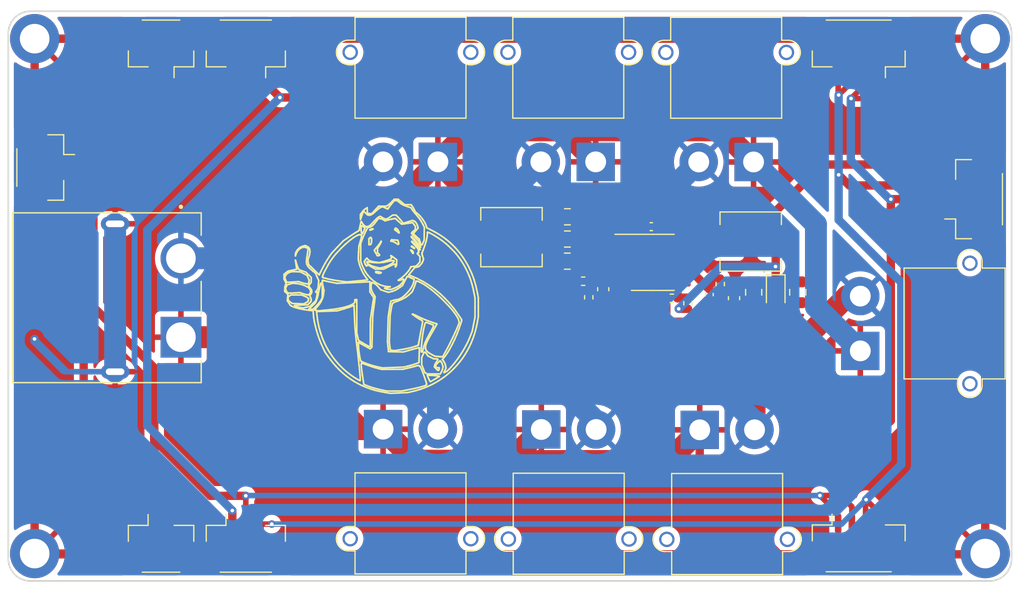
<source format=kicad_pcb>
(kicad_pcb (version 20211014) (generator pcbnew)
  (layers (0 "F.Cu" signal "Front") (31 "B.Cu" signal "Back") (34 "B.Paste" user) (35 "F.Paste" user) (36 "B.SilkS" user "B.Silkscreen") (37 "F.SilkS" user "F.Silkscreen") (38 "B.Mask" user) (39 "F.Mask" user) (44 "Edge.Cuts" user))
  (net 0 "")
  (net 1 "+24V")
  (net 2 "GNDA")
  (net 3 "CANFD_H")
  (net 4 "CANFD_L")
  (net 5 "5V_CMP")
  (net 6 "GND")
  (net 7 "Net-(C2-Pad1)")
  (net 8 "Net-(C6-Pad1)")
  (net 9 "Net-(C7-Pad1)")
  (net 10 "Net-(C7-Pad2)")
  (net 11 "+5V")
  (net 12 "Net-(R2-Pad2)")
  (net 13 "5V_FB")
  (footprint "Capacitor_SMD:C_0402_1005Metric" (layer "F.Cu") (at 162.89 93.66 180)
    (fp_text reference "C7" hide)
    (fp_text value "100nF/10V/0402" hide)
  )
  (footprint "Resistor_SMD:R_0402_1005Metric" (layer "F.Cu") (at 164.77 100.2 180)
    (fp_text reference "R5" hide)
    (fp_text value "1.96k/0402" hide)
  )
  (footprint "Connector_AMASS:AMASS_XT30PW-M_1x02_P2.50mm_Horizontal" (layer "F.Cu") (at 181.955 105 -90)
    (fp_text reference "J3" hide)
    (fp_text value "PowerBack" hide)
  )
  (footprint "Resistor_SMD:R_0402_1005Metric" (layer "F.Cu") (at 166.24 100.65 90)
    (fp_text reference "R4" hide)
    (fp_text value "10.2k/0402" hide)
  )
  (footprint "Connector_AMASS:AMASS_XT30PW-M_1x02_P2.50mm_Horizontal" (layer "F.Cu") (at 157.82 87.745)
    (fp_text reference "J8" hide)
    (fp_text value "ArmR" hide)
  )
  (footprint "Resistor_SMD:R_0402_1005Metric" (layer "F.Cu") (at 157.19 100.11 -90)
    (fp_text reference "R3" hide)
    (fp_text value "20.5k/0402" hide)
  )
  (footprint "Capacitor_SMD:C_0805_2012Metric" (layer "F.Cu") (at 155.24 92.76 180)
    (fp_text reference "C3" hide)
    (fp_text value "4.7uF/50V/0805" hide)
  )
  (footprint "Connector_JST:JST_GH_SM02B-GHS-TB_1x02-1MP_P1.25mm_Horizontal" (layer "F.Cu") (at 118.18 77.36 180)
    (fp_text reference "J11" hide)
    (fp_text value "CAN FD" hide)
  )
  (footprint "Capacitor_SMD:C_0805_2012Metric" (layer "F.Cu") (at 172.23 99.65 -90)
    (fp_text reference "C8" hide)
    (fp_text value "47uf/6.3V/0805" hide)
  )
  (footprint "Inductor_SMD:L_Sunlord_MWSA0518_5.4x5.2mm" (layer "F.Cu") (at 150.14 94.62 180)
    (fp_text reference "L2" hide)
    (fp_text value "15uh/SLO0530H150MTT" hide)
  )
  (footprint "Resistor_SMD:R_0402_1005Metric" (layer "F.Cu") (at 169.18 98.9 -90)
    (fp_text reference "R1" hide)
    (fp_text value "64.9k/0402" hide)
  )
  (footprint "Capacitor_SMD:C_0402_1005Metric" (layer "F.Cu") (at 168.18 99.86 -90)
    (fp_text reference "C1" hide)
    (fp_text value "10pf/50V/0402" hide)
  )
  (footprint "Capacitor_SMD:C_0805_2012Metric" (layer "F.Cu") (at 176.25 99.65 -90)
    (fp_text reference "C9" hide)
    (fp_text value "47uf/6.3V/0805" hide)
  )
  (footprint "Connector_JST:JST_GH_SM04B-GHS-TB_1x04-1MP_P1.25mm_Horizontal" (layer "F.Cu") (at 181.81 77.36 180)
    (fp_text reference "J13" hide)
    (fp_text value "CAN FD" hide)
  )
  (footprint "MountingHole:MountingHole_2.7mm_M2.5_ISO7380_Pad_TopBottom" (layer "F.Cu") (at 106.65 76.5)
    (fp_text reference "Mount4" hide)
    (fp_text value "MountingHole_2.7mm_M2.5_ISO7380_Pad_TopBottom" hide)
  )
  (footprint "Capacitor_SMD:C_0805_2012Metric" (layer "F.Cu") (at 155.24 94.79 180)
    (fp_text reference "C4" hide)
    (fp_text value "4.7uF/50V/0805" hide)
  )
  (footprint "Connector_JST:JST_GH_SM02B-GHS-TB_1x02-1MP_P1.25mm_Horizontal" (layer "F.Cu") (at 107.59 88.26 -90)
    (fp_text reference "J10" hide)
    (fp_text value "CAN FD" hide)
  )
  (footprint "Connector_JST:JST_GH_SM04B-GHS-TB_1x04-1MP_P1.25mm_Horizontal" (layer "F.Cu") (at 181.81 122.6)
    (fp_text reference "J15" hide)
    (fp_text value "CAN FD" hide)
  )
  (footprint "MountingHole:MountingHole_2.7mm_M2.5_ISO7380_Pad_TopBottom" (layer "F.Cu") (at 193.35 76.5)
    (fp_text reference "Mount2" hide)
    (fp_text value "MountingHole_2.7mm_M2.5_ISO7380_Pad_TopBottom" hide)
  )
  (footprint "Diode_SMD:D_SOD-323" (layer "F.Cu") (at 174.24 99.55 -90)
    (fp_text reference "D1" hide)
    (fp_text value "BZT52C5V1S" hide)
  )
  (footprint "Capacitor_SMD:C_0603_1608Metric" (layer "F.Cu") (at 170.44 100.19 -90)
    (fp_text reference "C2" hide)
    (fp_text value "1.5nf/50V/0603" hide)
  )
  (footprint "Capacitor_SMD:C_0603_1608Metric" (layer "F.Cu") (at 158.51 99.37 -90)
    (fp_text reference "C6" hide)
    (fp_text value "8.2nf/50V/0603" hide)
  )
  (footprint "Connector_JST:JST_GH_SM03B-GHS-TB_1x03-1MP_P1.25mm_Horizontal" (layer "F.Cu") (at 125.91 122.64)
    (fp_text reference "J14" hide)
    (fp_text value "ArmR" hide)
  )
  (footprint "MountingHole:MountingHole_2.7mm_M2.5_ISO7380_Pad_TopBottom" (layer "F.Cu") (at 106.65 123.5)
    (fp_text reference "Mount4" hide)
    (fp_text value "MountingHole_2.7mm_M2.5_ISO7380_Pad_TopBottom" hide)
  )
  (footprint "Connector_JST:JST_GH_SM03B-GHS-TB_1x03-1MP_P1.25mm_Horizontal" (layer "F.Cu") (at 125.91 77.36 180)
    (fp_text reference "J16" hide)
    (fp_text value "ArmL" hide)
  )
  (footprint "Connector_AMASS:AMASS_XT30PW-M_1x02_P2.50mm_Horizontal" (layer "F.Cu") (at 138.43 112.145 180)
    (fp_text reference "J7" hide)
    (fp_text value "LegR" hide)
  )
  (footprint "Inductor_SMD:L_Sunlord_MWSA0518_5.4x5.2mm" (layer "F.Cu") (at 171.96 95.02 180)
    (fp_text reference "L1" hide)
    (fp_text value "15uh/SLO0530H150MTT" hide)
  )
  (footprint "Connector_JST:JST_GH_SM03B-GHS-TB_1x03-1MP_P1.25mm_Horizontal" (layer "F.Cu") (at 192.36 91.15 90)
    (fp_text reference "J4" hide)
    (fp_text value "Back" hide)
  )
  (footprint "Package_SO:SOIC-8_3.9x4.9mm_P1.27mm" (layer "F.Cu") (at 163.03 96.92)
    (fp_text reference "U1" hide)
    (fp_text value "TPS54231" hide)
  )
  (footprint "Resistor_SMD:R_0402_1005Metric" (layer "F.Cu") (at 156.68 98.64)
    (fp_text reference "R2" hide)
    (fp_text value "169k/0402" hide)
  )
  (footprint "Rolling_Custom:AMASS_XT60PW-F" (layer "F.Cu") (at 113.83 100 90)
    (fp_text reference "J9" hide)
    (fp_text value "PowerIO" hide)
  )
  (footprint "Connector_AMASS:AMASS_XT30PW-M_1x02_P2.50mm_Horizontal" (layer "F.Cu") (at 143.43 87.745)
    (fp_text reference "J5" hide)
    (fp_text value "LegL" hide)
  )
  (footprint "Connector_JST:JST_GH_SM02B-GHS-TB_1x02-1MP_P1.25mm_Horizontal" (layer "F.Cu") (at 118.18 122.64)
    (fp_text reference "J12" hide)
    (fp_text value "CAN FD" hide)
  )
  (footprint "MountingHole:MountingHole_2.7mm_M2.5_ISO7380_Pad_TopBottom" (layer "F.Cu") (at 193.35 123.5)
    (fp_text reference "Mount3" hide)
    (fp_text value "MountingHole_2.7mm_M2.5_ISO7380_Pad_TopBottom" hide)
  )
  (footprint "Capacitor_SMD:C_0805_2012Metric" (layer "F.Cu") (at 155.23 96.81 180)
    (fp_text reference "C5" hide)
    (fp_text value "10uf/50V/0805" hide)
  )
  (footprint "Connector_AMASS:AMASS_XT30PW-M_1x02_P2.50mm_Horizontal" (layer "F.Cu") (at 167.31 112.205 180)
    (fp_text reference "J6" hide)
    (fp_text value "ArmL" hide)
  )
  (footprint "Connector_AMASS:AMASS_XT30PW-M_1x02_P2.50mm_Horizontal" (layer "F.Cu") (at 152.86 112.175 180)
    (fp_text reference "J1" hide)
    (fp_text value "Cerebellum" hide)
  )
  (footprint "Connector_AMASS:AMASS_XT30PW-M_1x02_P2.50mm_Horizontal" (layer "F.Cu") (at 172.22 87.755)
    (fp_text reference "J2" hide)
    (fp_text value "Cerebrum" hide)
  )
  (gr_arc (start 132.605319 98.054456) (mid 132.604199 98.056376) (end 132.602815 98.058115) (layer "F.SilkS") (width 0.15))
  (gr_line (start 141.105455 91.816149) (end 141.042377 91.727789) (layer "F.SilkS") (width 0.15))
  (gr_line (start 141.709691 95.072694) (end 141.74838 95.170789) (layer "F.SilkS") (width 0.15))
  (gr_line (start 133.941925 101.35158) (end 134.131996 101.343754) (layer "F.SilkS") (width 0.15))
  (gr_line (start 136.725573 96.874721) (end 136.759931 96.973573) (layer "F.SilkS") (width 0.15))
  (gr_line (start 141.737217 94.812466) (end 141.459717 94.559627) (layer "F.SilkS") (width 0.15))
  (gr_arc (start 137.771635 98.933617) (mid 137.842917 98.995532) (end 137.909645 99.06233) (layer "F.SilkS") (width 0.15))
  (gr_line (start 136.513813 93.303821) (end 136.486966 93.258866) (layer "F.SilkS") (width 0.15))
  (gr_line (start 140.0991 93.141747) (end 140.004024 93.023697) (layer "F.SilkS") (width 0.15))
  (gr_line (start 139.94781 100.376799) (end 140.073719 100.322775) (layer "F.SilkS") (width 0.15))
  (gr_line (start 138.963758 97.175256) (end 138.777787 97.257237) (layer "F.SilkS") (width 0.15))
  (gr_line (start 131.511056 100.540378) (end 131.378616 100.613981) (layer "F.SilkS") (width 0.15))
  (gr_line (start 144.127611 105.431533) (end 144.304716 105.17273) (layer "F.SilkS") (width 0.15))
  (gr_line (start 129.464467 99.366539) (end 129.456113 99.569039) (layer "F.SilkS") (width 0.15))
  (gr_line (start 141.276436 106.222653) (end 141.092217 106.281982) (layer "F.SilkS") (width 0.15))
  (gr_line (start 140.992268 95.811539) (end 140.947121 95.811539) (layer "F.SilkS") (width 0.15))
  (gr_arc (start 137.388526 98.771993) (mid 137.390423 98.766984) (end 137.393529 98.762622) (layer "F.SilkS") (width 0.15))
  (gr_line (start 139.473231 95.079046) (end 139.589547 95.150311) (layer "F.SilkS") (width 0.15))
  (gr_arc (start 140.968529 97.328445) (mid 140.969875 97.327074) (end 140.97173 97.326539) (layer "F.SilkS") (width 0.15))
  (gr_line (start 140.683578 104.772677) (end 140.309749 104.846342) (layer "F.SilkS") (width 0.15))
  (gr_arc (start 135.050877 107.271427) (mid 134.718036 106.992106) (end 134.401824 106.69409) (layer "F.SilkS") (width 0.15))
  (gr_line (start 146.814717 101.917343) (end 146.68828 102.558191) (layer "F.SilkS") (width 0.15))
  (gr_line (start 136.691731 93.71451) (end 136.777557 93.789159) (layer "F.SilkS") (width 0.15))
  (gr_line (start 135.947217 100.326539) (end 135.864717 100.326539) (layer "F.SilkS") (width 0.15))
  (gr_arc (start 130.934146 95.515114) (mid 130.969853 95.497024) (end 131.006535 95.481001) (layer "F.SilkS") (width 0.15))
  (gr_line (start 137.501997 101.64972) (end 137.529597 101.421539) (layer "F.SilkS") (width 0.15))
  (gr_line (start 143.213487 105.726539) (end 143.29882 105.72756) (layer "F.SilkS") (width 0.15))
  (gr_line (start 141.378972 93.237991) (end 141.334199 93.195426) (layer "F.SilkS") (width 0.15))
  (gr_arc (start 138.121311 92.920503) (mid 138.172011 92.925345) (end 138.222321 92.933265) (layer "F.SilkS") (width 0.15))
  (gr_line (start 142.517217 105.457919) (end 142.783309 105.592229) (layer "F.SilkS") (width 0.15))
  (gr_line (start 142.04653 106.947877) (end 142.225891 107.463997) (layer "F.SilkS") (width 0.15))
  (gr_line (start 132.742577 98.845265) (end 132.748869 98.828502) (layer "F.SilkS") (width 0.15))
  (gr_arc (start 138.902217 99.138325) (mid 138.689217 99.114886) (end 138.4794 99.071351) (layer "F.SilkS") (width 0.15))
  (gr_arc (start 129.777903 97.887449) (mid 129.868772 97.843975) (end 129.961603 97.804864) (layer "F.SilkS") (width 0.15))
  (gr_line (start 136.487599 94.926611) (end 136.578419 94.684964) (layer "F.SilkS") (width 0.15))
  (gr_line (start 136.918253 97.254174) (end 136.975223 97.198543) (layer "F.SilkS") (width 0.15))
  (gr_line (start 139.538521 100.349313) (end 139.469291 100.364809) (layer "F.SilkS") (width 0.15))
  (gr_line (start 137.406853 93.925007) (end 137.490378 93.890279) (layer "F.SilkS") (width 0.15))
  (gr_arc (start 141.556662 93.536616) (mid 141.5782 93.598304) (end 141.596484 93.661034) (layer "F.SilkS") (width 0.15))
  (gr_line (start 140.020916 99.161195) (end 140.200343 99.029039) (layer "F.SilkS") (width 0.15))
  (gr_arc (start 132.748869 98.828502) (mid 132.750006 98.827088) (end 132.751744 98.826539) (layer "F.SilkS") (width 0.15))
  (gr_arc (start 137.358229 95.137184) (mid 137.346444 95.177801) (end 137.332121 95.217594) (layer "F.SilkS") (width 0.15))
  (gr_line (start 137.229717 99.143268) (end 137.229717 99.610352) (layer "F.SilkS") (width 0.15))
  (gr_line (start 131.754896 98.901869) (end 131.874717 98.744699) (layer "F.SilkS") (width 0.15))
  (gr_line (start 141.315913 99.043866) (end 141.373426 98.8739) (layer "F.SilkS") (width 0.15))
  (gr_line (start 137.139717 95.301539) (end 137.204602 95.301539) (layer "F.SilkS") (width 0.15))
  (gr_arc (start 138.009717 96.116582) (mid 138.04953 96.158004) (end 138.08615 96.202274) (layer "F.SilkS") (width 0.15))
  (gr_line (start 131.604246 96.915936) (end 131.569216 96.707833) (layer "F.SilkS") (width 0.15))
  (gr_arc (start 144.454322 100.938997) (mid 144.688688 101.208834) (end 144.909722 101.489697) (layer "F.SilkS") (width 0.15))
  (gr_arc (start 137.225836 93.561235) (mid 137.191887 93.585003) (end 137.154549 93.602984) (layer "F.SilkS") (width 0.15))
  (gr_arc (start 137.706541 92.296277) (mid 137.601807 92.390633) (end 137.49256 92.479725) (layer "F.SilkS") (width 0.15))
  (gr_arc (start 142.515975 105.111453) (mid 142.459105 105.061759) (end 142.407267 105.006837) (layer "F.SilkS") (width 0.15))
  (gr_line (start 132.329388 99.569861) (end 132.301658 99.61524) (layer "F.SilkS") (width 0.15))
  (gr_line (start 141.163572 91.907651) (end 141.105455 91.816149) (layer "F.SilkS") (width 0.15))
  (gr_line (start 143.049717 107.106127) (end 142.457217 107.10624) (layer "F.SilkS") (width 0.15))
  (gr_arc (start 141.296786 93.167955) (mid 141.316101 93.180862) (end 141.334199 93.195426) (layer "F.SilkS") (width 0.15))
  (gr_line (start 139.554717 92.924102) (end 139.571008 92.938188) (layer "F.SilkS") (width 0.15))
  (gr_line (start 131.079717 97.703417) (end 130.772217 97.594188) (layer "F.SilkS") (width 0.15))
  (gr_arc (start 141.117998 99.530433) (mid 141.101972 99.561614) (end 141.083657 99.591508) (layer "F.SilkS") (width 0.15))
  (gr_line (start 135.864717 100.326539) (end 135.864717 100.424783) (layer "F.SilkS") (width 0.15))
  (gr_line (start 134.470286 101.112472) (end 134.092762 101.177165) (layer "F.SilkS") (width 0.15))
  (gr_arc (start 145.95781 97.448277) (mid 146.131875 97.804623) (end 146.286614 98.169777) (layer "F.SilkS") (width 0.15))
  (gr_arc (start 139.637281 93.833144) (mid 139.653313 93.841442) (end 139.668661 93.850946) (layer "F.SilkS") (width 0.15))
  (gr_line (start 138.594717 91.930857) (end 138.67471 91.96554) (layer "F.SilkS") (width 0.15))
  (gr_line (start 142.520732 107.227511) (end 142.606078 107.227126) (layer "F.SilkS") (width 0.15))
  (gr_arc (start 137.319717 108.483878) (mid 136.911321 108.337461) (end 136.512066 108.167695) (layer "F.SilkS") (width 0.15))
  (gr_line (start 137.360305 101.534039) (end 137.267715 102.164039) (layer "F.SilkS") (width 0.15))
  (gr_line (start 140.004024 93.023697) (end 139.896477 92.900851) (layer "F.SilkS") (width 0.15))
  (gr_line (start 143.330487 102.538713) (end 143.316436 102.533793) (layer "F.SilkS") (width 0.15))
  (gr_arc (start 139.754776 94.901628) (mid 139.760467 94.903343) (end 139.765216 94.906917) (layer "F.SilkS") (width 0.15))
  (gr_line (start 142.348252 107.8309) (end 142.388817 107.964708) (layer "F.SilkS") (width 0.15))
  (gr_arc (start 132.906038 98.57792) (mid 132.910691 98.571216) (end 132.916645 98.565632) (layer "F.SilkS") (width 0.15))
  (gr_arc (start 141.083657 99.591508) (mid 141.064328 99.617984) (end 141.04279 99.642697) (layer "F.SilkS") (width 0.15))
  (gr_line (start 146.313927 103.829205) (end 146.209854 104.070025) (layer "F.SilkS") (width 0.15))
  (gr_arc (start 136.239746 104.075728) (mid 136.196544 104.035388) (end 136.171898 103.981665) (layer "F.SilkS") (width 0.15))
  (gr_arc (start 137.007118 96.997149) (mid 136.991803 96.97658) (end 136.978859 96.954441) (layer "F.SilkS") (width 0.15))
  (gr_line (start 141.789717 96.878997) (end 141.630056 97.065524) (layer "F.SilkS") (width 0.15))
  (gr_line (start 140.685013 93.223462) (end 140.528464 93.272558) (layer "F.SilkS") (width 0.15))
  (gr_line (start 129.690615 100.417451) (end 129.833916 100.633111) (layer "F.SilkS") (width 0.15))
  (gr_arc (start 141.256919 98.466058) (mid 141.262715 98.480908) (end 141.262883 98.496849) (layer "F.SilkS") (width 0.15))
  (gr_line (start 133.475685 98.682686) (end 133.651409 98.719141) (layer "F.SilkS") (width 0.15))
  (gr_arc (start 136.583676 93.411324) (mid 136.547403 93.358445) (end 136.513813 93.303821) (layer "F.SilkS") (width 0.15))
  (gr_line (start 138.639733 99.310061) (end 138.572249 99.270897) (layer "F.SilkS") (width 0.15))
  (gr_line (start 136.462728 93.22099) (end 136.441422 93.189593) (layer "F.SilkS") (width 0.15))
  (gr_arc (start 132.810637 100.294334) (mid 132.764239 100.375321) (end 132.713923 100.453934) (layer "F.SilkS") (width 0.15))
  (gr_arc (start 143.985962 106.953108) (mid 143.995512 106.928149) (end 144.006488 106.903784) (layer "F.SilkS") (width 0.15))
  (gr_line (start 134.265161 95.521509) (end 133.916618 95.888264) (layer "F.SilkS") (width 0.15))
  (gr_arc (start 138.072485 98.925377) (mid 137.874036 98.821766) (end 137.685561 98.700958) (layer "F.SilkS") (width 0.15))
  (gr_line (start 140.23442 93.323999) (end 140.210036 93.293711) (layer "F.SilkS") (width 0.15))
  (gr_arc (start 139.162458 104.926913) (mid 139.139842 104.919945) (end 139.11774 104.911487) (layer "F.SilkS") (width 0.15))
  (gr_line (start 141.31551 94.142487) (end 141.402122 94.042743) (layer "F.SilkS") (width 0.15))
  (gr_line (start 139.036627 104.511539) (end 138.997728 104.174039) (layer "F.SilkS") (width 0.15))
  (gr_arc (start 141.815426 106.447679) (mid 141.871152 106.541606) (end 141.920235 106.639168) (layer "F.SilkS") (width 0.15))
  (gr_line (start 141.815949 95.417789) (end 141.834573 95.50576) (layer "F.SilkS") (width 0.15))
  (gr_line (start 130.444881 96.132683) (end 130.4397 96.205353) (layer "F.SilkS") (width 0.15))
  (gr_line (start 145.034652 101.328339) (end 144.892092 101.134372) (layer "F.SilkS") (width 0.15))
  (gr_arc (start 141.550183 96.109166) (mid 141.550766 96.106115) (end 141.552598 96.103604) (layer "F.SilkS") (width 0.15))
  (gr_arc (start 129.637557 98.742098) (mid 129.634363 98.739571) (end 129.632137 98.73616) (layer "F.SilkS") (width 0.15))
  (gr_line (start 140.211228 100.089474) (end 140.090013 100.172314) (layer "F.SilkS") (width 0.15))
  (gr_arc (start 142.083159 96.735151) (mid 142.066004 96.79194) (end 142.045215 96.847501) (layer "F.SilkS") (width 0.15))
  (gr_line (start 132.909717 98.29681) (end 132.909717 98.232017) (layer "F.SilkS") (width 0.15))
  (gr_line (start 137.919717 95.841396) (end 137.919717 95.65311) (layer "F.SilkS") (width 0.15))
  (gr_line (start 141.74859 104.721539) (end 141.739502 104.837789) (layer "F.SilkS") (width 0.15))
  (gr_line (start 141.730155 105.079263) (end 141.724927 105.280324) (layer "F.SilkS") (width 0.15))
  (gr_line (start 136.775512 106.220745) (end 137.074372 106.329823) (layer "F.SilkS") (width 0.15))
  (gr_line (start 138.827523 93.06468) (end 138.930872 93.037527) (layer "F.SilkS") (width 0.15))
  (gr_arc (start 141.059853 95.833962) (mid 141.09653 95.865447) (end 141.128531 95.901674) (layer "F.SilkS") (width 0.15))
  (gr_line (start 142.046672 102.321473) (end 141.903714 103.075256) (layer "F.SilkS") (width 0.15))
  (gr_arc (start 141.812893 102.127428) (mid 141.719699 102.080309) (end 141.629871 102.027053) (layer "F.SilkS") (width 0.15))
  (gr_line (start 144.316783 104.722256) (end 144.111852 105.10305) (layer "F.SilkS") (width 0.15))
  (gr_line (start 141.148745 94.785022) (end 141.262435 94.921329) (layer "F.SilkS") (width 0.15))
  (gr_line (start 141.686667 104.246381) (end 141.667832 104.350642) (layer "F.SilkS") (width 0.15))
  (gr_line (start 142.788452 107.232239) (end 142.924221 107.237328) (layer "F.SilkS") (width 0.15))
  (gr_arc (start 139.847897 95.152788) (mid 139.852997 95.179286) (end 139.854717 95.206216) (layer "F.SilkS") (width 0.15))
  (gr_line (start 134.998525 95.253003) (end 135.382485 94.923314) (layer "F.SilkS") (width 0.15))
  (gr_arc (start 137.765867 97.776744) (mid 137.786296 97.767687) (end 137.80843 97.764615) (layer "F.SilkS") (width 0.15))
  (gr_line (start 140.39414 93.313916) (end 140.275935 93.349811) (layer "F.SilkS") (width 0.15))
  (gr_line (start 138.930872 93.037527) (end 139.056713 93.006765) (layer "F.SilkS") (width 0.15))
  (gr_line (start 141.126838 94.396217) (end 141.220999 94.497721) (layer "F.SilkS") (width 0.15))
  (gr_line (start 136.542817 107.215175) (end 136.484911 106.796148) (layer "F.SilkS") (width 0.15))
  (gr_arc (start 131.580835 95.514122) (mid 131.636834 95.55992) (end 131.68275 95.615824) (layer "F.SilkS") (width 0.15))
  (gr_arc (start 136.978859 96.954441) (mid 136.9678 96.930018) (end 136.959171 96.904635) (layer "F.SilkS") (width 0.15))
  (gr_arc (start 137.263467 93.973429) (mid 137.246064 93.974527) (end 137.22911 93.970452) (layer "F.SilkS") (width 0.15))
  (gr_line (start 130.542856 97.442587) (end 130.549243 97.494231) (layer "F.SilkS") (width 0.15))
  (gr_arc (start 142.362748 102.400075) (mid 142.385172 102.403812) (end 142.407094 102.409833) (layer "F.SilkS") (width 0.15))
  (gr_line (start 142.013535 96.29013) (end 141.989196 96.210398) (layer "F.SilkS") (width 0.15))
  (gr_line (start 140.716674 99.608488) (end 140.473532 99.862733) (layer "F.SilkS") (width 0.15))
  (gr_arc (start 141.622262 104.730198) (mid 141.659325 104.723707) (end 141.69689 104.721539) (layer "F.SilkS") (width 0.15))
  (gr_line (start 136.092416 107.594991) (end 135.925305 107.495764) (layer "F.SilkS") (width 0.15))
  (gr_line (start 141.737088 103.965862) (end 141.707582 104.129039) (layer "F.SilkS") (width 0.15))
  (gr_arc (start 138.264717 95.021082) (mid 138.262285 95.042331) (end 138.255155 95.062498) (layer "F.SilkS") (width 0.15))
  (gr_line (start 133.667318 96.181) (end 133.544168 96.359039) (layer "F.SilkS") (width 0.15))
  (gr_line (start 137.319717 108.483878) (end 137.636568 108.580872) (layer "F.SilkS") (width 0.15))
  (gr_line (start 129.656051 97.79673) (end 129.516509 97.910401) (layer "F.SilkS") (width 0.15))
  (gr_line (start 141.707582 104.129039) (end 141.686667 104.246381) (layer "F.SilkS") (width 0.15))
  (gr_arc (start 138.892062 91.999983) (mid 138.881702 92.013426) (end 138.869891 92.025614) (layer "F.SilkS") (width 0.15))
  (gr_line (start 139.480705 94.876505) (end 139.207436 94.858215) (layer "F.SilkS") (width 0.15))
  (gr_line (start 143.263439 94.207286) (end 143.177332 94.160125) (layer "F.SilkS") (width 0.15))
  (gr_line (start 143.252217 107.257539) (end 143.361577 107.272991) (layer "F.SilkS") (width 0.15))
  (gr_line (start 131.785678 99.445393) (end 131.796601 99.488065) (layer "F.SilkS") (width 0.15))
  (gr_arc (start 136.435601 93.186539) (mid 136.438894 93.187342) (end 136.441422 93.189593) (layer "F.SilkS") (width 0.15))
  (gr_line (start 133.009894 97.925831) (end 133.109616 97.721605) (layer "F.SilkS") (width 0.15))
  (gr_line (start 136.20794 98.609028) (end 135.713358 98.653013) (layer "F.SilkS") (width 0.15))
  (gr_line (start 141.33119 94.612332) (end 141.448303 94.734737) (layer "F.SilkS") (width 0.15))
  (gr_line (start 132.905507 103.859039) (end 132.712127 103.307725) (layer "F.SilkS") (width 0.15))
  (gr_arc (start 132.909717 98.232017) (mid 132.912209 98.194357) (end 132.919634 98.157352) (layer "F.SilkS") (width 0.15))
  (gr_line (start 129.596565 99.143291) (end 129.674465 98.97593) (layer "F.SilkS") (width 0.15))
  (gr_arc (start 137.797196 97.854451) (mid 137.773214 97.837688) (end 137.755682 97.814265) (layer "F.SilkS") (width 0.15))
  (gr_arc (start 139.662356 97.069035) (mid 139.657259 97.117529) (end 139.648842 97.165559) (layer "F.SilkS") (width 0.15))
  (gr_line (start 130.970912 98.757144) (end 130.719608 98.67473) (layer "F.SilkS") (width 0.15))
  (gr_arc (start 131.636935 99.074741) (mid 131.63538 99.071707) (end 131.634896 99.068333) (layer "F.SilkS") (width 0.15))
  (gr_arc (start 141.646934 104.462158) (mid 141.641537 104.474388) (end 141.63189 104.483641) (layer "F.SilkS") (width 0.15))
  (gr_line (start 131.594221 100.192104) (end 131.647325 100.254145) (layer "F.SilkS") (width 0.15))
  (gr_line (start 146.892537 99.067494) (end 146.729625 98.497757) (layer "F.SilkS") (width 0.15))
  (gr_line (start 137.045222 93.637325) (end 136.898228 93.67347) (layer "F.SilkS") (width 0.15))
  (gr_line (start 137.159433 92.46545) (end 137.107223 92.460598) (layer "F.SilkS") (width 0.15))
  (gr_line (start 141.117998 99.530433) (end 141.169114 99.416657) (layer "F.SilkS") (width 0.15))
  (gr_arc (start 138.259984 95.005652) (mid 138.263522 95.01301) (end 138.264717 95.021082) (layer "F.SilkS") (width 0.15))
  (gr_line (start 137.857849 93.105852) (end 138.000406 92.912665) (layer "F.SilkS") (width 0.15))
  (gr_line (start 142.026705 105.096539) (end 141.968211 105.096539) (layer "F.SilkS") (width 0.15))
  (gr_line (start 133.651409 98.719141) (end 133.817217 98.752699) (layer "F.SilkS") (width 0.15))
  (gr_line (start 136.550555 92.287852) (end 136.454414 92.422497) (layer "F.SilkS") (width 0.15))
  (gr_line (start 133.817217 98.752699) (end 134.207217 98.830554) (layer "F.SilkS") (width 0.15))
  (gr_line (start 136.819206 97.115428) (end 136.831214 97.133758) (layer "F.SilkS") (width 0.15))
  (gr_arc (start 137.514257 96.862822) (mid 137.397846 96.836575) (end 137.284111 96.800455) (layer "F.SilkS") (width 0.15))
  (gr_line (start 139.174809 96.766002) (end 139.274772 96.758817) (layer "F.SilkS") (width 0.15))
  (gr_arc (start 132.225598 100.630836) (mid 132.188959 100.672076) (end 132.15051 100.711633) (layer "F.SilkS") (width 0.15))
  (gr_line (start 136.189922 104.685997) (end 136.180841 104.469473) (layer "F.SilkS") (width 0.15))
  (gr_line (start 136.745184 93.879131) (end 136.694279 94.003873) (layer "F.SilkS") (width 0.15))
  (gr_line (start 133.113739 98.603425) (end 133.202217 98.623687) (layer "F.SilkS") (width 0.15))
  (gr_line (start 132.066288 101.61539) (end 132.099849 101.959433) (layer "F.SilkS") (width 0.15))
  (gr_arc (start 130.875654 95.650933) (mid 130.953216 95.60565) (end 131.035681 95.570071) (layer "F.SilkS") (width 0.15))
  (gr_line (start 138.602829 93.12636) (end 138.827523 93.06468) (layer "F.SilkS") (width 0.15))
  (gr_line (start 132.396082 99.985214) (end 132.373143 100.093964) (layer "F.SilkS") (width 0.15))
  (gr_line (start 130.661624 100.691526) (end 130.131032 100.669129) (layer "F.SilkS") (width 0.15))
  (gr_arc (start 141.834573 95.50576) (mid 141.837037 95.521275) (end 141.838095 95.536949) (layer "F.SilkS") (width 0.15))
  (gr_line (start 143.299443 99.795497) (end 143.8501 100.311262) (layer "F.SilkS") (width 0.15))
  (gr_line (start 135.210484 100.92552) (end 134.839398 101.031133) (layer "F.SilkS") (width 0.15))
  (gr_arc (start 139.626433 97.233844) (mid 139.610407 97.26379) (end 139.590658 97.291423) (layer "F.SilkS") (width 0.15))
  (gr_arc (start 132.751744 98.826539) (mid 132.753713 98.827059) (end 132.755187 98.828464) (layer "F.SilkS") (width 0.15))
  (gr_line (start 136.975223 97.198543) (end 137.032194 97.142913) (layer "F.SilkS") (width 0.15))
  (gr_line (start 139.455314 91.281539) (end 139.589724 91.281539) (layer "F.SilkS") (width 0.15))
  (gr_line (start 137.403984 99.88185) (end 137.578252 100.153349) (layer "F.SilkS") (width 0.15))
  (gr_line (start 142.457217 107.10624) (end 142.346311 107.042639) (layer "F.SilkS") (width 0.15))
  (gr_line (start 141.223174 92.012932) (end 141.163572 91.907651) (layer "F.SilkS") (width 0.15))
  (gr_line (start 141.451535 95.01912) (end 141.319727 94.855295) (layer "F.SilkS") (width 0.15))
  (gr_line (start 133.464717 101.36937) (end 133.715598 101.36033) (layer "F.SilkS") (width 0.15))
  (gr_arc (start 139.765216 94.906917) (mid 139.776741 94.922398) (end 139.784726 94.93997) (layer "F.SilkS") (width 0.15))
  (gr_line (start 136.43947 94.685862) (end 136.352393 94.995654) (layer "F.SilkS") (width 0.15))
  (gr_line (start 131.638096 99.241651) (end 131.699686 99.286792) (layer "F.SilkS") (width 0.15))
  (gr_arc (start 143.125073 106.409307) (mid 143.127784 106.368664) (end 143.135471 106.328662) (layer "F.SilkS") (width 0.15))
  (gr_arc (start 138.869891 92.025614) (mid 138.861361 92.031432) (end 138.851511 92.034516) (layer "F.SilkS") (width 0.15))
  (gr_arc (start 138.712065 99.342536) (mid 138.675055 99.328178) (end 138.639733 99.310061) (layer "F.SilkS") (width 0.15))
  (gr_line (start 138.392217 91.842839) (end 138.594717 91.930857) (layer "F.SilkS") (width 0.15))
  (gr_arc (start 138.241629 97.85282) (mid 138.238767 97.857608) (end 138.235288 97.861969) (layer "F.SilkS") (width 0.15))
  (gr_line (start 140.961098 98.142098) (end 140.888078 98.113294) (layer "F.SilkS") (width 0.15))
  (gr_line (start 130.533615 97.382961) (end 130.542856 97.442587) (layer "F.SilkS") (width 0.15))
  (gr_line (start 141.090542 93.095386) (end 140.685013 93.223462) (layer "F.SilkS") (width 0.15))
  (gr_line (start 140.218782 98.464009) (end 140.257077 98.45477) (layer "F.SilkS") (width 0.15))
  (gr_arc (start 140.905613 97.450289) (mid 140.837264 97.573752) (end 140.756779 97.68967) (layer "F.SilkS") (width 0.15))
  (gr_line (start 135.858491 100.5074) (end 135.85147 100.542226) (layer "F.SilkS") (width 0.15))
  (gr_arc (start 131.670573 97.395015) (mid 131.571579 97.277173) (end 131.497086 97.142497) (layer "F.SilkS") (width 0.15))
  (gr_line (start 132.049008 101.336741) (end 132.066288 101.61539) (layer "F.SilkS") (width 0.15))
  (gr_line (start 138.191117 95.105506) (end 138.106915 95.22342) (layer "F.SilkS") (width 0.15))
  (gr_line (start 139.144713 97.077942) (end 138.963758 97.175256) (layer "F.SilkS") (width 0.15))
  (gr_line (start 130.166258 97.764484) (end 130.328323 97.763271) (layer "F.SilkS") (width 0.15))
  (gr_line (start 146.733221 99.763266) (end 146.814717 100.167494) (layer "F.SilkS") (width 0.15))
  (gr_arc (start 138.053925 91.999826) (mid 138.119623 91.955172) (end 138.187718 91.914267) (layer "F.SilkS") (width 0.15))
  (gr_line (start 137.578252 100.153349) (end 137.515573 100.528694) (layer "F.SilkS") (width 0.15))
  (gr_arc (start 130.581418 95.960114) (mid 130.612394 95.911121) (end 130.646649 95.864363) (layer "F.SilkS") (width 0.15))
  (gr_line (start 131.647325 100.254145) (end 131.626544 100.324092) (layer "F.SilkS") (width 0.15))
  (gr_line (start 137.401781 98.75955) (end 137.426138 98.763221) (layer "F.SilkS") (width 0.15))
  (gr_line (start 142.606078 107.227126) (end 142.788452 107.232239) (layer "F.SilkS") (width 0.15))
  (gr_line (start 141.662786 95.887656) (end 141.674266 95.940114) (layer "F.SilkS") (width 0.15))
  (gr_line (start 142.095061 106.620058) (end 141.954717 106.261078) (layer "F.SilkS") (width 0.15))
  (gr_line (start 139.947291 98.555441) (end 140.028911 98.531238) (layer "F.SilkS") (width 0.15))
  (gr_line (start 141.196379 93.127293) (end 141.090542 93.095386) (layer "F.SilkS") (width 0.15))
  (gr_arc (start 142.334969 102.404966) (mid 142.348502 102.40049) (end 142.362748 102.400075) (layer "F.SilkS") (width 0.15))
  (gr_arc (start 143.263439 94.207286) (mid 143.73364 94.494948) (end 144.180274 94.81799) (layer "F.SilkS") (width 0.15))
  (gr_arc (start 141.68469 95.996609) (mid 141.683759 96.001512) (end 141.681064 96.005705) (layer "F.SilkS") (width 0.15))
  (gr_line (start 129.59164 98.834971) (end 129.553594 98.924505) (layer "F.SilkS") (width 0.15))
  (gr_arc (start 137.252432 94.660804) (mid 137.269098 94.650551) (end 137.287821 94.644863) (layer "F.SilkS") (width 0.15))
  (gr_line (start 132.48994 99.924653) (end 132.549628 99.62432) (layer "F.SilkS") (width 0.15))
  (gr_line (start 139.65491 99.189246) (end 139.424222 99.289817) (layer "F.SilkS") (width 0.15))
  (gr_arc (start 141.180479 98.858986) (mid 141.129772 98.985085) (end 141.069764 99.107033) (layer "F.SilkS") (width 0.15))
  (gr_line (start 136.389717 96.017339) (end 136.389717 95.197225) (layer "F.SilkS") (width 0.15))
  (gr_line (start 132.701614 98.99039) (end 132.71908 98.926223) (layer "F.SilkS") (width 0.15))
  (gr_line (start 137.378755 94.882949) (end 137.369455 94.748601) (layer "F.SilkS") (width 0.15))
  (gr_arc (start 141.45754 97.248946) (mid 141.448858 97.255215) (end 141.438806 97.258909) (layer "F.SilkS") (width 0.15))
  (gr_line (start 135.851031 94.246083) (end 135.63307 94.386585) (layer "F.SilkS") (width 0.15))
  (gr_line (start 141.118937 96.047735) (end 141.138862 96.073155) (layer "F.SilkS") (width 0.15))
  (gr_line (start 137.379006 98.81309) (end 137.388526 98.771993) (layer "F.SilkS") (width 0.15))
  (gr_line (start 139.056713 93.006765) (end 139.184029 92.97731) (layer "F.SilkS") (width 0.15))
  (gr_line (start 129.744884 99.899933) (end 129.738205 99.987976) (layer "F.SilkS") (width 0.15))
  (gr_line (start 132.202587 97.667495) (end 132.068353 97.535728) (layer "F.SilkS") (width 0.15))
  (gr_line (start 139.265968 106.683209) (end 140.237217 106.679039) (layer "F.SilkS") (width 0.15))
  (gr_line (start 141.61719 96.056666) (end 141.591367 96.073717) (layer "F.SilkS") (width 0.15))
  (gr_line (start 147.114717 100.124841) (end 147.039019 99.73444) (layer "F.SilkS") (width 0.15))
  (gr_line (start 139.30526 91.457789) (end 139.455314 91.281539) (layer "F.SilkS") (width 0.15))
  (gr_arc (start 136.415864 93.202383) (mid 136.422939 93.190971) (end 136.435601 93.186539) (layer "F.SilkS") (width 0.15))
  (gr_line (start 139.64992 93.008728) (end 139.742123 93.091339) (layer "F.SilkS") (width 0.15))
  (gr_line (start 143.8501 100.311262) (end 144.454322 100.938997) (layer "F.SilkS") (width 0.15))
  (gr_line (start 135.78247 100.935353) (end 135.792103 101.142386) (layer "F.SilkS") (width 0.15))
  (gr_line (start 131.673026 98.679957) (end 131.660143 98.736539) (layer "F.SilkS") (width 0.15))
  (gr_arc (start 141.058525 94.20422) (mid 141.082106 94.175387) (end 141.108144 94.148752) (layer "F.SilkS") (width 0.15))
  (gr_line (start 130.455264 96.776742) (end 130.438488 96.72613) (layer "F.SilkS") (width 0.15))
  (gr_line (start 136.875162 92.456425) (end 136.939808 92.516077) (layer "F.SilkS") (width 0.15))
  (gr_line (start 141.054717 93.297195) (end 141.122217 93.288952) (layer "F.SilkS") (width 0.15))
  (gr_line (start 131.874717 98.744699) (end 131.874717 98.518776) (layer "F.SilkS") (width 0.15))
  (gr_arc (start 131.842401 100.485459) (mid 131.830457 100.506632) (end 131.816739 100.526701) (layer "F.SilkS") (width 0.15))
  (gr_arc (start 137.312638 93.480271) (mid 137.270425 93.522026) (end 137.225836 93.561235) (layer "F.SilkS") (width 0.15))
  (gr_line (start 147.114717 101.896638) (end 147.114717 101.010739) (layer "F.SilkS") (width 0.15))
  (gr_arc (start 136.958988 96.876056) (mid 136.964796 96.867156) (end 136.974705 96.863311) (layer "F.SilkS") (width 0.15))
  (gr_arc (start 132.270805 100.566055) (mid 132.249736 100.599517) (end 132.225598 100.630836) (layer "F.SilkS") (width 0.15))
  (gr_line (start 139.075433 96.634728) (end 138.916687 96.699521) (layer "F.SilkS") (width 0.15))
  (gr_arc (start 137.332121 95.217594) (mid 137.318974 95.243414) (end 137.301258 95.266343) (layer "F.SilkS") (width 0.15))
  (gr_arc (start 136.466592 106.126702) (mid 136.475765 106.119214) (end 136.487297 106.116539) (layer "F.SilkS") (width 0.15))
  (gr_arc (start 132.047217 97.730128) (mid 131.854857 97.56711) (end 131.670573 97.395015) (layer "F.SilkS") (width 0.15))
  (gr_line (start 140.743848 98.234458) (end 140.843148 98.276155) (layer "F.SilkS") (width 0.15))
  (gr_line (start 137.444108 100.978843) (end 137.400347 101.26533) (layer "F.SilkS") (width 0.15))
  (gr_line (start 134.839398 101.031133) (end 134.470286 101.112472) (layer "F.SilkS") (width 0.15))
  (gr_line (start 130.614595 97.282475) (end 130.561651 97.129196) (layer "F.SilkS") (width 0.15))
  (gr_line (start 137.64427 100.56637) (end 137.687033 100.202007) (layer "F.SilkS") (width 0.15))
  (gr_arc (start 138.932018 105.061057) (mid 138.929986 105.06064) (end 138.928221 105.059556) (layer "F.SilkS") (width 0.15))
  (gr_line (start 136.249584 105.202405) (end 136.20302 104.841539) (layer "F.SilkS") (width 0.15))
  (gr_line (start 136.878994 94.025354) (end 137.020018 93.746669) (layer "F.SilkS") (width 0.15))
  (gr_line (start 138.637361 96.888154) (end 138.818044 96.844973) (layer "F.SilkS") (width 0.15))
  (gr_line (start 138.034449 95.466074) (end 138.117998 95.324489) (layer "F.SilkS") (width 0.15))
  (gr_line (start 137.706894 92.137201) (end 137.387217 92.482863) (layer "F.SilkS") (width 0.15))
  (gr_line (start 130.896054 101.053178) (end 130.73099 101.02173) (layer "F.SilkS") (width 0.15))
  (gr_line (start 136.223623 95.444039) (end 136.191094 96.009393) (layer "F.SilkS") (width 0.15))
  (gr_line (start 143.794908 106.822232) (end 143.751093 106.916024) (layer "F.SilkS") (width 0.15))
  (gr_arc (start 146.286614 98.169777) (mid 146.424454 98.549005) (end 146.54283 98.934753) (layer "F.SilkS") (width 0.15))
  (gr_line (start 143.086893 102.454916) (end 142.944717 102.406123) (layer "F.SilkS") (width 0.15))
  (gr_arc (start 145.672548 105.676307) (mid 145.30526 106.152554) (end 144.901771 106.598547) (layer "F.SilkS") (width 0.15))
  (gr_line (start 141.591367 96.073717) (end 141.569674 96.089672) (layer "F.SilkS") (width 0.15))
  (gr_arc (start 143.349372 105.731389) (mid 143.365692 105.734222) (end 143.381693 105.738501) (layer "F.SilkS") (width 0.15))
  (gr_line (start 140.872982 106.343508) (end 140.740223 106.378492) (layer "F.SilkS") (width 0.15))
  (gr_line (start 138.253256 108.725864) (end 138.67605 108.802103) (layer "F.SilkS") (width 0.15))
  (gr_line (start 137.229717 99.610352) (end 137.403984 99.88185) (layer "F.SilkS") (width 0.15))
  (gr_arc (start 137.20284 94.705856) (mid 137.226989 94.682618) (end 137.252432 94.660804) (layer "F.SilkS") (width 0.15))
  (gr_line (start 137.008981 96.604028) (end 136.979663 96.564927) (layer "F.SilkS") (width 0.15))
  (gr_arc (start 145.702728 96.437203) (mid 146.0093 96.916514) (end 146.280778 97.416539) (layer "F.SilkS") (width 0.15))
  (gr_arc (start 131.816739 100.526701) (mid 131.796542 100.552186) (end 131.774968 100.576516) (layer "F.SilkS") (width 0.15))
  (gr_arc (start 137.45586 93.863197) (mid 137.479211 93.862676) (end 137.502545 93.863694) (layer "F.SilkS") (width 0.15))
  (gr_line (start 143.490521 105.516957) (end 143.147217 105.485056) (layer "F.SilkS") (width 0.15))
  (gr_line (start 136.825361 98.54205) (end 136.565886 98.57287) (layer "F.SilkS") (width 0.15))
  (gr_line (start 140.705518 91.84332) (end 140.94882 91.919712) (layer "F.SilkS") (width 0.15))
  (gr_arc (start 142.30874 102.424855) (mid 142.320921 102.413679) (end 142.334969 102.404966) (layer "F.SilkS") (width 0.15))
  (gr_arc (start 141.758876 95.511981) (mid 141.737783 95.481325) (end 141.718617 95.449428) (layer "F.SilkS") (width 0.15))
  (gr_line (start 141.2 97.295008) (end 140.991604 97.325114) (layer "F.SilkS") (width 0.15))
  (gr_line (start 144.997019 103.334132) (end 144.792523 103.768263) (layer "F.SilkS") (width 0.15))
  (gr_line (start 131.954141 100.903235) (end 132.15051 100.711633) (layer "F.SilkS") (width 0.15))
  (gr_line (start 139.099238 100.647726) (end 139.060948 100.854152) (layer "F.SilkS") (width 0.15))
  (gr_arc (start 137.655331 95.856997) (mid 137.648604 95.837728) (end 137.644181 95.817803) (layer "F.SilkS") (width 0.15))
  (gr_line (start 143.544717 106.536539) (end 143.394717 106.536539) (layer "F.SilkS") (width 0.15))
  (gr_line (start 141.169114 99.416657) (end 141.245521 99.231384) (layer "F.SilkS") (width 0.15))
  (gr_line (start 138.747531 91.99693) (end 138.808654 92.023127) (layer "F.SilkS") (width 0.15))
  (gr_arc (start 136.833383 97.807499) (mid 136.73329 97.638675) (end 136.643549 97.464127) (layer "F.SilkS") (width 0.15))
  (gr_line (start 140.968529 97.328445) (end 140.950006 97.36289) (layer "F.SilkS") (width 0.15))
  (gr_arc (start 136.434717 106.259262) (mid 136.435638 106.231063) (end 136.438406 106.202985) (layer "F.SilkS") (width 0.15))
  (gr_arc (start 138.235252 95.01657) (mid 138.241431 95.008781) (end 138.249523 95.003006) (layer "F.SilkS") (width 0.15))
  (gr_line (start 143.896466 105.858719) (end 143.869366 105.817683) (layer "F.SilkS") (width 0.15))
  (gr_line (start 141.675293 106.075874) (end 141.479058 106.150112) (layer "F.SilkS") (width 0.15))
  (gr_line (start 131.372069 99.851805) (end 131.195087 99.802305) (layer "F.SilkS") (width 0.15))
  (gr_line (start 142.271984 108.170958) (end 141.888707 108.28856) (layer "F.SilkS") (width 0.15))
  (gr_line (start 135.119499 98.703812) (end 134.820858 98.669034) (layer "F.SilkS") (width 0.15))
  (gr_arc (start 137.685561 98.700958) (mid 137.498176 98.55778) (end 137.322213 98.400777) (layer "F.SilkS") (width 0.15))
  (gr_arc (start 143.166249 106.238675) (mid 143.191536 106.18456) (end 143.219983 106.132036) (layer "F.SilkS") (width 0.15))
  (gr_line (start 129.558666 99.417345) (end 129.518665 99.310652) (layer "F.SilkS") (width 0.15))
  (gr_arc (start 136.455791 93.608133) (mid 136.467235 93.596133) (end 136.479298 93.584757) (layer "F.SilkS") (width 0.15))
  (gr_line (start 129.589165 99.687918) (end 129.64136 99.734632) (layer "F.SilkS") (width 0.15))
  (gr_line (start 141.989196 96.210398) (end 141.969089 96.142474) (layer "F.SilkS") (width 0.15))
  (gr_arc (start 141.873628 102.157887) (mid 141.896977 102.171414) (end 141.919484 102.186301) (layer "F.SilkS") (width 0.15))
  (gr_arc (start 142.394436 108.076178) (mid 142.341149 108.133824) (end 142.271984 108.170958) (layer "F.SilkS") (width 0.15))
  (gr_line (start 142.756308 93.939462) (end 142.414177 93.764039) (layer "F.SilkS") (width 0.15))
  (gr_arc (start 131.327472 95.394071) (mid 131.346647 95.399138) (end 131.365472 95.405381) (layer "F.SilkS") (width 0.15))
  (gr_arc (start 141.825129 98.749003) (mid 142.063353 98.878267) (end 142.294289 99.020141) (layer "F.SilkS") (width 0.15))
  (gr_arc (start 137.378755 94.882949) (mid 137.37908 94.954244) (end 137.376061 95.025476) (layer "F.SilkS") (width 0.15))
  (gr_line (start 138.933694 91.937269) (end 139.002299 91.836093) (layer "F.SilkS") (width 0.15))
  (gr_line (start 130.506474 95.957101) (end 130.472222 96.03052) (layer "F.SilkS") (width 0.15))
  (gr_line (start 136.343902 104.312386) (end 136.51654 104.40673) (layer "F.SilkS") (width 0.15))
  (gr_line (start 136.759931 96.973573) (end 136.796169 97.070005) (layer "F.SilkS") (width 0.15))
  (gr_arc (start 141.664851 96.02144) (mid 141.654153 96.030514) (end 141.643035 96.039068) (layer "F.SilkS") (width 0.15))
  (gr_line (start 143.179259 107.251132) (end 143.252217 107.257539) (layer "F.SilkS") (width 0.15))
  (gr_line (start 137.193779 96.890916) (end 137.426966 96.921846) (layer "F.SilkS") (width 0.15))
  (gr_arc (start 141.176792 96.072509) (mid 141.174357 96.078867) (end 141.171508 96.08505) (layer "F.SilkS") (width 0.15))
  (gr_line (start 137.332364 104.730973) (end 137.412512 104.650917) (layer "F.SilkS") (width 0.15))
  (gr_arc (start 140.767272 99.8987) (mid 140.68 99.97) (end 140.589467 100.037112) (layer "F.SilkS") (width 0.15))
  (gr_line (start 139.754776 94.901628) (end 139.677003 94.892983) (layer "F.SilkS") (width 0.15))
  (gr_line (start 144.94924 103.968835) (end 145.151402 103.509232) (layer "F.SilkS") (width 0.15))
  (gr_line (start 137.635569 93.389264) (end 137.857849 93.105852) (layer "F.SilkS") (width 0.15))
  (gr_arc (start 143.504773 106.742105) (mid 143.48994 106.757441) (end 143.473006 106.770418) (layer "F.SilkS") (width 0.15))
  (gr_line (start 141.243131 94.226801) (end 141.31551 94.142487) (layer "F.SilkS") (width 0.15))
  (gr_arc (start 137.167788 92.61541) (mid 137.097248 92.608824) (end 137.030369 92.585456) (layer "F.SilkS") (width 0.15))
  (gr_arc (start 140.425195 91.747228) (mid 140.324694 91.7061) (end 140.227045 91.658597) (layer "F.SilkS") (width 0.15))
  (gr_arc (start 141.704893 106.041402) (mid 141.703738 106.048327) (end 141.70084 106.05472) (layer "F.SilkS") (width 0.15))
  (gr_line (start 136.808732 96.708402) (end 136.725963 96.819857) (layer "F.SilkS") (width 0.15))
  (gr_line (start 139.553452 93.819098) (end 139.541686 93.83821) (layer "F.SilkS") (width 0.15))
  (gr_line (start 144.066619 106.781528) (end 144.169964 106.574039) (layer "F.SilkS") (width 0.15))
  (gr_arc (start 137.055528 98.113254) (mid 136.939635 97.963879) (end 136.833383 97.807499) (layer "F.SilkS") (width 0.15))
  (gr_arc (start 139.822854 98.545413) (mid 139.840724 98.529972) (end 139.859655 98.515851) (layer "F.SilkS") (width 0.15))
  (gr_arc (start 142.403408 108.03702) (mid 142.402444 108.057408) (end 142.394436 108.076178) (layer "F.SilkS") (width 0.15))
  (gr_line (start 132.681226 99.065079) (end 132.701614 98.99039) (layer "F.SilkS") (width 0.15))
  (gr_line (start 133.715598 101.36033) (end 133.941925 101.35158) (layer "F.SilkS") (width 0.15))
  (gr_line (start 137.485906 101.876277) (end 137.501997 101.64972) (layer "F.SilkS") (width 0.15))
  (gr_line (start 133.203747 101.378611) (end 133.464717 101.36937) (layer "F.SilkS") (width 0.15))
  (gr_line (start 139.361161 106.515948) (end 138.380105 106.555001) (layer "F.SilkS") (width 0.15))
  (gr_arc (start 138.85023 92.917735) (mid 138.777992 92.950733) (end 138.700014 92.96579) (layer "F.SilkS") (width 0.15))
  (gr_arc (start 141.181235 96.057607) (mid 141.179179 96.065107) (end 141.176792 96.072509) (layer "F.SilkS") (width 0.15))
  (gr_arc (start 130.435785 96.726539) (mid 130.436995 96.725114) (end 130.438488 96.72613) (layer "F.SilkS") (width 0.15))
  (gr_arc (start 138.223047 95.042789) (mid 138.22852 95.029386) (end 138.235252 95.01657) (layer "F.SilkS") (width 0.15))
  (gr_line (start 143.125073 106.409307) (end 143.124717 106.484575) (layer "F.SilkS") (width 0.15))
  (gr_line (start 146.532006 97.966243) (end 146.280778 97.416539) (layer "F.SilkS") (width 0.15))
  (gr_arc (start 131.890923 99.425321) (mid 131.906501 99.461504) (end 131.917749 99.499259) (layer "F.SilkS") (width 0.15))
  (gr_arc (start 138.235288 97.861969) (mid 138.229297 97.867955) (end 138.222814 97.873403) (layer "F.SilkS") (width 0.15))
  (gr_line (start 141.255063 93.147445) (end 141.196379 93.127293) (layer "F.SilkS") (width 0.15))
  (gr_line (start 140.27171 93.413876) (end 140.382717 93.39859) (layer "F.SilkS") (width 0.15))
  (gr_line (start 132.618993 100.729933) (end 132.711571 100.594383) (layer "F.SilkS") (width 0.15))
  (gr_line (start 139.145629 91.471269) (end 139.019959 91.586816) (layer "F.SilkS") (width 0.15))
  (gr_arc (start 136.367898 94.388526) (mid 136.381084 94.39019) (end 136.393915 94.393651) (layer "F.SilkS") (width 0.15))
  (gr_arc (start 130.607844 100.989553) (mid 130.559304 100.972789) (end 130.51187 100.953113) (layer "F.SilkS") (width 0.15))
  (gr_line (start 142.899396 94.013401) (end 142.756308 93.939462) (layer "F.SilkS") (width 0.15))
  (gr_line (start 142.149426 104.586635) (end 142.051486 104.980289) (layer "F.SilkS") (width 0.15))
  (gr_line (start 141.435946 98.628383) (end 141.524494 98.634788) (layer "F.SilkS") (width 0.15))
  (gr_line (start 137.990968 106.610248) (end 138.294719 106.687379) (layer "F.SilkS") (width 0.15))
  (gr_line (start 135.812195 101.660876) (end 135.842582 102.400068) (layer "F.SilkS") (width 0.15))
  (gr_arc (start 146.720252 103.594389) (mid 146.585837 103.966786) (end 146.43384 104.332359) (layer "F.SilkS") (width 0.15))
  (gr_arc (start 129.79585 99.715025) (mid 129.756224 99.706597) (end 129.719386 99.689742) (layer "F.SilkS") (width 0.15))
  (gr_arc (start 139.11774 104.911487) (mid 139.104835 104.904991) (end 139.092908 104.896836) (layer "F.SilkS") (width 0.15))
  (gr_line (start 141.369717 93.916118) (end 141.211173 94.055342) (layer "F.SilkS") (width 0.15))
  (gr_arc (start 141.2863 95.613949) (mid 141.293266 95.628746) (end 141.287288 95.643967) (layer "F.SilkS") (width 0.15))
  (gr_arc (start 129.645844 98.743999) (mid 129.641569 98.743628) (end 129.637557 98.742098) (layer "F.SilkS") (width 0.15))
  (gr_line (start 133.657423 105.8414) (end 133.90232 106.149448) (layer "F.SilkS") (width 0.15))
  (gr_line (start 140.173873 98.47769) (end 140.218782 98.464009) (layer "F.SilkS") (width 0.15))
  (gr_line (start 141.728008 97.260809) (end 141.820514 97.167227) (layer "F.SilkS") (width 0.15))
  (gr_line (start 141.156752 104.849771) (end 141.430257 104.777262) (layer "F.SilkS") (width 0.15))
  (gr_line (start 129.473485 99.225682) (end 129.464467 99.366539) (layer "F.SilkS") (width 0.15))
  (gr_line (start 138.328368 97.399708) (end 138.15952 97.443826) (layer "F.SilkS") (width 0.15))
  (gr_line (start 131.325519 98.856987) (end 131.163474 98.816283) (layer "F.SilkS") (width 0.15))
  (gr_line (start 137.258705 104.586539) (end 137.202961 104.586323) (layer "F.SilkS") (width 0.15))
  (gr_line (start 137.919717 95.65311) (end 138.034449 95.466074) (layer "F.SilkS") (width 0.15))
  (gr_arc (start 143.006053 102.645248) (mid 143.024809 102.672426) (end 143.02945 102.705128) (layer "F.SilkS") (width 0.15))
  (gr_line (start 131.428536 101.014044) (end 131.094892 101.086818) (layer "F.SilkS") (width 0.15))
  (gr_arc (start 135.85147 100.542226) (mid 135.84773 100.554261) (end 135.84261 100.565778) (layer "F.SilkS") (width 0.15))
  (gr_arc (start 145.597362 102.166168) (mid 145.602117 102.180227) (end 145.602443 102.195064) (layer "F.SilkS") (width 0.15))
  (gr_line (start 132.591032 99.42656) (end 132.625378 99.276966) (layer "F.SilkS") (width 0.15))
  (gr_line (start 141.402122 94.042743) (end 141.628612 93.78303) (layer "F.SilkS") (width 0.15))
  (gr_arc (start 143.420838 106.771893) (mid 143.401546 106.757506) (end 143.38359 106.741482) (layer "F.SilkS") (width 0.15))
  (gr_line (start 136.448146 92.768807) (end 136.490931 92.65213) (layer "F.SilkS") (width 0.15))
  (gr_line (start 137.85092 96.948915) (end 138.069717 96.946895) (layer "F.SilkS") (width 0.15))
  (gr_line (start 139.052007 104.643064) (end 139.036627 104.511539) (layer "F.SilkS") (width 0.15))
  (gr_arc (start 143.135471 106.328662) (mid 143.149104 106.283068) (end 143.166249 106.238675) (layer "F.SilkS") (width 0.15))
  (gr_arc (start 139.880871 98.568362) (mid 139.855816 98.570271) (end 139.830719 98.569002) (layer "F.SilkS") (width 0.15))
  (gr_line (start 145.160101 102.965087) (end 144.997019 103.334132) (layer "F.SilkS") (width 0.15))
  (gr_arc (start 137.376061 95.025476) (mid 137.369732 95.081743) (end 137.358229 95.137184) (layer "F.SilkS") (width 0.15))
  (gr_line (start 136.990392 92.447488) (end 136.986304 92.18626) (layer "F.SilkS") (width 0.15))
  (gr_line (start 130.381176 100.871127) (end 130.362085 100.855508) (layer "F.SilkS") (width 0.15))
  (gr_line (start 136.484911 106.796148) (end 136.444957 106.453442) (layer "F.SilkS") (width 0.15))
  (gr_line (start 141.552745 96.115832) (end 141.585626 96.155673) (layer "F.SilkS") (width 0.15))
  (gr_line (start 143.177332 94.160125) (end 143.046407 94.090498) (layer "F.SilkS") (width 0.15))
  (gr_line (start 142.05226 103.43622) (end 142.140073 102.963108) (layer "F.SilkS") (width 0.15))
  (gr_arc (start 137.755682 97.814265) (mid 137.753427 97.793525) (end 137.765867 97.776744) (layer "F.SilkS") (width 0.15))
  (gr_line (start 138.31853 96.877819) (end 138.079843 96.94232) (layer "F.SilkS") (width 0.15))
  (gr_line (start 138.009717 96.116582) (end 137.919717 96.029682) (layer "F.SilkS") (width 0.15))
  (gr_line (start 143.060298 107.243979) (end 143.179259 107.251132) (layer "F.SilkS") (width 0.15))
  (gr_line (start 132.373143 100.093964) (end 132.336841 100.23859) (layer "F.SilkS") (width 0.15))
  (gr_line (start 136.191094 96.009393) (end 136.173655 96.328132) (layer "F.SilkS") (width 0.15))
  (gr_arc (start 129.73907 99.822918) (mid 129.744611 99.830928) (end 129.746532 99.840473) (layer "F.SilkS") (width 0.15))
  (gr_line (start 141.636514 98.66046) (end 141.709637 98.691873) (layer "F.SilkS") (width 0.15))
  (gr_arc (start 136.54873 94.289752) (mid 136.53869 94.300202) (end 136.524717 94.304039) (layer "F.SilkS") (width 0.15))
  (gr_line (start 132.192491 101.246584) (end 132.237036 101.192236) (layer "F.SilkS") (width 0.15))
  (gr_arc (start 140.096625 98.874346) (mid 140.036151 98.935864) (end 139.971547 98.99303) (layer "F.SilkS") (width 0.15))
  (gr_arc (start 138.08615 96.202274) (mid 138.098899 96.229491) (end 138.099049 96.25954) (layer "F.SilkS") (width 0.15))
  (gr_line (start 131.639277 97.124039) (end 131.604246 96.915936) (layer "F.SilkS") (width 0.15))
  (gr_line (start 143.8748 105.737339) (end 143.907872 105.698538) (layer "F.SilkS") (width 0.15))
  (gr_line (start 136.304455 105.546573) (end 136.249584 105.202405) (layer "F.SilkS") (width 0.15))
  (gr_line (start 130.33177 97.600838) (end 130.136215 97.641861) (layer "F.SilkS") (width 0.15))
  (gr_line (start 146.630299 99.270763) (end 146.668764 99.447205) (layer "F.SilkS") (width 0.15))
  (gr_line (start 129.399717 98.451967) (end 129.495678 98.643469) (layer "F.SilkS") (width 0.15))
  (gr_arc (start 143.44621 106.779072) (mid 143.432943 106.777537) (end 143.420838 106.771893) (layer "F.SilkS") (width 0.15))
  (gr_line (start 142.051486 104.980289) (end 142.026705 105.096539) (layer "F.SilkS") (width 0.15))
  (gr_arc (start 131.748612 96.054717) (mid 131.741016 96.114776) (end 131.73036 96.174368) (layer "F.SilkS") (width 0.15))
  (gr_line (start 135.092217 94.75508) (end 134.807217 94.953979) (layer "F.SilkS") (width 0.15))
  (gr_line (start 141.381572 92.324039) (end 141.291176 92.144039) (layer "F.SilkS") (width 0.15))
  (gr_line (start 142.123596 95.016539) (end 142.050395 95.186151) (layer "F.SilkS") (width 0.15))
  (gr_arc (start 139.894253 100.273821) (mid 139.860416 100.285925) (end 139.82592 100.295996) (layer "F.SilkS") (width 0.15))
  (gr_arc (start 131.100622 98.974136) (mid 131.244912 99.028103) (end 131.38526 99.091622) (layer "F.SilkS") (width 0.15))
  (gr_arc (start 139.461581 97.079595) (mid 139.485342 97.076356) (end 139.509317 97.076849) (layer "F.SilkS") (width 0.15))
  (gr_arc (start 138.551968 92.936964) (mid 138.427351 92.871959) (end 138.306048 92.80096) (layer "F.SilkS") (width 0.15))
  (gr_line (start 145.378604 102.419039) (end 145.30247 102.615222) (layer "F.SilkS") (width 0.15))
  (gr_line (start 138.079843 96.94232) (end 137.86103 96.915432) (layer "F.SilkS") (width 0.15))
  (gr_line (start 142.363877 105.231494) (end 142.399991 105.282467) (layer "F.SilkS") (width 0.15))
  (gr_arc (start 142.266149 93.344762) (mid 142.331763 93.485817) (end 142.38007 93.633695) (layer "F.SilkS") (width 0.15))
  (gr_line (start 139.621257 94.02788) (end 139.67192 94.065576) (layer "F.SilkS") (width 0.15))
  (gr_arc (start 136.643549 97.464127) (mid 136.554236 97.265562) (end 136.473779 97.063246) (layer "F.SilkS") (width 0.15))
  (gr_line (start 139.81828 95.046692) (end 139.784726 94.93997) (layer "F.SilkS") (width 0.15))
  (gr_arc (start 137.393529 98.762622) (mid 137.397287 98.760088) (end 137.401781 98.75955) (layer "F.SilkS") (width 0.15))
  (gr_line (start 143.124717 106.484575) (end 143.280318 106.639646) (layer "F.SilkS") (width 0.15))
  (gr_line (start 142.924024 102.971644) (end 142.689915 103.401539) (layer "F.SilkS") (width 0.15))
  (gr_arc (start 137.317254 94.651959) (mid 137.332678 94.665701) (end 137.345481 94.681916) (layer "F.SilkS") (width 0.15))
  (gr_arc (start 131.754717 95.932942) (mid 131.75319 95.993906) (end 131.748612 96.054717) (layer "F.SilkS") (width 0.15))
  (gr_arc (start 140.227045 91.658597) (mid 140.138886 91.608033) (end 140.054573 91.551289) (layer "F.SilkS") (width 0.15))
  (gr_line (start 130.461133 99.704282) (end 130.158382 99.72132) (layer "F.SilkS") (width 0.15))
  (gr_line (start 138.195763 97.832599) (end 138.154129 97.820295) (layer "F.SilkS") (width 0.15))
  (gr_arc (start 142.132992 105.211662) (mid 142.159013 105.168357) (end 142.192305 105.130355) (layer "F.SilkS") (width 0.15))
  (gr_line (start 143.642217 107.106014) (end 143.049717 107.106127) (layer "F.SilkS") (width 0.15))
  (gr_arc (start 130.753375 95.641819) (mid 130.805573 95.598992) (end 130.860445 95.559649) (layer "F.SilkS") (width 0.15))
  (gr_line (start 136.88097 97.204106) (end 136.918253 97.254174) (layer "F.SilkS") (width 0.15))
  (gr_arc (start 136.391954 105.916735) (mid 136.371766 105.885045) (end 136.360119 105.849325) (layer "F.SilkS") (width 0.15))
  (gr_line (start 141.092217 106.281982) (end 140.997966 106.30932) (layer "F.SilkS") (width 0.15))
  (gr_line (start 139.839973 104.922225) (end 139.404084 104.987389) (layer "F.SilkS") (width 0.15))
  (gr_arc (start 140.264274 93.351539) (mid 140.25956 93.350564) (end 140.255634 93.347774) (layer "F.SilkS") (width 0.15))
  (gr_line (start 132.777683 97.701539) (end 132.711807 97.836981) (layer "F.SilkS") (width 0.15))
  (gr_line (start 132.501997 100.880582) (end 132.618993 100.729933) (layer "F.SilkS") (width 0.15))
  (gr_line (start 131.695988 96.312808) (end 131.73036 96.174368) (layer "F.SilkS") (width 0.15))
  (gr_line (start 140.947121 95.811539) (end 140.994581 95.875289) (layer "F.SilkS") (width 0.15))
  (gr_line (start 136.529465 105.998232) (end 136.428411 105.946525) (layer "F.SilkS") (width 0.15))
  (gr_line (start 131.486013 98.101186) (end 131.590365 98.320118) (layer "F.SilkS") (width 0.15))
  (gr_arc (start 136.174282 104.236958) (mid 136.177174 104.229636) (end 136.184433 104.226539) (layer "F.SilkS") (width 0.15))
  (gr_arc (start 136.303467 107.699898) (mid 136.269062 107.689289) (end 136.236282 107.674397) (layer "F.SilkS") (width 0.15))
  (gr_line (start 132.491834 103.577028) (end 132.621529 103.948117) (layer "F.SilkS") (width 0.15))
  (gr_line (start 139.586715 100.340384) (end 139.538521 100.349313) (layer "F.SilkS") (width 0.15))
  (gr_line (start 138.932217 99.184376) (end 139.082217 99.149511) (layer "F.SilkS") (width 0.15))
  (gr_line (start 139.127121 105.067297) (end 139.343491 105.073858) (layer "F.SilkS") (width 0.15))
  (gr_arc (start 139.237335 100.832791) (mid 139.251592 100.78196) (end 139.268918 100.732091) (layer "F.SilkS") (width 0.15))
  (gr_line (start 139.742123 93.091339) (end 139.847217 93.185751) (layer "F.SilkS") (width 0.15))
  (gr_line (start 132.350803 101.058836) (end 132.501997 100.880582) (layer "F.SilkS") (width 0.15))
  (gr_arc (start 142.262534 104.257462) (mid 142.340172 104.076976) (end 142.425646 103.900067) (layer "F.SilkS") (width 0.15))
  (gr_line (start 136.363038 92.782497) (end 136.367217 92.999039) (layer "F.SilkS") (width 0.15))
  (gr_line (start 130.969677 99.891539) (end 131.136684 99.951113) (layer "F.SilkS") (width 0.15))
  (gr_line (start 144.358053 95.385951) (end 144.6324 95.653807) (layer "F.SilkS") (width 0.15))
  (gr_arc (start 132.336222 99.63565) (mid 132.325313 99.634592) (end 132.314487 99.632885) (layer "F.SilkS") (width 0.15))
  (gr_line (start 131.838362 99.338665) (end 131.745375 99.216219) (layer "F.SilkS") (width 0.15))
  (gr_arc (start 139.281355 99.560116) (mid 139.14327 99.596771) (end 139.003538 99.626535) (layer "F.SilkS") (width 0.15))
  (gr_line (start 143.831302 105.538778) (end 143.772795 105.539092) (layer "F.SilkS") (width 0.15))
  (gr_arc (start 137.299954 93.669373) (mid 137.212468 93.704756) (end 137.12102 93.728058) (layer "F.SilkS") (width 0.15))
  (gr_line (start 139.712217 100.46798) (end 139.820409 100.428122) (layer "F.SilkS") (width 0.15))
  (gr_line (start 142.713546 94.249499) (end 143.056019 94.43418) (layer "F.SilkS") (width 0.15))
  (gr_arc (start 146.934921 102.833077) (mid 146.836678 103.216296) (end 146.720252 103.594389) (layer "F.SilkS") (width 0.15))
  (gr_line (start 137.598834 93.178557) (end 137.312638 93.480271) (layer "F.SilkS") (width 0.15))
  (gr_arc (start 137.58787 99.86763) (mid 137.511065 99.742325) (end 137.441577 99.612819) (layer "F.SilkS") (width 0.15))
  (gr_line (start 134.867884 101.160944) (end 135.350759 101.007464) (layer "F.SilkS") (width 0.15))
  (gr_line (start 141.325282 97.388548) (end 141.411249 97.371205) (layer "F.SilkS") (width 0.15))
  (gr_line (start 132.519114 97.980163) (end 132.429214 97.892245) (layer "F.SilkS") (width 0.15))
  (gr_arc (start 139.947291 98.555441) (mid 139.914252 98.56278) (end 139.880871 98.568362) (layer "F.SilkS") (width 0.15))
  (gr_line (start 137.64131 96.940848) (end 137.85092 96.948915) (layer "F.SilkS") (width 0.15))
  (gr_arc (start 132.919634 98.157352) (mid 132.934315 98.108402) (end 132.951647 98.060326) (layer "F.SilkS") (width 0.15))
  (gr_line (start 143.20963 102.497077) (end 143.086893 102.454916) (layer "F.SilkS") (width 0.15))
  (gr_arc (start 145.554789 96.768068) (mid 145.765438 97.102758) (end 145.95781 97.448277) (layer "F.SilkS") (width 0.15))
  (gr_arc (start 131.755449 99.346335) (mid 131.762976 99.362032) (end 131.768438 99.378561) (layer "F.SilkS") (width 0.15))
  (gr_line (start 132.159294 102.324692) (end 132.24612 102.719786) (layer "F.SilkS") (width 0.15))
  (gr_line (start 136.831214 97.133758) (end 136.847447 97.157404) (layer "F.SilkS") (width 0.15))
  (gr_line (start 144.519885 104.324039) (end 144.316783 104.722256) (layer "F.SilkS") (width 0.15))
  (gr_arc (start 133.439131 97.112554) (mid 133.598508 96.852969) (end 133.769718 96.601032) (layer "F.SilkS") (width 0.15))
  (gr_arc (start 141.579951 98.643206) (mid 141.608521 98.650886) (end 141.636514 98.66046) (layer "F.SilkS") (width 0.15))
  (gr_line (start 132.979231 99.931492) (end 133.012853 99.696545) (layer "F.SilkS") (width 0.15))
  (gr_arc (start 130.727834 95.772618) (mid 130.798707 95.708086) (end 130.875654 95.650933) (layer "F.SilkS") (width 0.15))
  (gr_line (start 137.068804 92.456526) (end 136.990392 92.447488) (layer "F.SilkS") (width 0.15))
  (gr_arc (start 141.037179 94.288479) (mid 141.034604 94.267605) (end 141.037564 94.246783) (layer "F.SilkS") (width 0.15))
  (gr_arc (start 136.438406 106.202985) (mid 136.442779 106.179785) (end 136.449702 106.157214) (layer "F.SilkS") (width 0.15))
  (gr_line (start 137.400347 101.26533) (end 137.360305 101.534039) (layer "F.SilkS") (width 0.15))
  (gr_arc (start 139.819214 98.559687) (mid 139.818962 98.55203) (end 139.822854 98.545413) (layer "F.SilkS") (width 0.15))
  (gr_line (start 131.703272 100.650731) (end 131.774968 100.576516) (layer "F.SilkS") (width 0.15))
  (gr_arc (start 136.432018 93.672065) (mid 136.435124 93.65313) (end 136.440254 93.634641) (layer "F.SilkS") (width 0.15))
  (gr_arc (start 136.428273 93.734779) (mid 136.429384 93.703377) (end 136.432018 93.672065) (layer "F.SilkS") (width 0.15))
  (gr_line (start 132.71908 98.926223) (end 132.728781 98.890289) (layer "F.SilkS") (width 0.15))
  (gr_arc (start 131.530675 100.135365) (mid 131.564351 100.161603) (end 131.594221 100.192104) (layer "F.SilkS") (width 0.15))
  (gr_line (start 142.300245 104.759055) (end 142.298515 104.69626) (layer "F.SilkS") (width 0.15))
  (gr_line (start 139.201874 97.188837) (end 139.394605 97.101523) (layer "F.SilkS") (width 0.15))
  (gr_line (start 129.461283 98.320334) (end 129.507775 98.197964) (layer "F.SilkS") (width 0.15))
  (gr_arc (start 140.275935 93.349811) (mid 140.270169 93.351111) (end 140.264274 93.351539) (layer "F.SilkS") (width 0.15))
  (gr_line (start 142.689915 103.401539) (end 142.425646 103.900067) (layer "F.SilkS") (width 0.15))
  (gr_line (start 137.020576 96.865261) (end 137.193779 96.890916) (layer "F.SilkS") (width 0.15))
  (gr_line (start 134.13979 106.421007) (end 134.401824 106.69409) (layer "F.SilkS") (width 0.15))
  (gr_line (start 140.94882 91.919712) (end 141.08138 92.099375) (layer "F.SilkS") (width 0.15))
  (gr_line (start 143.428827 94.667641) (end 143.805382 94.931811) (layer "F.SilkS") (width 0.15))
  (gr_arc (start 141.919484 102.186301) (mid 141.938572 102.200792) (end 141.9566 102.216584) (layer "F.SilkS") (width 0.15))
  (gr_line (start 140.843148 98.276155) (end 140.956951 98.325628) (layer "F.SilkS") (width 0.15))
  (gr_line (start 132.313961 100.479485) (end 132.370979 100.339065) (layer "F.SilkS") (width 0.15))
  (gr_line (start 131.651066 101.196539) (end 131.954141 100.903235) (layer "F.SilkS") (width 0.15))
  (gr_arc (start 137.345481 94.681916) (mid 137.361406 94.713843) (end 137.369455 94.748601) (layer "F.SilkS") (width 0.15))
  (gr_arc (start 136.512968 94.298322) (mid 136.50529 94.287739) (end 136.498419 94.276615) (layer "F.SilkS") (width 0.15))
  (gr_line (start 139.145408 96.303442) (end 139.154733 96.33874) (layer "F.SilkS") (width 0.15))
  (gr_line (start 140.698419 91.656539) (end 140.408286 91.656539) (layer "F.SilkS") (width 0.15))
  (gr_line (start 141.047867 94.308431) (end 141.126838 94.396217) (layer "F.SilkS") (width 0.15))
  (gr_line (start 136.97765 98.702253) (end 137.173467 98.683705) (layer "F.SilkS") (width 0.15))
  (gr_line (start 142.309413 105.160445) (end 142.331232 105.187293) (layer "F.SilkS") (width 0.15))
  (gr_line (start 142.224572 102.137894) (end 141.914826 102.002723) (layer "F.SilkS") (width 0.15))
  (gr_line (start 141.406928 101.756782) (end 141.258035 101.688392) (layer "F.SilkS") (width 0.15))
  (gr_arc (start 131.73462 99.31813) (mid 131.745915 99.331582) (end 131.755449 99.346335) (layer "F.SilkS") (width 0.15))
  (gr_line (start 136.344717 107.709791) (end 136.303467 107.699898) (layer "F.SilkS") (width 0.15))
  (gr_line (start 139.343491 105.073858) (end 139.599717 105.080978) (layer "F.SilkS") (width 0.15))
  (gr_line (start 143.430609 106.088142) (end 143.616502 105.902695) (layer "F.SilkS") (width 0.15))
  (gr_line (start 131.519256 99.881776) (end 131.372069 99.851805) (layer "F.SilkS") (width 0.15))
  (gr_line (start 137.916452 97.391513) (end 137.657944 97.328174) (layer "F.SilkS") (width 0.15))
  (gr_line (start 132.973826 99.194045) (end 132.920165 98.944183) (layer "F.SilkS") (width 0.15))
  (gr_arc (start 141.997625 95.283653) (mid 141.977908 95.310309) (end 141.954714 95.334005) (layer "F.SilkS") (width 0.15))
  (gr_arc (start 137.49256 92.479725) (mid 137.408574 92.536651) (end 137.318025 92.582423) (layer "F.SilkS") (width 0.15))
  (gr_line (start 137.139717 95.035856) (end 137.139717 95.301539) (layer "F.SilkS") (width 0.15))
  (gr_line (start 137.919717 96.029682) (end 137.919717 95.841396) (layer "F.SilkS") (width 0.15))
  (gr_line (start 139.316754 96.417799) (end 139.248557 96.369231) (layer "F.SilkS") (width 0.15))
  (gr_line (start 140.777936 98.050107) (end 140.856651 97.95355) (layer "F.SilkS") (width 0.15))
  (gr_arc (start 143.473006 106.770418) (mid 143.46019 106.776545) (end 143.44621 106.779072) (layer "F.SilkS") (width 0.15))
  (gr_line (start 146.934921 102.833077) (end 146.956856 102.732882) (layer "F.SilkS") (width 0.15))
  (gr_arc (start 140.277263 98.454088) (mid 140.303046 98.468481) (end 140.312691 98.4964) (layer "F.SilkS") (width 0.15))
  (gr_line (start 135.384283 94.553443) (end 135.092217 94.75508) (layer "F.SilkS") (width 0.15))
  (gr_line (start 129.833916 100.633111) (end 129.977217 100.848771) (layer "F.SilkS") (width 0.15))
  (gr_line (start 136.649609 92.224911) (end 136.808413 92.389643) (layer "F.SilkS") (width 0.15))
  (gr_arc (start 141.994897 96.946973) (mid 141.960959 96.99879) (end 141.923618 97.048211) (layer "F.SilkS") (width 0.15))
  (gr_line (start 136.367217 92.999039) (end 136.395148 92.916539) (layer "F.SilkS") (width 0.15))
  (gr_line (start 131.67022 99.0156) (end 131.708954 98.962786) (layer "F.SilkS") (width 0.15))
  (gr_line (start 141.011958 93.302991) (end 141.054717 93.297195) (layer "F.SilkS") (width 0.15))
  (gr_arc (start 141.262435 94.921329) (mid 141.361243 95.043655) (end 141.454142 95.170527) (layer "F.SilkS") (width 0.15))
  (gr_line (start 131.660143 98.736539) (end 131.626602 98.879039) (layer "F.SilkS") (width 0.15))
  (gr_line (start 147.047456 102.266895) (end 147.114717 101.896638) (layer "F.SilkS") (width 0.15))
  (gr_arc (start 139.394605 97.101523) (mid 139.427528 97.088833) (end 139.461581 97.079595) (layer "F.SilkS") (width 0.15))
  (gr_arc (start 139.56613 93.801654) (mid 139.567593 93.801774) (end 139.568995 93.802209) (layer "F.SilkS") (width 0.15))
  (gr_arc (start 136.261085 94.392793) (mid 136.292893 94.389114) (end 136.324878 94.387595) (layer "F.SilkS") (width 0.15))
  (gr_line (start 141.715928 105.705692) (end 141.710574 105.884337) (layer "F.SilkS") (width 0.15))
  (gr_line (start 141.569674 96.089672) (end 141.552598 96.103604) (layer "F.SilkS") (width 0.15))
  (gr_line (start 136.358859 92.565955) (end 136.363038 92.782497) (layer "F.SilkS") (width 0.15))
  (gr_line (start 139.809605 94.180198) (end 139.845483 94.20791) (layer "F.SilkS") (width 0.15))
  (gr_line (start 140.127263 98.494815) (end 140.173873 98.47769) (layer "F.SilkS") (width 0.15))
  (gr_line (start 138.069717 96.946895) (end 138.288109 96.935847) (layer "F.SilkS") (width 0.15))
  (gr_arc (start 143.846295 105.781885) (mid 143.845129 105.779302) (end 143.844717 105.776495) (layer "F.SilkS") (width 0.15))
  (gr_line (start 130.719608 98.67473) (end 130.183412 98.711096) (layer "F.SilkS") (width 0.15))
  (gr_arc (start 131.557023 100.502224) (mid 131.535666 100.523259) (end 131.511056 100.540378) (layer "F.SilkS") (width 0.15))
  (gr_line (start 143.316436 102.533793) (end 143.20963 102.497077) (layer "F.SilkS") (width 0.15))
  (gr_arc (start 143.844717 105.776495) (mid 143.845206 105.773738) (end 143.846585 105.771299) (layer "F.SilkS") (width 0.15))
  (gr_line (start 132.72487 101.396275) (end 132.946778 101.387969) (layer "F.SilkS") (width 0.15))
  (gr_arc (start 141.166157 96.094136) (mid 141.164282 96.095789) (end 141.16184 96.096361) (layer "F.SilkS") (width 0.15))
  (gr_line (start 138.380105 106.555001) (end 138.146161 106.506714) (layer "F.SilkS") (width 0.15))
  (gr_line (start 136.511868 93.583691) (end 136.554061 93.608256) (layer "F.SilkS") (width 0.15))
  (gr_line (start 133.544168 96.359039) (end 133.321366 96.705312) (layer "F.SilkS") (width 0.15))
  (gr_line (start 139.039817 96.789558) (end 139.089205 96.778904) (layer "F.SilkS") (width 0.15))
  (gr_arc (start 129.768024 100.097664) (mid 129.779961 100.075237) (end 129.797444 100.056804) (layer "F.SilkS") (width 0.15))
  (gr_line (start 131.849357 101.196539) (end 131.651066 101.196539) (layer "F.SilkS") (width 0.15))
  (gr_arc (start 136.879768 98.31253) (mid 136.754361 98.135119) (end 136.640702 97.949961) (layer "F.SilkS") (width 0.15))
  (gr_line (start 138.677233 99.24507) (end 138.728002 99.232721) (layer "F.SilkS") (width 0.15))
  (gr_line (start 146.593948 99.123244) (end 146.630299 99.270763) (layer "F.SilkS") (width 0.15))
  (gr_arc (start 139.755234 93.934394) (mid 139.786394 93.979567) (end 139.815208 94.02627) (layer "F.SilkS") (width 0.15))
  (gr_arc (start 139.894454 94.202087) (mid 139.894263 94.217319) (end 139.884622 94.229097) (layer "F.SilkS") (width 0.15))
  (gr_arc (start 142.059439 93.011961) (mid 142.167833 93.175232) (end 142.266149 93.344762) (layer "F.SilkS") (width 0.15))
  (gr_line (start 143.751093 106.916024) (end 143.697736 107.012526) (layer "F.SilkS") (width 0.15))
  (gr_line (start 136.486966 93.258866) (end 136.462728 93.22099) (layer "F.SilkS") (width 0.15))
  (gr_line (start 140.740223 106.378492) (end 140.619717 106.408845) (layer "F.SilkS") (width 0.15))
  (gr_arc (start 136.719717 96.838855) (mid 136.721312 96.828853) (end 136.725963 96.819857) (layer "F.SilkS") (width 0.15))
  (gr_arc (start 131.84507 100.209577) (mid 131.857669 100.252314) (end 131.866693 100.295945) (layer "F.SilkS") (width 0.15))
  (gr_arc (start 143.776883 106.093557) (mid 143.80326 106.149993) (end 143.826427 106.207821) (layer "F.SilkS") (width 0.15))
  (gr_line (start 139.07391 101.744039) (end 139.148879 101.301539) (layer "F.SilkS") (width 0.15))
  (gr_line (start 141.262765 94.380423) (end 141.181448 94.306579) (layer "F.SilkS") (width 0.15))
  (gr_line (start 138.572249 99.270897) (end 138.677233 99.24507) (layer "F.SilkS") (width 0.15))
  (gr_arc (start 131.415849 95.425288) (mid 131.500399 95.465884) (end 131.580835 95.514122) (layer "F.SilkS") (width 0.15))
  (gr_line (start 131.940855 97.411638) (end 131.843247 97.317949) (layer "F.SilkS") (width 0.15))
  (gr_line (start 132.596734 101.401428) (end 132.72487 101.396275) (layer "F.SilkS") (width 0.15))
  (gr_arc (start 130.057484 97.777172) (mid 130.111645 97.768892) (end 130.166258 97.764484) (layer "F.SilkS") (width 0.15))
  (gr_line (start 130.892217 97.785383) (end 131.189115 97.943285) (layer "F.SilkS") (width 0.15))
  (gr_line (start 142.783427 99.367457) (end 143.299443 99.795497) (layer "F.SilkS") (width 0.15))
  (gr_line (start 131.874717 98.518776) (end 131.874717 98.292853) (layer "F.SilkS") (width 0.15))
  (gr_line (start 129.606263 98.677151) (end 129.57722 98.608727) (layer "F.SilkS") (width 0.15))
  (gr_line (start 138.892062 91.999983) (end 138.933694 91.937269) (layer "F.SilkS") (width 0.15))
  (gr_line (start 131.843247 97.317949) (end 131.639277 97.124039) (layer "F.SilkS") (width 0.15))
  (gr_arc (start 137.657944 97.328174) (mid 137.550473 97.295862) (end 137.444638 97.258537) (layer "F.SilkS") (width 0.15))
  (gr_line (start 130.637217 97.774494) (end 130.892217 97.785383) (layer "F.SilkS") (width 0.15))
  (gr_line (start 133.83114 98.519321) (end 133.386553 98.427876) (layer "F.SilkS") (width 0.15))
  (gr_line (start 131.744426 99.958077) (end 131.795542 99.883558) (layer "F.SilkS") (width 0.15))
  (gr_line (start 141.61362 95.678344) (end 141.649168 95.828762) (layer "F.SilkS") (width 0.15))
  (gr_arc (start 131.866693 100.295945) (mid 131.870722 100.332786) (end 131.870796 100.369848) (layer "F.SilkS") (width 0.15))
  (gr_arc (start 143.527187 106.705559) (mid 143.517303 106.724644) (end 143.504773 106.742105) (layer "F.SilkS") (width 0.15))
  (gr_line (start 137.515573 100.528694) (end 137.485156 100.71597) (layer "F.SilkS") (width 0.15))
  (gr_arc (start 137.265261 97.179018) (mid 137.18617 97.135095) (end 137.110338 97.085759) (layer "F.SilkS") (width 0.15))
  (gr_line (start 139.589724 91.281539) (end 139.724133 91.281539) (layer "F.SilkS") (width 0.15))
  (gr_arc (start 142.149426 104.586635) (mid 142.20159 104.42054) (end 142.262534 104.257462) (layer "F.SilkS") (width 0.15))
  (gr_arc (start 141.018275 95.461459) (mid 141.018069 95.457672) (end 141.020677 95.454884) (layer "F.SilkS") (width 0.15))
  (gr_line (start 139.724133 91.281539) (end 139.860003 91.397789) (layer "F.SilkS") (width 0.15))
  (gr_line (start 129.516509 97.910401) (end 129.400801 98.009039) (layer "F.SilkS") (width 0.15))
  (gr_arc (start 136.440254 93.634641) (mid 136.446659 93.620588) (end 136.455791 93.608133) (layer "F.SilkS") (width 0.15))
  (gr_line (start 144.792523 103.768263) (end 144.519885 104.324039) (layer "F.SilkS") (width 0.15))
  (gr_line (start 136.616465 107.68551) (end 136.542817 107.215175) (layer "F.SilkS") (width 0.15))
  (gr_line (start 144.304716 105.17273) (end 144.495296 104.852012) (layer "F.SilkS") (width 0.15))
  (gr_line (start 130.328323 97.763271) (end 130.637217 97.774494) (layer "F.SilkS") (width 0.15))
  (gr_arc (start 136.449702 106.157214) (mid 136.456978 106.14131) (end 136.466592 106.126702) (layer "F.SilkS") (width 0.15))
  (gr_line (start 130.158382 99.72132) (end 129.945598 99.723989) (layer "F.SilkS") (width 0.15))
  (gr_line (start 136.454414 92.422497) (end 136.358859 92.565955) (layer "F.SilkS") (width 0.15))
  (gr_line (start 143.379745 105.877485) (end 143.302207 105.998818) (layer "F.SilkS") (width 0.15))
  (gr_line (start 134.820858 98.669034) (end 134.323735 98.602526) (layer "F.SilkS") (width 0.15))
  (gr_line (start 142.944717 102.406123) (end 142.555691 102.267455) (layer "F.SilkS") (width 0.15))
  (gr_line (start 132.879717 100.166573) (end 132.810637 100.294334) (layer "F.SilkS") (width 0.15))
  (gr_line (start 142.183228 94.296539) (end 142.176064 94.889039) (layer "F.SilkS") (width 0.15))
  (gr_line (start 137.074372 106.329823) (end 137.394228 106.436744) (layer "F.SilkS") (width 0.15))
  (gr_arc (start 131.918408 99.643125) (mid 131.909034 99.677293) (end 131.896634 99.710483) (layer "F.SilkS") (width 0.15))
  (gr_line (start 141.701752 95.713059) (end 141.640641 95.63971) (layer "F.SilkS") (width 0.15))
  (gr_line (start 137.110338 97.085759) (end 137.048784 97.038723) (layer "F.SilkS") (width 0.15))
  (gr_line (start 140.528464 93.272558) (end 140.39414 93.313916) (layer "F.SilkS") (width 0.15))
  (gr_line (start 142.523747 102.449423) (end 142.702569 102.51355) (layer "F.SilkS") (width 0.15))
  (gr_line (start 129.797444 100.056804) (end 129.891245 99.985828) (layer "F.SilkS") (width 0.15))
  (gr_line (start 142.036938 105.420345) (end 142.132992 105.211662) (layer "F.SilkS") (width 0.15))
  (gr_line (start 140.950006 97.36289) (end 140.929223 97.402845) (layer "F.SilkS") (width 0.15))
  (gr_line (start 134.597217 95.637965) (end 134.998525 95.253003) (layer "F.SilkS") (width 0.15))
  (gr_line (start 138.810775 91.740351) (end 138.719334 91.791539) (layer "F.SilkS") (width 0.15))
  (gr_line (start 131.76218 100.941271) (end 131.428536 101.014044) (layer "F.SilkS") (width 0.15))
  (gr_arc (start 136.434197 94.073797) (mid 136.430838 94.036407) (end 136.429195 93.998903) (layer "F.SilkS") (width 0.15))
  (gr_line (start 141.789717 96.633605) (end 141.789717 96.878997) (layer "F.SilkS") (width 0.15))
  (gr_arc (start 137.260439 95.292505) (mid 137.232883 95.299262) (end 137.204602 95.301539) (layer "F.SilkS") (width 0.15))
  (gr_line (start 146.814717 101.042419) (end 146.814717 101.917343) (layer "F.SilkS") (width 0.15))
  (gr_line (start 139.292217 92.954137) (end 139.419449 92.929148) (layer "F.SilkS") (width 0.15))
  (gr_line (start 139.504631 93.906628) (end 139.496372 93.92537) (layer "F.SilkS") (width 0.15))
  (gr_line (start 132.65573 97.951689) (end 132.605319 98.054456) (layer "F.SilkS") (width 0.15))
  (gr_arc (start 131.497086 97.142497) (mid 131.454273 97.003848) (end 131.442407 96.859223) (layer "F.SilkS") (width 0.15))
  (gr_line (start 142.757217 107.808681) (end 142.724861 107.778805) (layer "F.SilkS") (width 0.15))
  (gr_arc (start 144.005277 106.029409) (mid 144.036919 106.090227) (end 144.065071 106.152737) (layer "F.SilkS") (width 0.15))
  (gr_line (start 137.032194 97.142913) (end 137.378794 97.339726) (layer "F.SilkS") (width 0.15))
  (gr_line (start 133.012853 99.696545) (end 133.038047 99.479052) (layer "F.SilkS") (width 0.15))
  (gr_line (start 131.567217 100.787423) (end 131.703272 100.650731) (layer "F.SilkS") (width 0.15))
  (gr_line (start 143.186462 99.409901) (end 142.657572 99.027479) (layer "F.SilkS") (width 0.15))
  (gr_arc (start 130.73099 101.02173) (mid 130.669042 101.007075) (end 130.607844 100.989553) (layer "F.SilkS") (width 0.15))
  (gr_line (start 139.515541 93.884509) (end 139.504631 93.906628) (layer "F.SilkS") (width 0.15))
  (gr_arc (start 142.305953 104.806226) (mid 142.30234 104.782732) (end 142.300245 104.759055) (layer "F.SilkS") (width 0.15))
  (gr_arc (start 139.749936 99.346232) (mid 139.635607 99.413187) (end 139.517041 99.472314) (layer "F.SilkS") (width 0.15))
  (gr_line (start 139.896477 92.900851) (end 139.77395 92.770325) (layer "F.SilkS") (width 0.15))
  (gr_line (start 142.190392 93.704039) (end 142.183228 94.296539) (layer "F.SilkS") (width 0.15))
  (gr_line (start 140.028911 98.531238) (end 140.127263 98.494815) (layer "F.SilkS") (width 0.15))
  (gr_arc (start 129.657256 97.968561) (mid 129.715107 97.924328) (end 129.777903 97.887449) (layer "F.SilkS") (width 0.15))
  (gr_line (start 136.982217 91.925033) (end 136.845705 92.014984) (layer "F.SilkS") (width 0.15))
  (gr_arc (start 141.020677 95.454884) (mid 141.027337 95.452858) (end 141.034257 95.452102) (layer "F.SilkS") (width 0.15))
  (gr_line (start 141.459717 94.559627) (end 141.353083 94.462529) (layer "F.SilkS") (width 0.15))
  (gr_line (start 130.404724 100.889058) (end 130.381176 100.871127) (layer "F.SilkS") (width 0.15))
  (gr_line (start 142.457437 104.130946) (end 142.692441 103.676928) (layer "F.SilkS") (width 0.15))
  (gr_line (start 141.888707 108.28856) (end 141.344953 108.421432) (layer "F.SilkS") (width 0.15))
  (gr_line (start 142.176064 94.889039) (end 142.123596 95.016539) (layer "F.SilkS") (width 0.15))
  (gr_line (start 145.30247 102.615222) (end 145.160101 102.965087) (layer "F.SilkS") (width 0.15))
  (gr_line (start 141.710574 105.884337) (end 141.704893 106.041402) (layer "F.SilkS") (width 0.15))
  (gr_line (start 146.668764 99.447205) (end 146.733221 99.763266) (layer "F.SilkS") (width 0.15))
  (gr_line (start 137.993821 95.369816) (end 137.852685 95.541568) (layer "F.SilkS") (width 0.15))
  (gr_line (start 140.309749 104.846342) (end 139.839973 104.922225) (layer "F.SilkS") (width 0.15))
  (gr_arc (start 142.192305 105.130355) (mid 142.217943 105.116724) (end 142.246924 105.118433) (layer "F.SilkS") (width 0.15))
  (gr_line (start 136.565886 98.57287) (end 136.20794 98.609028) (layer "F.SilkS") (width 0.15))
  (gr_line (start 146.428014 103.544039) (end 146.313927 103.829205) (layer "F.SilkS") (width 0.15))
  (gr_line (start 130.561651 97.129196) (end 130.501228 96.929039) (layer "F.SilkS") (width 0.15))
  (gr_arc (start 141.777761 95.781539) (mid 141.766105 95.779158) (end 141.756328 95.772377) (layer "F.SilkS") (width 0.15))
  (gr_arc (start 136.134021 94.433653) (mid 136.168113 94.419079) (end 136.203004 94.406536) (layer "F.SilkS") (width 0.15))
  (gr_line (start 131.136684 99.951113) (end 131.300378 100.014285) (layer "F.SilkS") (width 0.15))
  (gr_line (start 140.267217 105.098891) (end 140.747217 104.963767) (layer "F.SilkS") (width 0.15))
  (gr_line (start 138.891521 96.825728) (end 138.969121 96.806375) (layer "F.SilkS") (width 0.15))
  (gr_line (start 131.639079 96.495936) (end 131.695988 96.312808) (layer "F.SilkS") (width 0.15))
  (gr_line (start 136.879768 98.31253) (end 137.018609 98.496022) (layer "F.SilkS") (width 0.15))
  (gr_line (start 142.692441 103.676928) (end 143.152466 102.879634) (layer "F.SilkS") (width 0.15))
  (gr_line (start 140.988552 91.656539) (end 140.698419 91.656539) (layer "F.SilkS") (width 0.15))
  (gr_line (start 129.723269 100.128245) (end 129.690615 100.417451) (layer "F.SilkS") (width 0.15))
  (gr_line (start 141.954717 105.608864) (end 142.036938 105.420345) (layer "F.SilkS") (width 0.15))
  (gr_arc (start 137.048784 97.038723) (mid 137.027002 97.018887) (end 137.007118 96.997149) (layer "F.SilkS") (width 0.15))
  (gr_line (start 142.083159 96.735151) (end 142.116097 96.611803) (layer "F.SilkS") (width 0.15))
  (gr_line (start 141.578556 95.556539) (end 141.430092 95.362457) (layer "F.SilkS") (width 0.15))
  (gr_arc (start 144.901771 106.598547) (mid 144.466158 107.009635) (end 143.99929 107.38485) (layer "F.SilkS") (width 0.15))
  (gr_line (start 141.178626 94.302525) (end 141.243131 94.226801) (layer "F.SilkS") (width 0.15))
  (gr_arc (start 130.449717 98.842055) (mid 130.619295 98.861723) (end 130.78755 98.890594) (layer "F.SilkS") (width 0.15))
  (gr_line (start 139.312918 92.601539) (end 139.115067 92.742796) (layer "F.SilkS") (width 0.15))
  (gr_line (start 141.211173 94.055342) (end 141.108144 94.148752) (layer "F.SilkS") (width 0.15))
  (gr_line (start 132.920165 98.944183) (end 132.892396 98.779763) (layer "F.SilkS") (width 0.15))
  (gr_arc (start 129.748691 97.737082) (mid 129.793608 97.716592) (end 129.840505 97.701165) (layer "F.SilkS") (width 0.15))
  (gr_line (start 133.109616 97.721605) (end 133.439131 97.112554) (layer "F.SilkS") (width 0.15))
  (gr_line (start 130.273498 98.82986) (end 130.449717 98.842055) (layer "F.SilkS") (width 0.15))
  (gr_arc (start 139.099238 100.647726) (mid 139.112556 100.58695) (end 139.12856 100.526826) (layer "F.SilkS") (width 0.15))
  (gr_line (start 142.414177 93.764039) (end 142.38007 93.633695) (layer "F.SilkS") (width 0.15))
  (gr_line (start 138.035044 97.907266) (end 138.104349 97.910776) (layer "F.SilkS") (width 0.15))
  (gr_line (start 143.049401 105.726539) (end 143.213487 105.726539) (layer "F.SilkS") (width 0.15))
  (gr_line (start 141.122217 93.288952) (end 141.245967 93.455058) (layer "F.SilkS") (width 0.15))
  (gr_arc (start 137.225185 93.952617) (mid 137.247049 93.932902) (end 137.271927 93.917162) (layer "F.SilkS") (width 0.15))
  (gr_arc (start 132.894526 98.602) (mid 132.899959 98.589805) (end 132.906038 98.57792) (layer "F.SilkS") (width 0.15))
  (gr_arc (start 141.178925 94.304622) (mid 141.178342 94.303637) (end 141.178626 94.302525) (layer "F.SilkS") (width 0.15))
  (gr_line (start 141.83338 93.052377) (end 141.886593 93.135762) (layer "F.SilkS") (width 0.15))
  (gr_line (start 129.964124 100.538152) (end 129.797217 100.407175) (layer "F.SilkS") (width 0.15))
  (gr_line (start 138.726688 97.418055) (end 138.974573 97.296097) (layer "F.SilkS") (width 0.15))
  (gr_line (start 142.140073 102.963108) (end 142.234076 102.563648) (layer "F.SilkS") (width 0.15))
  (gr_arc (start 141.028012 95.473996) (mid 141.022591 95.468157) (end 141.018275 95.461459) (layer "F.SilkS") (width 0.15))
  (gr_line (start 140.497999 98.443813) (end 140.569333 98.311661) (layer "F.SilkS") (width 0.15))
  (gr_line (start 138.372953 91.791539) (end 138.026572 91.791539) (layer "F.SilkS") (width 0.15))
  (gr_line (start 141.718617 95.449428) (end 141.656963 95.335811) (layer "F.SilkS") (width 0.15))
  (gr_arc (start 130.572226 95.845211) (mid 130.612388 95.790568) (end 130.655883 95.738538) (layer "F.SilkS") (width 0.15))
  (gr_line (start 141.914762 104.846736) (end 141.936089 104.522749) (layer "F.SilkS") (width 0.15))
  (gr_arc (start 130.655883 95.738538) (mid 130.703135 95.688673) (end 130.753375 95.641819) (layer "F.SilkS") (width 0.15))
  (gr_arc (start 142.336982 104.442039) (mid 142.391765 104.284384) (end 142.457437 104.130946) (layer "F.SilkS") (width 0.15))
  (gr_arc (start 139.648842 97.165559) (mid 139.639503 97.200314) (end 139.626433 97.233844) (layer "F.SilkS") (width 0.15))
  (gr_arc (start 140.642882 98.196539) (mid 140.650651 98.19727) (end 140.658126 98.199505) (layer "F.SilkS") (width 0.15))
  (gr_arc (start 144.180274 94.81799) (mid 144.60349 95.176349) (end 144.998379 95.565701) (layer "F.SilkS") (width 0.15))
  (gr_line (start 139.248557 96.369231) (end 139.211312 96.344528) (layer "F.SilkS") (width 0.15))
  (gr_arc (start 141.086876 95.0919) (mid 141.062398 95.057867) (end 141.040633 95.022038) (layer "F.SilkS") (width 0.15))
  (gr_line (start 141.936089 104.522749) (end 141.961781 104.186895) (layer "F.SilkS") (width 0.15))
  (gr_arc (start 138.063582 96.295666) (mid 138.016647 96.303805) (end 137.969089 96.306539) (layer "F.SilkS") (width 0.15))
  (gr_arc (start 144.913349 106.144504) (mid 144.651527 106.452837) (end 144.375285 106.74832) (layer "F.SilkS") (width 0.15))
  (gr_line (start 141.262883 98.496849) (end 141.238436 98.630039) (layer "F.SilkS") (width 0.15))
  (gr_line (start 132.497217 99.302182) (end 132.399717 99.456922) (layer "F.SilkS") (width 0.15))
  (gr_line (start 141.836672 95.174938) (end 141.792848 95.018503) (layer "F.SilkS") (width 0.15))
  (gr_line (start 129.945598 99.723989) (end 129.79585 99.715025) (layer "F.SilkS") (width 0.15))
  (gr_line (start 141.430092 95.362457) (end 141.268349 95.179268) (layer "F.SilkS") (width 0.15))
  (gr_line (start 144.169964 106.574039) (end 144.141898 106.417776) (layer "F.SilkS") (width 0.15))
  (gr_arc (start 137.640843 98.846742) (mid 137.70827 98.887122) (end 137.771635 98.933617) (layer "F.SilkS") (width 0.15))
  (gr_line (start 143.234603 102.737385) (end 143.292245 102.63159) (layer "F.SilkS") (width 0.15))
  (gr_line (start 138.777787 97.257237) (end 138.571451 97.330023) (layer "F.SilkS") (width 0.15))
  (gr_line (start 138.728002 99.232721) (end 138.79544 99.216587) (layer "F.SilkS") (width 0.15))
  (gr_line (start 143.361577 107.272991) (end 143.463383 107.294465) (layer "F.SilkS") (width 0.15))
  (gr_line (start 141.954717 105.934971) (end 141.954717 105.608864) (layer "F.SilkS") (width 0.15))
  (gr_arc (start 136.487297 106.116539) (mid 136.493082 106.117034) (end 136.498696 106.118517) (layer "F.SilkS") (width 0.15))
  (gr_line (start 139.0783 104.857297) (end 139.066022 104.758834) (layer "F.SilkS") (width 0.15))
  (gr_line (start 145.336523 103.030164) (end 145.515969 102.503668) (layer "F.SilkS") (width 0.15))
  (gr_line (start 141.670183 96.253625) (end 141.789717 96.388212) (layer "F.SilkS") (width 0.15))
  (gr_line (start 137.139717 94.770174) (end 137.139717 95.035856) (layer "F.SilkS") (width 0.15))
  (gr_line (start 129.54459 98.528534) (end 129.461283 98.320334) (layer "F.SilkS") (width 0.15))
  (gr_line (start 130.549243 97.494231) (end 130.553449 97.537909) (layer "F.SilkS") (width 0.15))
  (gr_line (start 137.378794 97.339726) (end 137.725394 97.536539) (layer "F.SilkS") (width 0.15))
  (gr_line (start 141.567383 95.183731) (end 141.451535 95.01912) (layer "F.SilkS") (width 0.15))
  (gr_line (start 141.190072 95.215171) (end 141.395491 95.441191) (layer "F.SilkS") (width 0.15))
  (gr_arc (start 141.892296 95.319598) (mid 141.878751 95.292808) (end 141.867043 95.265166) (layer "F.SilkS") (width 0.15))
  (gr_line (start 141.2863 95.613949) (end 141.192931 95.537796) (layer "F.SilkS") (width 0.15))
  (gr_line (start 132.967196 98.569049) (end 133.034071 98.584871) (layer "F.SilkS") (width 0.15))
  (gr_line (start 146.561844 103.199039) (end 146.428014 103.544039) (layer "F.SilkS") (width 0.15))
  (gr_arc (start 140.991604 97.325114) (mid 140.981693 97.326182) (end 140.97173 97.326539) (layer "F.SilkS") (width 0.15))
  (gr_line (start 131.163474 98.816283) (end 130.970912 98.757144) (layer "F.SilkS") (width 0.15))
  (gr_line (start 139.419449 92.929148) (end 139.489749 92.91849) (layer "F.SilkS") (width 0.15))
  (gr_arc (start 143.005918 102.800017) (mid 142.967088 102.886841) (end 142.924024 102.971644) (layer "F.SilkS") (width 0.15))
  (gr_line (start 136.412264 92.867628) (end 136.448146 92.768807) (layer "F.SilkS") (width 0.15))
  (gr_arc (start 130.39405 101.038451) (mid 130.254353 100.987139) (end 130.119717 100.923724) (layer "F.SilkS") (width 0.15))
  (gr_line (start 132.755187 98.828464) (end 132.773824 98.859026) (layer "F.SilkS") (width 0.15))
  (gr_arc (start 139.419328 100.58012) (mid 139.471934 100.556281) (end 139.525605 100.534946) (layer "F.SilkS") (width 0.15))
  (gr_line (start 136.847447 97.157404) (end 136.864905 97.182115) (layer "F.SilkS") (width 0.15))
  (gr_line (start 143.244717 106.405063) (end 143.244717 106.273588) (layer "F.SilkS") (width 0.15))
  (gr_line (start 138.89486 99.646884) (end 139.003538 99.626535) (layer "F.SilkS") (width 0.15))
  (gr_line (start 139.441286 108.666539) (end 138.775812 108.666539) (layer "F.SilkS") (width 0.15))
  (gr_line (start 141.479058 106.150112) (end 141.276436 106.222653) (layer "F.SilkS") (width 0.15))
  (gr_line (start 138.808654 92.023127) (end 138.830576 92.032187) (layer "F.SilkS") (width 0.15))
  (gr_line (start 135.925305 107.495764) (end 135.752217 107.385353) (layer "F.SilkS") (width 0.15))
  (gr_line (start 142.652273 94.221124) (end 142.713546 94.249499) (layer "F.SilkS") (width 0.15))
  (gr_line (start 142.460597 94.375289) (end 142.468971 94.176539) (layer "F.SilkS") (width 0.15))
  (gr_line (start 131.830735 99.622301) (end 131.761207 99.75692) (layer "F.SilkS") (width 0.15))
  (gr_arc (start 143.381693 105.738501) (mid 143.392404 105.743355) (end 143.401654 105.750619) (layer "F.SilkS") (width 0.15))
  (gr_line (start 134.207217 98.830554) (end 134.837217 98.805437) (layer "F.SilkS") (width 0.15))
  (gr_line (start 139.580967 94.000895) (end 139.621257 94.02788) (layer "F.SilkS") (width 0.15))
  (gr_line (start 139.404084 104.987389) (end 139.246351 104.948635) (layer "F.SilkS") (width 0.15))
  (gr_line (start 136.554061 93.608256) (end 136.579771 93.625417) (layer "F.SilkS") (width 0.15))
  (gr_line (start 141.105102 101.664899) (end 141.368412 101.852221) (layer "F.SilkS") (width 0.15))
  (gr_arc (start 141.504932 93.420297) (mid 141.532437 93.477727) (end 141.556662 93.536616) (layer "F.SilkS") (width 0.15))
  (gr_line (start 143.846585 105.771299) (end 143.8748 105.737339) (layer "F.SilkS") (width 0.15))
  (gr_arc (start 130.51187 100.953113) (mid 130.471293 100.932644) (end 130.432658 100.908712) (layer "F.SilkS") (width 0.15))
  (gr_line (start 138.146161 106.506714) (end 137.78374 106.424823) (layer "F.SilkS") (width 0.15))
  (gr_arc (start 141.802184 95.740363) (mid 141.801707 95.767934) (end 141.777761 95.781539) (layer "F.SilkS") (width 0.15))
  (gr_arc (start 145.076694 96.126539) (mid 145.324061 96.441103) (end 145.554789 96.768068) (layer "F.SilkS") (width 0.15))
  (gr_line (start 141.291176 92.144039) (end 141.223174 92.012932) (layer "F.SilkS") (width 0.15))
  (gr_line (start 137.267217 92.474214) (end 137.215532 92.470241) (layer "F.SilkS") (width 0.15))
  (gr_line (start 137.725394 97.536539) (end 138.107732 97.536539) (layer "F.SilkS") (width 0.15))
  (gr_line (start 139.321082 100.402491) (end 139.150952 100.449613) (layer "F.SilkS") (width 0.15))
  (gr_line (start 139.002299 91.836093) (end 139.079021 91.732882) (layer "F.SilkS") (width 0.15))
  (gr_arc (start 138.205469 97.885516) (mid 138.190515 97.894028) (end 138.174832 97.90111) (layer "F.SilkS") (width 0.15))
  (gr_line (start 139.040727 99.381539) (end 138.906905 99.377436) (layer "F.SilkS") (width 0.15))
  (gr_line (start 139.736906 100.315369) (end 139.586715 100.340384) (layer "F.SilkS") (width 0.15))
  (gr_arc (start 141.378972 93.237991) (mid 141.413567 93.276807) (end 141.444603 93.318524) (layer "F.SilkS") (width 0.15))
  (gr_line (start 138.79544 99.216587) (end 138.867107 99.199614) (layer "F.SilkS") (width 0.15))
  (gr_arc (start 129.961603 97.804864) (mid 130.008894 97.788769) (end 130.057484 97.777172) (layer "F.SilkS") (width 0.15))
  (gr_arc (start 136.393915 94.393651) (mid 136.404151 94.398279) (end 136.413341 94.404737) (layer "F.SilkS") (width 0.15))
  (gr_arc (start 136.734577 92.096455) (mid 136.789122 92.054329) (end 136.845705 92.014984) (layer "F.SilkS") (width 0.15))
  (gr_line (start 140.473532 99.862733) (end 140.336637 99.988198) (layer "F.SilkS") (width 0.15))
  (gr_line (start 139.196228 99.381539) (end 139.040727 99.381539) (layer "F.SilkS") (width 0.15))
  (gr_line (start 129.801886 98.735204) (end 129.645844 98.743999) (layer "F.SilkS") (width 0.15))
  (gr_line (start 141.268349 95.179268) (end 141.117806 95.027734) (layer "F.SilkS") (width 0.15))
  (gr_arc (start 131.693626 99.873813) (mid 131.683452 99.882081) (end 131.671349 99.887113) (layer "F.SilkS") (width 0.15))
  (gr_line (start 132.879717 99.047732) (end 132.879717 99.607152) (layer "F.SilkS") (width 0.15))
  (gr_arc (start 143.02945 102.705128) (mid 143.021312 102.753472) (end 143.005918 102.800017) (layer "F.SilkS") (width 0.15))
  (gr_line (start 138.288109 96.935847) (end 138.468738 96.917278) (layer "F.SilkS") (width 0.15))
  (gr_arc (start 146.43384 104.332359) (mid 146.266456 104.686121) (end 146.082232 105.031413) (layer "F.SilkS") (width 0.15))
  (gr_arc (start 140.776203 98.064034) (mid 140.773765 98.061537) (end 140.773598 98.058036) (layer "F.SilkS") (width 0.15))
  (gr_arc (start 136.465176 94.561578) (mid 136.454323 94.624134) (end 136.43947 94.685862) (layer "F.SilkS") (width 0.15))
  (gr_line (start 139.211312 96.344528) (end 139.145408 96.303442) (layer "F.SilkS") (width 0.15))
  (gr_line (start 141.353083 94.462529) (end 141.262765 94.380423) (layer "F.SilkS") (width 0.15))
  (gr_line (start 137.529597 101.421539) (end 137.590381 100.987297) (layer "F.SilkS") (width 0.15))
  (gr_arc (start 139.39307 96.884567) (mid 139.344796 96.935234) (end 139.291234 96.980275) (layer "F.SilkS") (width 0.15))
  (gr_line (start 142.015622 93.360651) (end 142.070157 93.464877) (layer "F.SilkS") (width 0.15))
  (gr_arc (start 141.567383 95.183731) (mid 141.614009 95.25869) (end 141.656963 95.335811) (layer "F.SilkS") (width 0.15))
  (gr_arc (start 138.79952 99.364614) (mid 138.755402 99.355123) (end 138.712065 99.342536) (layer "F.SilkS") (width 0.15))
  (gr_arc (start 140.290864 98.593576) (mid 140.256462 98.663072) (end 140.214837 98.728498) (layer "F.SilkS") (width 0.15))
  (gr_arc (start 138.223047 95.042789) (mid 138.209132 95.075191) (end 138.191117 95.105506) (layer "F.SilkS") (width 0.15))
  (gr_line (start 136.669822 106.180805) (end 136.775512 106.220745) (layer "F.SilkS") (width 0.15))
  (gr_line (start 132.559992 102.738689) (end 132.448362 102.148207) (layer "F.SilkS") (width 0.15))
  (gr_arc (start 141.109579 101.635751) (mid 141.123685 101.633715) (end 141.137601 101.63679) (layer "F.SilkS") (width 0.15))
  (gr_arc (start 136.184433 104.226539) (mid 136.186295 104.226778) (end 136.188047 104.227459) (layer "F.SilkS") (width 0.15))
  (gr_arc (start 136.962046 96.547614) (mid 136.971423 96.555692) (end 136.979663 96.564927) (layer "F.SilkS") (width 0.15))
  (gr_line (start 131.795542 99.883558) (end 131.857525 99.787119) (layer "F.SilkS") (width 0.15))
  (gr_line (start 141.651723 104.438746) (end 141.646934 104.462158) (layer "F.SilkS") (width 0.15))
  (gr_arc (start 136.444957 106.453442) (mid 136.43728 106.356487) (end 136.434717 106.259262) (layer "F.SilkS") (width 0.15))
  (gr_line (start 133.14442 105.123097) (end 133.221936 105.244595) (layer "F.SilkS") (width 0.15))
  (gr_line (start 134.378 101.306763) (end 134.867884 101.160944) (layer "F.SilkS") (width 0.15))
  (gr_arc (start 131.197238 95.534935) (mid 131.274041 95.535055) (end 131.349767 95.547874) (layer "F.SilkS") (width 0.15))
  (gr_arc (start 129.761563 100.150253) (mid 129.761729 100.123582) (end 129.768024 100.097664) (layer "F.SilkS") (width 0.15))
  (gr_arc (start 131.634896 99.068333) (mid 131.635474 99.064921) (end 131.637045 99.06184) (layer "F.SilkS") (width 0.15))
  (gr_line (start 143.056019 94.43418) (end 143.428827 94.667641) (layer "F.SilkS") (width 0.15))
  (gr_arc (start 141.003311 94.59622) (mid 140.997044 94.583917) (end 140.994817 94.570289) (layer "F.SilkS") (width 0.15))
  (gr_arc (start 137.444638 97.258537) (mid 137.353861 97.221234) (end 137.265261 97.179018) (layer "F.SilkS") (width 0.15))
  (gr_line (start 132.362398 103.154039) (end 132.491834 103.577028) (layer "F.SilkS") (width 0.15))
  (gr_arc (start 136.936356 96.549237) (mid 136.942 96.545242) (end 136.948712 96.543561) (layer "F.SilkS") (width 0.15))
  (gr_arc (start 142.317089 104.848411) (mid 142.310749 104.827522) (end 142.305953 104.806226) (layer "F.SilkS") (width 0.15))
  (gr_arc (start 136.428411 105.946525) (mid 136.408741 105.933394) (end 136.391954 105.916735) (layer "F.SilkS") (width 0.15))
  (gr_arc (start 136.465176 94.199039) (mid 136.454348 94.166031) (end 136.444988 94.132577) (layer "F.SilkS") (width 0.15))
  (gr_line (start 141.07258 95.982881) (end 141.097129 96.017611) (layer "F.SilkS") (width 0.15))
  (gr_line (start 143.772795 105.539092) (end 143.676301 105.533429) (layer "F.SilkS") (width 0.15))
  (gr_arc (start 136.444988 94.132577) (mid 136.438579 94.103373) (end 136.434197 94.073797) (layer "F.SilkS") (width 0.15))
  (gr_arc (start 130.550649 97.545606) (mid 130.541046 97.552827) (end 130.529805 97.557061) (layer "F.SilkS") (width 0.15))
  (gr_line (start 138.775812 108.666539) (end 138.479014 108.60544) (layer "F.SilkS") (width 0.15))
  (gr_line (start 136.166551 103.958522) (end 136.146638 103.86883) (layer "F.SilkS") (width 0.15))
  (gr_arc (start 141.969089 96.142474) (mid 141.967206 96.134581) (end 141.966123 96.126539) (layer "F.SilkS") (width 0.15))
  (gr_line (start 139.17512 91.612866) (end 139.30526 91.457789) (layer "F.SilkS") (width 0.15))
  (gr_line (start 137.368878 98.862255) (end 137.379006 98.81309) (layer "F.SilkS") (width 0.15))
  (gr_arc (start 145.525535 102.045246) (mid 145.563179 102.104679) (end 145.597362 102.166168) (layer "F.SilkS") (width 0.15))
  (gr_arc (start 141.552745 96.115832) (mid 141.55092 96.112709) (end 141.550183 96.109166) (layer "F.SilkS") (width 0.15))
  (gr_arc (start 131.349767 95.547874) (mid 131.385696 95.55852) (end 131.420729 95.571822) (layer "F.SilkS") (width 0.15))
  (gr_arc (start 137.361688 99.39413) (mid 137.342359 99.285067) (end 137.336505 99.174458) (layer "F.SilkS") (width 0.15))
  (gr_line (start 144.006488 106.903784) (end 144.066619 106.781528) (layer "F.SilkS") (width 0.15))
  (gr_arc (start 141.728008 97.260809) (mid 141.69836 97.285013) (end 141.665461 97.304571) (layer "F.SilkS") (width 0.15))
  (gr_line (start 143.544717 106.603333) (end 143.544717 106.536539) (layer "F.SilkS") (width 0.15))
  (gr_arc (start 135.634981 100.899169) (mid 135.494101 100.956548) (end 135.350759 101.007464) (layer "F.SilkS") (width 0.15))
  (gr_line (start 139.498216 93.941209) (end 139.520052 93.959017) (layer "F.SilkS") (width 0.15))
  (gr_line (start 131.708954 98.962786) (end 131.754896 98.901869) (layer "F.SilkS") (width 0.15))
  (gr_line (start 136.048467 94.125304) (end 135.851031 94.246083) (layer "F.SilkS") (width 0.15))
  (gr_line (start 137.706541 92.296277) (end 137.895801 92.12493) (layer "F.SilkS") (width 0.15))
  (gr_line (start 141.812893 102.127428) (end 141.873628 102.157887) (layer "F.SilkS") (width 0.15))
  (gr_line (start 140.997966 106.30932) (end 140.872982 106.343508) (layer "F.SilkS") (width 0.15))
  (gr_line (start 142.924221 107.237328) (end 143.060298 107.243979) (layer "F.SilkS") (width 0.15))
  (gr_line (start 132.366252 101.411227) (end 132.596734 101.401428) (layer "F.SilkS") (width 0.15))
  (gr_line (start 146.729625 98.497757) (end 146.532006 97.966243) (layer "F.SilkS") (width 0.15))
  (gr_line (start 138.719334 91.791539) (end 138.372953 91.791539) (layer "F.SilkS") (width 0.15))
  (gr_line (start 136.887296 96.605747) (end 136.808732 96.708402) (layer "F.SilkS") (width 0.15))
  (gr_arc (start 138.230668 97.843427) (mid 138.235528 97.845277) (end 138.240142 97.847676) (layer "F.SilkS") (width 0.15))
  (gr_arc (start 139.840179 95.254265) (mid 139.825025 95.266638) (end 139.805536 95.268412) (layer "F.SilkS") (width 0.15))
  (gr_line (start 139.082217 99.149511) (end 138.902217 99.138325) (layer "F.SilkS") (width 0.15))
  (gr_arc (start 144.375285 106.74832) (mid 144.200849 106.886876) (end 143.997745 106.978378) (layer "F.SilkS") (width 0.15))
  (gr_arc (start 129.679988 99.65608) (mid 129.659678 99.629632) (end 129.641584 99.601622) (layer "F.SilkS") (width 0.15))
  (gr_line (start 141.355345 106.400971) (end 141.533447 106.350181) (layer "F.SilkS") (width 0.15))
  (gr_arc (start 140.773598 98.058036) (mid 140.775391 98.053864) (end 140.777936 98.050107) (layer "F.SilkS") (width 0.15))
  (gr_arc (start 130.167125 98.833017) (mid 130.220249 98.829318) (end 130.273498 98.82986) (layer "F.SilkS") (width 0.15))
  (gr_line (start 136.536344 92.529475) (end 136.649609 92.224911) (layer "F.SilkS") (width 0.15))
  (gr_line (start 133.202217 98.623687) (end 133.315221 98.64865) (layer "F.SilkS") (width 0.15))
  (gr_line (start 141.985953 103.934039) (end 142.05226 103.43622) (layer "F.SilkS") (width 0.15))
  (gr_line (start 142.116097 96.611803) (end 142.042045 96.380421) (layer "F.SilkS") (width 0.15))
  (gr_line (start 139.396123 96.475578) (end 139.316754 96.417799) (layer "F.SilkS") (width 0.15))
  (gr_line (start 141.016808 104.689977) (end 140.683578 104.772677) (layer "F.SilkS") (width 0.15))
  (gr_line (start 136.344717 107.589741) (end 136.344717 107.709791) (layer "F.SilkS") (width 0.15))
  (gr_line (start 139.541686 93.83821) (end 139.528467 93.860876) (layer "F.SilkS") (width 0.15))
  (gr_arc (start 144.998379 95.565701) (mid 145.366876 95.98826) (end 145.702728 96.437203) (layer "F.SilkS") (width 0.15))
  (gr_line (start 132.40843 98.240776) (end 132.559643 98.581972) (layer "F.SilkS") (width 0.15))
  (gr_arc (start 141.63189 104.483641) (mid 141.611525 104.49559) (end 141.590254 104.505837) (layer "F.SilkS") (width 0.15))
  (gr_line (start 140.994581 95.875289) (end 141.016695 95.905316) (layer "F.SilkS") (width 0.15))
  (gr_arc (start 138.4794 99.071351) (mid 138.27257 99.007764) (end 138.072485 98.925377) (layer "F.SilkS") (width 0.15))
  (gr_line (start 132.597634 100.611233) (end 132.445622 100.786845) (layer "F.SilkS") (width 0.15))
  (gr_arc (start 131.589688 95.674352) (mid 131.588662 95.702621) (end 131.585768 95.730761) (layer "F.SilkS") (width 0.15))
  (gr_arc (start 136.512066 108.167695) (mid 136.127465 107.976775) (end 135.75492 107.763282) (layer "F.SilkS") (width 0.15))
  (gr_line (start 132.290922 100.413141) (end 132.026551 100.677206) (layer "F.SilkS") (width 0.15))
  (gr_line (start 132.713923 100.453934) (end 132.597634 100.611233) (layer "F.SilkS") (width 0.15))
  (gr_arc (start 139.517041 99.472314) (mid 139.400788 99.520483) (end 139.281355 99.560116) (layer "F.SilkS") (width 0.15))
  (gr_line (start 132.423283 99.766673) (end 132.411407 99.884303) (layer "F.SilkS") (width 0.15))
  (gr_arc (start 132.193687 101.259988) (mid 132.190769 101.257828) (end 132.189717 101.254377) (layer "F.SilkS") (width 0.15))
  (gr_arc (start 131.917749 99.499259) (mid 131.924339 99.537641) (end 131.926251 99.576539) (layer "F.SilkS") (width 0.15))
  (gr_line (start 131.10417 95.445747) (end 131.006535 95.481001) (layer "F.SilkS") (width 0.15))
  (gr_line (start 141.590254 104.505837) (end 141.514352 104.535116) (layer "F.SilkS") (width 0.15))
  (gr_line (start 132.344179 101.305803) (end 132.284963 101.289635) (layer "F.SilkS") (width 0.15))
  (gr_line (start 141.051249 97.717791) (end 141.325282 97.388548) (layer "F.SilkS") (width 0.15))
  (gr_arc (start 136.327055 107.195791) (mid 136.340298 107.392568) (end 136.344717 107.589741) (layer "F.SilkS") (width 0.15))
  (gr_line (start 131.775627 99.4063) (end 131.785678 99.445393) (layer "F.SilkS") (width 0.15))
  (gr_line (start 134.807217 94.953979) (end 134.265161 95.521509) (layer "F.SilkS") (width 0.15))
  (gr_line (start 141.258035 101.688392) (end 141.137601 101.63679) (layer "F.SilkS") (width 0.15))
  (gr_arc (start 136.178123 96.691893) (mid 136.17226 96.648735) (end 136.169042 96.6053) (layer "F.SilkS") (width 0.15))
  (gr_line (start 132.32314 97.787025) (end 132.202587 97.667495) (layer "F.SilkS") (width 0.15))
  (gr_arc (start 138.222814 97.873403) (mid 138.21428 97.879658) (end 138.205469 97.885516) (layer "F.SilkS") (width 0.15))
  (gr_line (start 147.114717 101.010739) (end 147.114717 100.124841) (layer "F.SilkS") (width 0.15))
  (gr_arc (start 143.853322 105.528948) (mid 143.843253 105.535973) (end 143.831302 105.538778) (layer "F.SilkS") (width 0.15))
  (gr_line (start 132.625378 99.276966) (end 132.660298 99.141539) (layer "F.SilkS") (width 0.15))
  (gr_line (start 137.852685 95.541568) (end 137.780869 95.627599) (layer "F.SilkS") (width 0.15))
  (gr_arc (start 146.082232 105.031413) (mid 145.885736 105.359162) (end 145.672548 105.676307) (layer "F.SilkS") (width 0.15))
  (gr_line (start 129.688083 99.776613) (end 129.727343 99.812018) (layer "F.SilkS") (width 0.15))
  (gr_arc (start 136.959171 96.904635) (mid 136.95712 96.890358) (end 136.958988 96.876056) (layer "F.SilkS") (width 0.15))
  (gr_line (start 137.323203 93.956555) (end 137.406853 93.925007) (layer "F.SilkS") (width 0.15))
  (gr_arc (start 141.092389 95.468295) (mid 141.143421 95.501944) (end 141.192931 95.537796) (layer "F.SilkS") (width 0.15))
  (gr_line (start 140.255634 93.347774) (end 140.23442 93.323999) (layer "F.SilkS") (width 0.15))
  (gr_line (start 131.874717 98.292853) (end 131.630967 98.05275) (layer "F.SilkS") (width 0.15))
  (gr_arc (start 139.96602 100.24185) (mid 139.930501 100.258653) (end 139.894253 100.273821) (layer "F.SilkS") (width 0.15))
  (gr_line (start 130.495947 99.892078) (end 130.969677 99.891539) (layer "F.SilkS") (width 0.15))
  (gr_line (start 133.038047 99.479052) (end 132.973826 99.194045) (layer "F.SilkS") (width 0.15))
  (gr_line (start 135.713358 98.653013) (end 135.119499 98.703812) (layer "F.SilkS") (width 0.15))
  (gr_line (start 132.945762 98.563386) (end 132.967196 98.569049) (layer "F.SilkS") (width 0.15))
  (gr_arc (start 138.907854 91.677182) (mid 138.860363 91.710377) (end 138.810775 91.740351) (layer "F.SilkS") (width 0.15))
  (gr_arc (start 141.83267 95.550774) (mid 141.826449 95.555052) (end 141.819047 95.556539) (layer "F.SilkS") (width 0.15))
  (gr_line (start 136.352393 94.995654) (end 136.223623 95.444039) (layer "F.SilkS") (width 0.15))
  (gr_line (start 129.746532 99.840473) (end 129.744884 99.899933) (layer "F.SilkS") (width 0.15))
  (gr_line (start 140.342217 106.476896) (end 139.361161 106.515948) (layer "F.SilkS") (width 0.15))
  (gr_line (start 138.479014 108.60544) (end 138.000138 108.498598) (layer "F.SilkS") (width 0.15))
  (gr_line (start 136.3386 98.736803) (end 136.97765 98.702253) (layer "F.SilkS") (width 0.15))
  (gr_line (start 132.284963 101.289635) (end 132.23509 101.274184) (layer "F.SilkS") (width 0.15))
  (gr_line (start 140.767272 99.8987) (end 140.970716 99.714833) (layer "F.SilkS") (width 0.15))
  (gr_line (start 129.601979 99.524136) (end 129.558666 99.417345) (layer "F.SilkS") (width 0.15))
  (gr_line (start 139.148879 101.301539) (end 139.202624 100.994803) (layer "F.SilkS") (width 0.15))
  (gr_line (start 137.107223 92.460598) (end 137.068804 92.456526) (layer "F.SilkS") (width 0.15))
  (gr_line (start 144.503173 100.66259) (end 144.079452 100.207974) (layer "F.SilkS") (width 0.15))
  (gr_arc (start 138.906905 99.377436) (mid 138.853028 99.37257) (end 138.79952 99.364614) (layer "F.SilkS") (width 0.15))
  (gr_line (start 133.135214 97.016924) (end 132.961769 97.335154) (layer "F.SilkS") (width 0.15))
  (gr_line (start 130.39405 101.038451) (end 130.769653 101.14158) (layer "F.SilkS") (width 0.15))
  (gr_line (start 143.907872 105.698538) (end 143.947129 105.653941) (layer "F.SilkS") (width 0.15))
  (gr_line (start 137.20284 94.705856) (end 137.139717 94.770174) (layer "F.SilkS") (width 0.15))
  (gr_arc (start 139.182367 96.541592) (mid 139.171024 96.559926) (end 139.157245 96.576508) (layer "F.SilkS") (width 0.15))
  (gr_line (start 130.183412 98.711096) (end 129.977146 98.724652) (layer "F.SilkS") (width 0.15))
  (gr_line (start 136.395148 92.916539) (end 136.412264 92.867628) (layer "F.SilkS") (width 0.15))
  (gr_line (start 131.768438 99.378561) (end 131.775627 99.4063) (layer "F.SilkS") (width 0.15))
  (gr_arc (start 137.689808 100.044499) (mid 137.693473 100.054731) (end 137.694717 100.065528) (layer "F.SilkS") (width 0.15))
  (gr_line (start 139.637281 93.833144) (end 139.611227 93.821038) (layer "F.SilkS") (width 0.15))
  (gr_line (start 139.154733 96.33874) (end 139.184344 96.456329) (layer "F.SilkS") (width 0.15))
  (gr_line (start 132.879717 99.607152) (end 132.879717 100.166573) (layer "F.SilkS") (width 0.15))
  (gr_line (start 141.165913 98.420128) (end 141.249518 98.459444) (layer "F.SilkS") (width 0.15))
  (gr_line (start 139.82592 100.295996) (end 139.736906 100.315369) (layer "F.SilkS") (width 0.15))
  (gr_line (start 131.637045 99.06184) (end 131.67022 99.0156) (layer "F.SilkS") (width 0.15))
  (gr_line (start 140.970716 99.714833) (end 141.04279 99.642697) (layer "F.SilkS") (width 0.15))
  (gr_line (start 145.151402 103.509232) (end 145.336523 103.030164) (layer "F.SilkS") (width 0.15))
  (gr_line (start 130.501228 96.929039) (end 130.476301 96.844265) (layer "F.SilkS") (width 0.15))
  (gr_line (start 140.747217 104.963767) (end 141.156752 104.849771) (layer "F.SilkS") (width 0.15))
  (gr_line (start 137.358862 98.918397) (end 137.368878 98.862255) (layer "F.SilkS") (width 0.15))
  (gr_line (start 142.104113 98.685088) (end 141.53547 98.388202) (layer "F.SilkS") (width 0.15))
  (gr_line (start 136.678285 108.061982) (end 136.616465 107.68551) (layer "F.SilkS") (width 0.15))
  (gr_line (start 139.082072 104.87946) (end 139.0783 104.857297) (layer "F.SilkS") (width 0.15))
  (gr_arc (start 141.287288 95.643967) (mid 141.280366 95.647384) (end 141.272809 95.64578) (layer "F.SilkS") (width 0.15))
  (gr_arc (start 143.671306 105.945867) (mid 143.699695 105.972072) (end 143.723667 106.00237) (layer "F.SilkS") (width 0.15))
  (gr_line (start 141.370578 92.465239) (end 141.574188 92.708362) (layer "F.SilkS") (width 0.15))
  (gr_line (start 141.069808 106.477419) (end 141.242143 106.432558) (layer "F.SilkS") (width 0.15))
  (gr_arc (start 132.29944 99.628935) (mid 132.297267 99.626995) (end 132.297217 99.624101) (layer "F.SilkS") (width 0.15))
  (gr_arc (start 141.20961 98.761916) (mid 141.19634 98.81084) (end 141.180479 98.858986) (layer "F.SilkS") (width 0.15))
  (gr_arc (start 131.035681 95.570071) (mid 131.115294 95.547143) (end 131.197238 95.534935) (layer "F.SilkS") (width 0.15))
  (gr_line (start 134.14187 96.128436) (end 134.597217 95.637965) (layer "F.SilkS") (width 0.15))
  (gr_line (start 141.138862 96.073155) (end 141.156192 96.093715) (layer "F.SilkS") (width 0.15))
  (gr_line (start 136.180841 104.469473) (end 136.174282 104.236958) (layer "F.SilkS") (width 0.15))
  (gr_line (start 143.394717 106.536539) (end 143.244717 106.536539) (layer "F.SilkS") (width 0.15))
  (gr_line (start 141.724927 105.280324) (end 141.720445 105.496584) (layer "F.SilkS") (width 0.15))
  (gr_line (start 131.387217 97.812647) (end 131.079717 97.703417) (layer "F.SilkS") (width 0.15))
  (gr_line (start 130.984214 99.731551) (end 130.836211 99.678831) (layer "F.SilkS") (width 0.15))
  (gr_arc (start 142.680995 107.724558) (mid 142.654923 107.678254) (end 142.630915 107.630848) (layer "F.SilkS") (width 0.15))
  (gr_line (start 132.78747 100.463016) (end 132.878709 100.272432) (layer "F.SilkS") (width 0.15))
  (gr_line (start 130.731962 100.825783) (end 130.963467 100.814708) (layer "F.SilkS") (width 0.15))
  (gr_line (start 131.192217 100.713923) (end 130.661624 100.691526) (layer "F.SilkS") (width 0.15))
  (gr_line (start 141.792848 95.018503) (end 141.737217 94.812466) (layer "F.SilkS") (width 0.15))
  (gr_arc (start 137.301258 95.266343) (mid 137.28249 95.281986) (end 137.260439 95.292505) (layer "F.SilkS") (width 0.15))
  (gr_line (start 139.060948 100.854152) (end 139.016106 101.124657) (layer "F.SilkS") (width 0.15))
  (gr_arc (start 141.249518 98.459444) (mid 141.253708 98.462206) (end 141.256919 98.466058) (layer "F.SilkS") (width 0.15))
  (gr_arc (start 131.926251 99.576539) (mid 131.92409 99.610039) (end 131.918408 99.643125) (layer "F.SilkS") (width 0.15))
  (gr_line (start 132.433842 99.636539) (end 132.423283 99.766673) (layer "F.SilkS") (width 0.15))
  (gr_line (start 142.850453 102.570855) (end 142.966489 102.6197) (layer "F.SilkS") (width 0.15))
  (gr_line (start 137.485156 100.71597) (end 137.444108 100.978843) (layer "F.SilkS") (width 0.15))
  (gr_line (start 139.610683 92.601539) (end 139.461801 92.601539) (layer "F.SilkS") (width 0.15))
  (gr_line (start 137.26321 103.375289) (end 137.258705 104.586539) (layer "F.SilkS") (width 0.15))
  (gr_line (start 135.767217 100.841771) (end 135.777652 100.895405) (layer "F.SilkS") (width 0.15))
  (gr_line (start 136.123201 103.762845) (end 136.096895 103.643361) (layer "F.SilkS") (width 0.15))
  (gr_line (start 141.438806 97.258909) (end 141.400802 97.265802) (layer "F.SilkS") (width 0.15))
  (gr_arc (start 137.896726 97.768606) (mid 137.948961 97.774503) (end 138.000862 97.782842) (layer "F.SilkS") (width 0.15))
  (gr_arc (start 139.221225 94.989082) (mid 139.262462 94.995488) (end 139.303095 95.004998) (layer "F.SilkS") (width 0.15))
  (gr_line (start 132.047217 97.730128) (end 132.257217 97.89958) (layer "F.SilkS") (width 0.15))
  (gr_line (start 137.045325 104.546082) (end 136.643303 104.319514) (layer "F.SilkS") (width 0.15))
  (gr_arc (start 129.719386 99.689742) (mid 129.698269 99.674572) (end 129.679988 99.65608) (layer "F.SilkS") (width 0.15))
  (gr_arc (start 137.895801 92.12493) (mid 137.973476 92.060625) (end 138.053925 91.999826) (layer "F.SilkS") (width 0.15))
  (gr_line (start 141.242143 106.432558) (end 141.355345 106.400971) (layer "F.SilkS") (width 0.15))
  (gr_line (start 132.399717 99.456922) (end 132.361991 99.517122) (layer "F.SilkS") (width 0.15))
  (gr_arc (start 145.220431 101.959949) (mid 145.305463 102.138787) (end 145.36039 102.329039) (layer "F.SilkS") (width 0.15))
  (gr_line (start 131.683983 98.627821) (end 131.673026 98.679957) (layer "F.SilkS") (width 0.15))
  (gr_arc (start 139.854717 95.206216) (mid 139.850985 95.231309) (end 139.840179 95.254265) (layer "F.SilkS") (width 0.15))
  (gr_arc (start 137.644181 95.817803) (mid 137.64444 95.804024) (end 137.64955 95.791232) (layer "F.SilkS") (width 0.15))
  (gr_line (start 130.131032 100.669129) (end 129.964124 100.538152) (layer "F.SilkS") (width 0.15))
  (gr_arc (start 142.045215 96.847501) (mid 142.021993 96.898217) (end 141.994897 96.946973) (layer "F.SilkS") (width 0.15))
  (gr_arc (start 129.507775 98.197964) (mid 129.537341 98.130441) (end 129.573459 98.066183) (layer "F.SilkS") (width 0.15))
  (gr_arc (start 132.313961 100.479485) (mid 132.293512 100.523333) (end 132.270805 100.566055) (layer "F.SilkS") (width 0.15))
  (gr_arc (start 137.508235 93.87489) (mid 137.500497 93.883968) (end 137.490378 93.890279) (layer "F.SilkS") (width 0.15))
  (gr_line (start 129.674465 98.97593) (end 129.900841 98.902284) (layer "F.SilkS") (width 0.15))
  (gr_arc (start 142.474604 107.231609) (mid 142.497611 107.228923) (end 142.520732 107.227511) (layer "F.SilkS") (width 0.15))
  (gr_arc (start 130.444881 96.132683) (mid 130.448558 96.106911) (end 130.454305 96.08152) (layer "F.SilkS") (width 0.15))
  (gr_line (start 131.457754 98.880202) (end 131.325519 98.856987) (layer "F.SilkS") (width 0.15))
  (gr_line (start 139.393221 100.383351) (end 139.321082 100.402491) (layer "F.SilkS") (width 0.15))
  (gr_line (start 141.408598 98.746211) (end 141.435946 98.628383) (layer "F.SilkS") (width 0.15))
  (gr_line (start 147.039019 99.73444) (end 146.892537 99.067494) (layer "F.SilkS") (width 0.15))
  (gr_arc (start 132.189717 101.254377) (mid 132.190418 101.250234) (end 132.192491 101.246584) (layer "F.SilkS") (width 0.15))
  (gr_line (start 142.593979 94.197621) (end 142.652273 94.221124) (layer "F.SilkS") (width 0.15))
  (gr_line (start 139.079021 91.732882) (end 139.17512 91.612866) (layer "F.SilkS") (width 0.15))
  (gr_line (start 136.758881 94.269338) (end 136.878994 94.025354) (layer "F.SilkS") (width 0.15))
  (gr_line (start 133.040967 98.336679) (end 132.909717 98.29681) (layer "F.SilkS") (width 0.15))
  (gr_arc (start 141.052694 95.001539) (mid 141.087799 95.008307) (end 141.117806 95.027734) (layer "F.SilkS") (width 0.15))
  (gr_line (start 140.956951 98.325628) (end 141.069757 98.37593) (layer "F.SilkS") (width 0.15))
  (gr_line (start 138.193392 95.185405) (end 138.255155 95.062498) (layer "F.SilkS") (width 0.15))
  (gr_arc (start 139.533262 92.916201) (mid 139.544674 92.918295) (end 139.554717 92.924102) (layer "F.SilkS") (width 0.15))
  (gr_arc (start 129.840505 97.701165) (mid 129.904779 97.685467) (end 129.969717 97.672795) (layer "F.SilkS") (width 0.15))
  (gr_line (start 131.415849 95.425288) (end 131.365472 95.405381) (layer "F.SilkS") (width 0.15))
  (gr_line (start 134.323735 98.602526) (end 133.83114 98.519321) (layer "F.SilkS") (width 0.15))
  (gr_line (start 137.689808 100.044499) (end 137.66333 99.993244) (layer "F.SilkS") (width 0.15))
  (gr_line (start 143.826427 106.207821) (end 143.867814 106.337222) (layer "F.SilkS") (width 0.15))
  (gr_arc (start 143.409919 105.817975) (mid 143.396142 105.848394) (end 143.379745 105.877485) (layer "F.SilkS") (width 0.15))
  (gr_line (start 129.727343 99.812018) (end 129.73907 99.822918) (layer "F.SilkS") (width 0.15))
  (gr_line (start 138.107732 97.536539) (end 138.490069 97.536539) (layer "F.SilkS") (width 0.15))
  (gr_arc (start 136.974705 96.863311) (mid 136.99769 96.863127) (end 137.020576 96.865261) (layer "F.SilkS") (width 0.15))
  (gr_line (start 142.070157 93.464877) (end 142.190392 93.704039) (layer "F.SilkS") (width 0.15))
  (gr_arc (start 141.954714 95.334005) (mid 141.936693 95.342816) (end 141.91673 95.340928) (layer "F.SilkS") (width 0.15))
  (gr_line (start 138.877977 104.607543) (end 138.895997 104.77976) (layer "F.SilkS") (width 0.15))
  (gr_line (start 141.709637 98.691873) (end 141.825129 98.749003) (layer "F.SilkS") (width 0.15))
  (gr_line (start 129.456113 99.569039) (end 129.589165 99.687918) (layer "F.SilkS") (width 0.15))
  (gr_line (start 136.898228 93.67347) (end 136.816135 93.630489) (layer "F.SilkS") (width 0.15))
  (gr_arc (start 139.433085 96.809839) (mid 139.417104 96.84936) (end 139.39307 96.884567) (layer "F.SilkS") (width 0.15))
  (gr_line (start 141.649168 95.828762) (end 141.662786 95.887656) (layer "F.SilkS") (width 0.15))
  (gr_arc (start 144.065071 106.152737) (mid 144.089344 106.216044) (end 144.109948 106.280639) (layer "F.SilkS") (width 0.15))
  (gr_line (start 141.630056 97.065524) (end 141.566592 97.137484) (layer "F.SilkS") (width 0.15))
  (gr_line (start 143.905492 106.475406) (end 143.867307 106.611216) (layer "F.SilkS") (width 0.15))
  (gr_line (start 141.914826 102.002723) (end 141.591699 101.847423) (layer "F.SilkS") (width 0.15))
  (gr_line (start 136.415864 93.202383) (end 136.344112 93.52996) (layer "F.SilkS") (width 0.15))
  (gr_line (start 141.508017 97.199274) (end 141.45754 97.248946) (layer "F.SilkS") (width 0.15))
  (gr_line (start 137.437092 106.332001) (end 137.108973 106.229071) (layer "F.SilkS") (width 0.15))
  (gr_line (start 134.131996 101.343754) (end 134.194042 101.340068) (layer "F.SilkS") (width 0.15))
  (gr_arc (start 137.686452 95.922591) (mid 137.670102 95.890169) (end 137.655331 95.856997) (layer "F.SilkS") (width 0.15))
  (gr_line (start 130.4397 96.205353) (end 130.434653 96.329039) (layer "F.SilkS") (width 0.15))
  (gr_arc (start 131.585672 100.452023) (mid 131.573726 100.478481) (end 131.557023 100.502224) (layer "F.SilkS") (width 0.15))
  (gr_arc (start 130.437797 96.760549) (mid 130.436051 96.743588) (end 130.435785 96.726539) (layer "F.SilkS") (width 0.15))
  (gr_line (start 137.896489 96.306539) (end 137.969089 96.306539) (layer "F.SilkS") (width 0.15))
  (gr_line (start 141.667832 104.350642) (end 141.651723 104.438746) (layer "F.SilkS") (width 0.15))
  (gr_line (start 131.274717 95.392654) (end 131.10417 95.445747) (layer "F.SilkS") (width 0.15))
  (gr_line (start 141.787131 103.69574) (end 141.737088 103.965862) (layer "F.SilkS") (width 0.15))
  (gr_line (start 139.202624 100.994803) (end 139.237335 100.832791) (layer "F.SilkS") (width 0.15))
  (gr_line (start 130.476301 96.844265) (end 130.455264 96.776742) (layer "F.SilkS") (width 0.15))
  (gr_arc (start 142.234076 102.563648) (mid 142.262979 102.489719) (end 142.30874 102.424855) (layer "F.SilkS") (width 0.15))
  (gr_line (start 141.990121 102.25246) (end 142.046672 102.321473) (layer "F.SilkS") (width 0.15))
  (gr_line (start 141.238436 98.630039) (end 141.20961 98.761916) (layer "F.SilkS") (width 0.15))
  (gr_arc (start 141.804391 92.694044) (mid 141.936664 92.849192) (end 142.059439 93.011961) (layer "F.SilkS") (width 0.15))
  (gr_line (start 142.350782 95.0089) (end 142.427899 94.667488) (layer "F.SilkS") (width 0.15))
  (gr_line (start 141.003311 94.59622) (end 141.065065 94.67924) (layer "F.SilkS") (width 0.15))
  (gr_line (start 136.429195 93.998903) (end 136.427676 93.866883) (layer "F.SilkS") (width 0.15))
  (gr_line (start 141.681064 96.005705) (end 141.664851 96.02144) (layer "F.SilkS") (width 0.15))
  (gr_line (start 132.549628 99.62432) (end 132.591032 99.42656) (layer "F.SilkS") (width 0.15))
  (gr_arc (start 131.636948 99.891425) (mid 131.57791 99.888945) (end 131.519256 99.881776) (layer "F.SilkS") (width 0.15))
  (gr_line (start 133.370821 105.454417) (end 133.657423 105.8414) (layer "F.SilkS") (width 0.15))
  (gr_line (start 140.073719 100.322775) (end 140.177217 100.274591) (layer "F.SilkS") (width 0.15))
  (gr_line (start 131.550222 95.987773) (end 131.513818 96.240442) (layer "F.SilkS") (width 0.15))
  (gr_line (start 136.389717 96.837454) (end 136.389717 96.017339) (layer "F.SilkS") (width 0.15))
  (gr_line (start 132.419161 100.20027) (end 132.458735 100.062375) (layer "F.SilkS") (width 0.15))
  (gr_arc (start 137.441577 99.612819) (mid 137.395418 99.505744) (end 137.361688 99.39413) (layer "F.SilkS") (width 0.15))
  (gr_arc (start 139.498216 93.941209) (mid 139.495602 93.937816) (end 139.494717 93.933628) (layer "F.SilkS") (width 0.15))
  (gr_line (start 138.818044 96.844973) (end 138.891521 96.825728) (layer "F.SilkS") (width 0.15))
  (gr_line (start 132.37634 101.532633) (end 132.366252 101.411227) (layer "F.SilkS") (width 0.15))
  (gr_line (start 141.550493 94.846559) (end 141.631637 94.940063) (layer "F.SilkS") (width 0.15))
  (gr_arc (start 136.640702 97.949961) (mid 136.532389 97.747249) (end 136.435333 97.538914) (layer "F.SilkS") (width 0.15))
  (gr_arc (start 141.444603 93.318524) (mid 141.476299 93.368502) (end 141.504932 93.420297) (layer "F.SilkS") (width 0.15))
  (gr_line (start 137.108973 106.229071) (end 136.802217 106.116819) (layer "F.SilkS") (width 0.15))
  (gr_line (start 141.643035 96.039068) (end 141.61719 96.056666) (layer "F.SilkS") (width 0.15))
  (gr_arc (start 131.297931 95.389872) (mid 131.312791 95.391338) (end 131.327472 95.394071) (layer "F.SilkS") (width 0.15))
  (gr_line (start 133.076305 104.994411) (end 133.14442 105.123097) (layer "F.SilkS") (width 0.15))
  (gr_arc (start 136.659975 93.50444) (mid 136.620424 93.459031) (end 136.583676 93.411324) (layer "F.SilkS") (width 0.15))
  (gr_line (start 129.891245 99.985828) (end 130.022217 99.892617) (layer "F.SilkS") (width 0.15))
  (gr_line (start 141.9681 96.110609) (end 141.992618 96.040148) (layer "F.SilkS") (width 0.15))
  (gr_arc (start 138.222321 92.933265) (mid 138.267411 92.943692) (end 138.311509 92.957733) (layer "F.SilkS") (width 0.15))
  (gr_line (start 133.916618 95.888264) (end 133.770475 96.050226) (layer "F.SilkS") (width 0.15))
  (gr_line (start 141.395491 95.441191) (end 141.61362 95.678344) (layer "F.SilkS") (width 0.15))
  (gr_line (start 139.115067 92.742796) (end 138.85023 92.917735) (layer "F.SilkS") (width 0.15))
  (gr_line (start 138.964144 101.466539) (end 138.896716 101.924039) (layer "F.SilkS") (width 0.15))
  (gr_arc (start 136.432591 94.424743) (mid 136.450902 94.454272) (end 136.462195 94.487129) (layer "F.SilkS") (width 0.15))
  (gr_line (start 136.490931 92.65213) (end 136.536344 92.529475) (layer "F.SilkS") (width 0.15))
  (gr_line (start 137.708723 106.533139) (end 137.990968 106.610248) (layer "F.SilkS") (width 0.15))
  (gr_line (start 139.589547 95.150311) (end 139.736079 95.24126) (layer "F.SilkS") (width 0.15))
  (gr_line (start 137.215532 92.470241) (end 137.159433 92.46545) (layer "F.SilkS") (width 0.15))
  (gr_line (start 141.181702 94.705289) (end 141.086791 94.611278) (layer "F.SilkS") (width 0.15))
  (gr_line (start 132.712127 103.307725) (end 132.559992 102.738689) (layer "F.SilkS") (width 0.15))
  (gr_arc (start 137.322213 98.400777) (mid 137.184812 98.26078) (end 137.055528 98.113254) (layer "F.SilkS") (width 0.15))
  (gr_arc (start 137.489763 98.780694) (mid 137.566638 98.810664) (end 137.640843 98.846742) (layer "F.SilkS") (width 0.15))
  (gr_line (start 143.805382 94.931811) (end 144.159717 95.209576) (layer "F.SilkS") (width 0.15))
  (gr_line (start 131.84507 100.209577) (end 131.802239 100.096441) (layer "F.SilkS") (width 0.15))
  (gr_arc (start 143.928631 105.905965) (mid 143.968423 105.966775) (end 144.005277 106.029409) (layer "F.SilkS") (width 0.15))
  (gr_line (start 137.267715 102.164039) (end 137.26321 103.375289) (layer "F.SilkS") (width 0.15))
  (gr_arc (start 137.39787 93.870054) (mid 137.426758 93.865721) (end 137.45586 93.863197) (layer "F.SilkS") (width 0.15))
  (gr_line (start 129.400801 98.009039) (end 129.400259 98.230503) (layer "F.SilkS") (width 0.15))
  (gr_arc (start 137.694717 100.065528) (mid 137.692795 100.133876) (end 137.687033 100.202007) (layer "F.SilkS") (width 0.15))
  (gr_arc (start 142.516924 94.176539) (mid 142.53083 94.177593) (end 142.544421 94.180722) (layer "F.SilkS") (width 0.15))
  (gr_line (start 132.735757 98.86585) (end 132.742577 98.845265) (layer "F.SilkS") (width 0.15))
  (gr_line (start 143.292245 102.63159) (end 143.334577 102.548909) (layer "F.SilkS") (width 0.15))
  (gr_line (start 141.53547 98.388202) (end 140.961098 98.142098) (layer "F.SilkS") (width 0.15))
  (gr_line (start 133.221936 105.244595) (end 133.370821 105.454417) (layer "F.SilkS") (width 0.15))
  (gr_line (start 136.029907 94.483939) (end 136.134021 94.433653) (layer "F.SilkS") (width 0.15))
  (gr_line (start 139.150952 100.449613) (end 139.12856 100.526826) (layer "F.SilkS") (width 0.15))
  (gr_arc (start 130.860445 95.559649) (mid 130.896784 95.536535) (end 130.934146 95.515114) (layer "F.SilkS") (width 0.15))
  (gr_line (start 139.77395 92.770325) (end 139.610683 92.601539) (layer "F.SilkS") (width 0.15))
  (gr_line (start 141.065065 94.67924) (end 141.148745 94.785022) (layer "F.SilkS") (width 0.15))
  (gr_line (start 138.867107 99.199614) (end 138.932217 99.184376) (layer "F.SilkS") (width 0.15))
  (gr_arc (start 140.992268 95.811539) (mid 141.027871 95.817296) (end 141.059853 95.833962) (layer "F.SilkS") (width 0.15))
  (gr_arc (start 136.462195 94.487129) (mid 136.46703 94.524219) (end 136.465176 94.561578) (layer "F.SilkS") (width 0.15))
  (gr_line (start 137.448657 103.189978) (end 137.473046 102.233402) (layer "F.SilkS") (width 0.15))
  (gr_arc (start 130.78755 98.890594) (mid 130.945414 98.927388) (end 131.100622 98.974136) (layer "F.SilkS") (width 0.15))
  (gr_line (start 132.336222 99.63565) (end 132.363029 99.636539) (layer "F.SilkS") (width 0.15))
  (gr_arc (start 131.442407 96.859223) (mid 131.455769 96.643308) (end 131.48408 96.42884) (layer "F.SilkS") (width 0.15))
  (gr_arc (start 136.550555 92.287852) (mid 136.593818 92.234424) (end 136.640021 92.183517) (layer "F.SilkS") (width 0.15))
  (gr_line (start 132.961769 97.335154) (end 132.777683 97.701539) (layer "F.SilkS") (width 0.15))
  (gr_line (start 136.656242 106.056492) (end 136.529465 105.998232) (layer "F.SilkS") (width 0.15))
  (gr_line (start 130.529805 97.557061) (end 130.33177 97.600838) (layer "F.SilkS") (width 0.15))
  (gr_arc (start 141.91673 95.340928) (mid 141.902621 95.33243) (end 141.892296 95.319598) (layer "F.SilkS") (width 0.15))
  (gr_line (start 131.569216 96.707833) (end 131.639079 96.495936) (layer "F.SilkS") (width 0.15))
  (gr_line (start 141.097129 96.017611) (end 141.118937 96.047735) (layer "F.SilkS") (width 0.15))
  (gr_arc (start 143.330487 102.538713) (mid 143.334831 102.542891) (end 143.334577 102.548909) (layer "F.SilkS") (width 0.15))
  (gr_line (start 138.932018 105.061057) (end 139.127121 105.067297) (layer "F.SilkS") (width 0.15))
  (gr_line (start 141.903714 103.075256) (end 141.845084 103.385845) (layer "F.SilkS") (width 0.15))
  (gr_line (start 140.687845 106.571832) (end 140.876276 106.526118) (layer "F.SilkS") (width 0.15))
  (gr_line (start 143.147217 105.485056) (end 142.937217 105.371401) (layer "F.SilkS") (width 0.15))
  (gr_line (start 144.71859 104.436539) (end 144.94924 103.968835) (layer "F.SilkS") (width 0.15))
  (gr_line (start 140.117217 93.428571) (end 140.214717 93.420149) (layer "F.SilkS") (width 0.15))
  (gr_line (start 129.632137 98.73616) (end 129.606263 98.677151) (layer "F.SilkS") (width 0.15))
  (gr_arc (start 139.830207 99.094249) (mid 139.74391 99.144241) (end 139.65491 99.189246) (layer "F.SilkS") (width 0.15))
  (gr_line (start 144.079452 100.207974) (end 143.635633 99.785434) (layer "F.SilkS") (width 0.15))
  (gr_arc (start 139.668661 93.850946) (mid 139.684734 93.862466) (end 139.700109 93.874902) (layer "F.SilkS") (width 0.15))
  (gr_arc (start 142.681056 105.22552) (mid 142.596649 105.171187) (end 142.515975 105.111453) (layer "F.SilkS") (width 0.15))
  (gr_arc (start 139.092908 104.896836) (mid 139.08598 104.889091) (end 139.082072 104.87946) (layer "F.SilkS") (width 0.15))
  (gr_arc (start 141.047867 94.308431) (mid 141.041341 94.299088) (end 141.037179 94.288479) (layer "F.SilkS") (width 0.15))
  (gr_arc (start 135.75492 107.763282) (mid 135.395569 107.527847) (end 135.050877 107.271427) (layer "F.SilkS") (width 0.15))
  (gr_arc (start 137.318025 92.582423) (mid 137.244461 92.605995) (end 137.167788 92.61541) (layer "F.SilkS") (width 0.15))
  (gr_arc (start 141.255063 93.147445) (mid 141.276378 93.156778) (end 141.296786 93.167955) (layer "F.SilkS") (width 0.15))
  (gr_arc (start 136.269717 93.952289) (mid 136.272708 93.891354) (end 136.281636 93.831002) (layer "F.SilkS") (width 0.15))
  (gr_line (start 139.547917 93.979359) (end 139.580967 94.000895) (layer "F.SilkS") (width 0.15))
  (gr_line (start 140.10676 108.666539) (end 139.441286 108.666539) (layer "F.SilkS") (width 0.15))
  (gr_line (start 132.445622 100.786845) (end 132.236556 101.005289) (layer "F.SilkS") (width 0.15))
  (gr_arc (start 139.805536 95.268412) (mid 139.769688 95.257699) (end 139.736079 95.24126) (layer "F.SilkS") (width 0.15))
  (gr_line (start 140.576988 108.576775) (end 140.10676 108.666539) (layer "F.SilkS") (width 0.15))
  (gr_line (start 139.847217 93.185751) (end 140.117217 93.428571) (layer "F.SilkS") (width 0.15))
  (gr_line (start 130.022217 99.892617) (end 130.495947 99.892078) (layer "F.SilkS") (width 0.15))
  (gr_line (start 141.369717 93.621163) (end 141.369717 93.768641) (layer "F.SilkS") (width 0.15))
  (gr_line (start 137.775461 92.996924) (end 137.598834 93.178557) (layer "F.SilkS") (width 0.15))
  (gr_line (start 131.667275 99.115609) (end 131.636935 99.074741) (layer "F.SilkS") (width 0.15))
  (gr_line (start 135.792103 101.142386) (end 135.802201 101.384209) (layer "F.SilkS") (width 0.15))
  (gr_arc (start 140.994817 94.570289) (mid 140.998482 94.561453) (end 141.007418 94.558028) (layer "F.SilkS") (width 0.15))
  (gr_line (start 138.225073 99.426793) (end 138.559967 99.536839) (layer "F.SilkS") (width 0.15))
  (gr_line (start 141.968211 105.096539) (end 141.909717 105.096539) (layer "F.SilkS") (width 0.15))
  (gr_arc (start 136.203004 94.406536) (mid 136.231758 94.398455) (end 136.261085 94.392793) (layer "F.SilkS") (width 0.15))
  (gr_arc (start 131.274717 95.392654) (mid 131.286202 95.390248) (end 131.297931 95.389872) (layer "F.SilkS") (width 0.15))
  (gr_line (start 139.019959 91.586816) (end 138.907854 91.677182) (layer "F.SilkS") (width 0.15))
  (gr_arc (start 138.187718 91.914267) (mid 138.242425 91.887733) (end 138.299972 91.868108) (layer "F.SilkS") (width 0.15))
  (gr_line (start 143.046407 94.090498) (end 142.899396 94.013401) (layer "F.SilkS") (width 0.15))
  (gr_line (start 141.430257 104.777262) (end 141.622262 104.730198) (layer "F.SilkS") (width 0.15))
  (gr_line (start 136.360119 105.849325) (end 136.304455 105.546573) (layer "F.SilkS") (width 0.15))
  (gr_line (start 139.477718 96.53627) (end 139.396123 96.475578) (layer "F.SilkS") (width 0.15))
  (gr_line (start 132.711571 100.594383) (end 132.78747 100.463016) (layer "F.SilkS") (width 0.15))
  (gr_line (start 130.136215 97.641861) (end 129.969717 97.672795) (layer "F.SilkS") (width 0.15))
  (gr_line (start 139.588645 93.810857) (end 139.568995 93.802209) (layer "F.SilkS") (width 0.15))
  (gr_line (start 140.945935 97.844803) (end 141.051249 97.717791) (layer "F.SilkS") (width 0.15))
  (gr_line (start 131.702971 99.162425) (end 131.667275 99.115609) (layer "F.SilkS") (width 0.15))
  (gr_arc (start 138.851511 92.034516) (mid 138.840883 92.034783) (end 138.830576 92.032187) (layer "F.SilkS") (width 0.15))
  (gr_line (start 139.820409 100.428122) (end 139.94781 100.376799) (layer "F.SilkS") (width 0.15))
  (gr_line (start 132.621529 103.948117) (end 132.77149 104.321824) (layer "F.SilkS") (width 0.15))
  (gr_line (start 141.319727 94.855295) (end 141.181702 94.705289) (layer "F.SilkS") (width 0.15))
  (gr_line (start 132.026551 100.677206) (end 131.76218 100.941271) (layer "F.SilkS") (width 0.15))
  (gr_arc (start 129.488208 99.123291) (mid 129.499146 99.076751) (end 129.513018 99.031) (layer "F.SilkS") (width 0.15))
  (gr_line (start 129.64136 99.734632) (end 129.688083 99.776613) (layer "F.SilkS") (width 0.15))
  (gr_line (start 141.198281 108.682663) (end 141.440328 108.61963) (layer "F.SilkS") (width 0.15))
  (gr_line (start 138.088935 99.264951) (end 138.225073 99.426793) (layer "F.SilkS") (width 0.15))
  (gr_line (start 139.184029 92.97731) (end 139.292217 92.954137) (layer "F.SilkS") (width 0.15))
  (gr_arc (start 136.234364 94.008391) (mid 136.207276 94.028342) (end 136.179083 94.046697) (layer "F.SilkS") (width 0.15))
  (gr_line (start 142.058943 95.864039) (end 142.229039 95.404621) (layer "F.SilkS") (width 0.15))
  (gr_line (start 141.628612 93.78303) (end 141.596484 93.661034) (layer "F.SilkS") (width 0.15))
  (gr_line (start 131.663912 98.482815) (end 131.690778 98.547977) (layer "F.SilkS") (width 0.15))
  (gr_line (start 141.951007 93.245051) (end 142.015622 93.360651) (layer "F.SilkS") (width 0.15))
  (gr_line (start 132.458735 100.062375) (end 132.48994 99.924653) (layer "F.SilkS") (width 0.15))
  (gr_line (start 138.997728 104.174039) (end 139.035819 102.959039) (layer "F.SilkS") (width 0.15))
  (gr_line (start 138.15952 97.443826) (end 137.916452 97.391513) (layer "F.SilkS") (width 0.15))
  (gr_line (start 130.363172 100.846865) (end 130.537077 100.836482) (layer "F.SilkS") (width 0.15))
  (gr_line (start 131.630308 98.405995) (end 131.663912 98.482815) (layer "F.SilkS") (width 0.15))
  (gr_arc (start 134.853002 106.686282) (mid 134.443066 106.282951) (end 134.065037 105.849572) (layer "F.SilkS") (width 0.15))
  (gr_line (start 139.528467 93.860876) (end 139.515541 93.884509) (layer "F.SilkS") (width 0.15))
  (gr_line (start 138.571451 97.330023) (end 138.328368 97.399708) (layer "F.SilkS") (width 0.15))
  (gr_arc (start 141.524494 98.634788) (mid 141.552387 98.637912) (end 141.579951 98.643206) (layer "F.SilkS") (width 0.15))
  (gr_arc (start 137.154549 93.602984) (mid 137.100429 93.621885) (end 137.045222 93.637325) (layer "F.SilkS") (width 0.15))
  (gr_line (start 137.020018 93.746669) (end 137.12102 93.728058) (layer "F.SilkS") (width 0.15))
  (gr_arc (start 138.174832 97.90111) (mid 138.159986 97.905945) (end 138.144651 97.908882) (layer "F.SilkS") (width 0.15))
  (gr_line (start 138.173671 92.719075) (end 138.105036 92.742461) (layer "F.SilkS") (width 0.15))
  (gr_line (start 130.432658 100.908712) (end 130.404724 100.889058) (layer "F.SilkS") (width 0.15))
  (gr_line (start 140.876276 106.526118) (end 141.069808 106.477419) (layer "F.SilkS") (width 0.15))
  (gr_line (start 135.382485 94.923314) (end 135.73298 94.66077) (layer "F.SilkS") (width 0.15))
  (gr_line (start 143.244717 106.536539) (end 143.244717 106.405063) (layer "F.SilkS") (width 0.15))
  (gr_arc (start 136.948712 96.543561) (mid 136.955732 96.544416) (end 136.962046 96.547614) (layer "F.SilkS") (width 0.15))
  (gr_line (start 132.448362 102.148207) (end 132.37634 101.532633) (layer "F.SilkS") (width 0.15))
  (gr_arc (start 136.498419 94.276615) (mid 136.489888 94.260446) (end 136.482359 94.243787) (layer "F.SilkS") (width 0.15))
  (gr_line (start 137.394228 106.436744) (end 137.708723 106.533139) (layer "F.SilkS") (width 0.15))
  (gr_line (start 135.802201 101.384209) (end 135.812195 101.660876) (layer "F.SilkS") (width 0.15))
  (gr_arc (start 141.1764 95.985748) (mid 141.184482 96.021296) (end 141.181235 96.057607) (layer "F.SilkS") (width 0.15))
  (gr_line (start 140.687301 108.802823) (end 140.919759 108.749237) (layer "F.SilkS") (width 0.15))
  (gr_line (start 141.196105 95.599099) (end 141.272809 95.64578) (layer "F.SilkS") (width 0.15))
  (gr_line (start 140.919759 108.749237) (end 141.198281 108.682663) (layer "F.SilkS") (width 0.15))
  (gr_arc (start 143.99929 107.38485) (mid 143.503788 107.722083) (end 142.983104 108.018962) (layer "F.SilkS") (width 0.15))
  (gr_arc (start 137.80843 97.764615) (mid 137.852622 97.765643) (end 137.896726 97.768606) (layer "F.SilkS") (width 0.15))
  (gr_arc (start 129.656051 97.79673) (mid 129.701041 97.764841) (end 129.748691 97.737082) (layer "F.SilkS") (width 0.15))
  (gr_arc (start 141.631637 94.940063) (mid 141.650374 94.964193) (end 141.667025 94.989808) (layer "F.SilkS") (width 0.15))
  (gr_line (start 139.035819 102.959039) (end 139.07391 101.744039) (layer "F.SilkS") (width 0.15))
  (gr_line (start 141.660899 108.556168) (end 141.874026 108.488394) (layer "F.SilkS") (width 0.15))
  (gr_arc (start 131.737141 95.748423) (mid 131.750311 95.840265) (end 131.754717 95.932942) (layer "F.SilkS") (width 0.15))
  (gr_arc (start 140.257077 98.45477) (mid 140.26714 98.453536) (end 140.277263 98.454088) (layer "F.SilkS") (width 0.15))
  (gr_line (start 131.189115 97.943285) (end 131.486013 98.101186) (layer "F.SilkS") (width 0.15))
  (gr_line (start 132.411407 99.884303) (end 132.396082 99.985214) (layer "F.SilkS") (width 0.15))
  (gr_arc (start 137.287821 94.644863) (mid 137.303263 94.645404) (end 137.317254 94.651959) (layer "F.SilkS") (width 0.15))
  (gr_arc (start 136.738781 93.579028) (mid 136.698142 93.54304) (end 136.659975 93.50444) (layer "F.SilkS") (width 0.15))
  (gr_line (start 145.515969 102.503668) (end 145.567748 102.339275) (layer "F.SilkS") (width 0.15))
  (gr_line (start 139.898592 108.839371) (end 140.687301 108.802823) (layer "F.SilkS") (width 0.15))
  (gr_line (start 143.302207 105.998818) (end 143.219983 106.132036) (layer "F.SilkS") (width 0.15))
  (gr_line (start 136.171898 103.981665) (end 136.166551 103.958522) (layer "F.SilkS") (width 0.15))
  (gr_arc (start 131.690778 98.547977) (mid 131.693419 98.557088) (end 131.6942 98.566544) (layer "F.SilkS") (width 0.15))
  (gr_line (start 132.599691 98.058205) (end 132.519114 97.980163) (layer "F.SilkS") (width 0.15))
  (gr_arc (start 137.502545 93.863694) (mid 137.508568 93.867688) (end 137.508235 93.87489) (layer "F.SilkS") (width 0.15))
  (gr_arc (start 143.548303 107.31768) (mid 143.555723 107.32386) (end 143.556507 107.33351) (layer "F.SilkS") (width 0.15))
  (gr_line (start 145.278883 101.681927) (end 145.034652 101.328339) (layer "F.SilkS") (width 0.15))
  (gr_line (start 131.761207 99.75692) (end 131.715431 99.843369) (layer "F.SilkS") (width 0.15))
  (gr_line (start 143.928631 105.905965) (end 143.896466 105.858719) (layer "F.SilkS") (width 0.15))
  (gr_arc (start 139.494717 93.933628) (mid 139.495122 93.929414) (end 139.496372 93.92537) (layer "F.SilkS") (width 0.15))
  (gr_line (start 136.167702 96.496124) (end 136.169042 96.6053) (layer "F.SilkS") (width 0.15))
  (gr_line (start 132.818666 98.937135) (end 132.879717 99.047732) (layer "F.SilkS") (width 0.15))
  (gr_arc (start 136.269717 93.952289) (mid 136.267445 93.967107) (end 136.260798 93.980541) (layer "F.SilkS") (width 0.15))
  (gr_line (start 139.469291 100.364809) (end 139.393221 100.383351) (layer "F.SilkS") (width 0.15))
  (gr_line (start 141.574188 92.708362) (end 141.676562 92.834635) (layer "F.SilkS") (width 0.15))
  (gr_line (start 141.783657 95.28522) (end 141.815949 95.417789) (layer "F.SilkS") (width 0.15))
  (gr_line (start 141.300972 92.380903) (end 141.370578 92.465239) (layer "F.SilkS") (width 0.15))
  (gr_line (start 139.135234 94.979039) (end 139.221225 94.989082) (layer "F.SilkS") (width 0.15))
  (gr_arc (start 131.6942 98.566544) (mid 131.693673 98.575326) (end 131.692427 98.584036) (layer "F.SilkS") (width 0.15))
  (gr_line (start 140.783896 93.337629) (end 140.907904 93.318628) (layer "F.SilkS") (width 0.15))
  (gr_arc (start 135.513058 100.806785) (mid 135.363563 100.87072) (end 135.210484 100.92552) (layer "F.SilkS") (width 0.15))
  (gr_arc (start 139.863221 94.12068) (mid 139.879803 94.161013) (end 139.894454 94.202087) (layer "F.SilkS") (width 0.15))
  (gr_arc (start 136.819206 97.115428) (mid 136.806602 97.093267) (end 136.796169 97.070005) (layer "F.SilkS") (width 0.15))
  (gr_line (start 132.289054 101.130246) (end 132.350803 101.058836) (layer "F.SilkS") (width 0.15))
  (gr_arc (start 142.407267 105.006837) (mid 142.36754 104.953317) (end 142.335634 104.894797) (layer "F.SilkS") (width 0.15))
  (gr_line (start 130.772217 97.594188) (end 130.715834 97.500372) (layer "F.SilkS") (width 0.15))
  (gr_line (start 141.676562 92.834635) (end 141.751146 92.933881) (layer "F.SilkS") (width 0.15))
  (gr_arc (start 139.089205 96.778904) (mid 139.131855 96.771446) (end 139.174809 96.766002) (layer "F.SilkS") (width 0.15))
  (gr_line (start 140.658126 98.199505) (end 140.743848 98.234458) (layer "F.SilkS") (width 0.15))
  (gr_line (start 139.67192 94.065576) (end 139.724023 94.10692) (layer "F.SilkS") (width 0.15))
  (gr_line (start 143.867307 106.611216) (end 143.832548 106.723302) (layer "F.SilkS") (width 0.15))
  (gr_line (start 137.412512 104.650917) (end 137.448657 103.189978) (layer "F.SilkS") (width 0.15))
  (gr_arc (start 140.756779 97.68967) (mid 140.643658 97.828817) (end 140.523721 97.962133) (layer "F.SilkS") (width 0.15))
  (gr_arc (start 137.202961 104.586323) (mid 137.121652 104.575956) (end 137.045325 104.546082) (layer "F.SilkS") (width 0.15))
  (gr_line (start 139.599717 105.080978) (end 140.267217 105.098891) (layer "F.SilkS") (width 0.15))
  (gr_line (start 145.525535 102.045246) (end 145.278883 101.681927) (layer "F.SilkS") (width 0.15))
  (gr_line (start 136.615887 93.652505) (end 136.65507 93.683613) (layer "F.SilkS") (width 0.15))
  (gr_line (start 147.018384 102.423018) (end 147.047456 102.266895) (layer "F.SilkS") (width 0.15))
  (gr_line (start 135.842582 102.400068) (end 135.879843 103.0088) (layer "F.SilkS") (width 0.15))
  (gr_line (start 132.660298 99.141539) (end 132.681226 99.065079) (layer "F.SilkS") (width 0.15))
  (gr_line (start 136.029717 100.326539) (end 135.947217 100.326539) (layer "F.SilkS") (width 0.15))
  (gr_arc (start 136.276808 97.10949) (mid 136.220507 96.902336) (end 136.178123 96.691893) (layer "F.SilkS") (width 0.15))
  (gr_line (start 146.104538 104.29199) (end 145.987048 104.519039) (layer "F.SilkS") (width 0.15))
  (gr_line (start 141.042377 91.727789) (end 140.988552 91.656539) (layer "F.SilkS") (width 0.15))
  (gr_arc (start 132.314487 99.632885) (mid 132.306893 99.631177) (end 132.29944 99.628935) (layer "F.SilkS") (width 0.15))
  (gr_line (start 141.920235 106.639168) (end 142.04653 106.947877) (layer "F.SilkS") (width 0.15))
  (gr_line (start 142.565984 107.485074) (end 142.468058 107.242917) (layer "F.SilkS") (width 0.15))
  (gr_line (start 142.042045 96.380421) (end 142.013535 96.29013) (layer "F.SilkS") (width 0.15))
  (gr_arc (start 140.589467 100.037112) (mid 140.498122 100.098269) (end 140.403899 100.154892) (layer "F.SilkS") (width 0.15))
  (gr_arc (start 139.884622 94.229097) (mid 139.880178 94.230304) (end 139.875779 94.228947) (layer "F.SilkS") (width 0.15))
  (gr_arc (start 145.602443 102.195064) (mid 145.598037 102.222851) (end 145.592171 102.250367) (layer "F.SilkS") (width 0.15))
  (gr_line (start 143.867814 106.337222) (end 143.905492 106.475406) (layer "F.SilkS") (width 0.15))
  (gr_line (start 141.886593 93.135762) (end 141.951007 93.245051) (layer "F.SilkS") (width 0.15))
  (gr_line (start 142.346311 107.042639) (end 142.235405 106.979039) (layer "F.SilkS") (width 0.15))
  (gr_line (start 141.245967 93.455058) (end 141.369717 93.621163) (layer "F.SilkS") (width 0.15))
  (gr_line (start 129.518665 99.310652) (end 129.596565 99.143291) (layer "F.SilkS") (width 0.15))
  (gr_arc (start 143.927018 105.43148) (mid 143.893277 105.482563) (end 143.853322 105.528948) (layer "F.SilkS") (width 0.15))
  (gr_arc (start 130.06391 98.852976) (mid 130.115109 98.840885) (end 130.167125 98.833017) (layer "F.SilkS") (width 0.15))
  (gr_line (start 131.806818 99.52817) (end 131.830735 99.622301) (layer "F.SilkS") (width 0.15))
  (gr_arc (start 144.909722 101.489697) (mid 145.071976 101.720264) (end 145.220431 101.959949) (layer "F.SilkS") (width 0.15))
  (gr_arc (start 141.007418 94.558028) (mid 141.021439 94.560596) (end 141.034101 94.567142) (layer "F.SilkS") (width 0.15))
  (gr_arc (start 132.602815 98.058115) (mid 132.601274 98.05881) (end 132.599691 98.058205) (layer "F.SilkS") (width 0.15))
  (gr_line (start 132.236556 101.005289) (end 132.047649 101.196539) (layer "F.SilkS") (width 0.15))
  (gr_line (start 141.751146 92.933881) (end 141.83338 93.052377) (layer "F.SilkS") (width 0.15))
  (gr_line (start 135.879843 103.0088) (end 135.930109 103.57907) (layer "F.SilkS") (width 0.15))
  (gr_line (start 136.000058 104.196539) (end 136.136272 105.335606) (layer "F.SilkS") (width 0.15))
  (gr_arc (start 136.479298 93.584757) (mid 136.486205 93.580553) (end 136.494158 93.579092) (layer "F.SilkS") (width 0.15))
  (gr_line (start 132.498642 101.345833) (end 132.344179 101.305803) (layer "F.SilkS") (width 0.15))
  (gr_line (start 137.763349 96.06437) (end 137.896489 96.306539) (layer "F.SilkS") (width 0.15))
  (gr_arc (start 139.729625 93.903291) (mid 139.74289 93.918463) (end 139.755234 93.934394) (layer "F.SilkS") (width 0.15))
  (gr_line (start 141.591699 101.847423) (end 141.406928 101.756782) (layer "F.SilkS") (width 0.15))
  (gr_line (start 146.54283 98.934753) (end 146.593948 99.123244) (layer "F.SilkS") (width 0.15))
  (gr_line (start 140.210036 93.293711) (end 140.184004 93.257789) (layer "F.SilkS") (width 0.15))
  (gr_line (start 136.663919 94.477448) (end 136.758881 94.269338) (layer "F.SilkS") (width 0.15))
  (gr_line (start 133.321366 96.705312) (end 133.135214 97.016924) (layer "F.SilkS") (width 0.15))
  (gr_arc (start 130.454305 96.08152) (mid 130.462304 96.055683) (end 130.472222 96.03052) (layer "F.SilkS") (width 0.15))
  (gr_line (start 138.000406 92.912665) (end 138.121311 92.920503) (layer "F.SilkS") (width 0.15))
  (gr_line (start 141.028012 95.473996) (end 141.060962 95.502945) (layer "F.SilkS") (width 0.15))
  (gr_line (start 143.152466 102.879634) (end 143.234603 102.737385) (layer "F.SilkS") (width 0.15))
  (gr_line (start 139.525605 100.534946) (end 139.712217 100.46798) (layer "F.SilkS") (width 0.15))
  (gr_arc (start 144.109948 106.280639) (mid 144.127675 106.348799) (end 144.141898 106.417776) (layer "F.SilkS") (width 0.15))
  (gr_arc (start 135.752217 107.385353) (mid 135.288914 107.053434) (end 134.853002 106.686282) (layer "F.SilkS") (width 0.15))
  (gr_line (start 131.227025 101.231133) (end 131.757526 101.303663) (layer "F.SilkS") (width 0.15))
  (gr_line (start 141.220999 94.497721) (end 141.33119 94.612332) (layer "F.SilkS") (width 0.15))
  (gr_line (start 137.909645 99.06233) (end 138.088935 99.264951) (layer "F.SilkS") (width 0.15))
  (gr_arc (start 133.409755 104.898506) (mid 133.137929 104.38833) (end 132.905507 103.859039) (layer "F.SilkS") (width 0.15))
  (gr_line (start 141.245521 99.231384) (end 141.315913 99.043866) (layer "F.SilkS") (width 0.15))
  (gr_line (start 146.986653 102.585943) (end 147.018384 102.423018) (layer "F.SilkS") (width 0.15))
  (gr_line (start 140.177217 100.274591) (end 140.403899 100.154892) (layer "F.SilkS") (width 0.15))
  (gr_line (start 136.864905 97.182115) (end 136.88097 97.204106) (layer "F.SilkS") (width 0.15))
  (gr_arc (start 129.573459 98.066183) (mid 129.611745 98.014271) (end 129.657256 97.968561) (layer "F.SilkS") (width 0.15))
  (gr_arc (start 137.912109 92.87019) (mid 137.965421 92.826468) (end 138.020792 92.785386) (layer "F.SilkS") (width 0.15))
  (gr_line (start 142.399991 105.282467) (end 142.434717 105.333636) (layer "F.SilkS") (width 0.15))
  (gr_line (start 136.324878 94.387595) (end 136.367898 94.388526) (layer "F.SilkS") (width 0.15))
  (gr_line (start 141.454142 95.170527) (end 141.644499 95.464898) (layer "F.SilkS") (width 0.15))
  (gr_arc (start 141.105102 101.664899) (mid 141.098399 101.648927) (end 141.109579 101.635751) (layer "F.SilkS") (width 0.15))
  (gr_arc (start 141.178925 94.304622) (mid 141.180222 94.305554) (end 141.181448 94.306579) (layer "F.SilkS") (width 0.15))
  (gr_line (start 138.230668 97.843427) (end 138.195763 97.832599) (layer "F.SilkS") (width 0.15))
  (gr_line (start 139.274772 96.758817) (end 139.367217 96.757329) (layer "F.SilkS") (width 0.15))
  (gr_line (start 136.188047 104.227459) (end 136.343902 104.312386) (layer "F.SilkS") (width 0.15))
  (gr_line (start 137.426138 98.763221) (end 137.456158 98.770224) (layer "F.SilkS") (width 0.15))
  (gr_line (start 132.363029 99.636539) (end 132.433842 99.636539) (layer "F.SilkS") (width 0.15))
  (gr_arc (start 139.971547 98.99303) (mid 139.902599 99.046043) (end 139.830207 99.094249) (layer "F.SilkS") (width 0.15))
  (gr_arc (start 131.43133 100.075836) (mid 131.481821 100.104234) (end 131.530675 100.135365) (layer "F.SilkS") (width 0.15))
  (gr_line (start 141.440328 108.61963) (end 141.660899 108.556168) (layer "F.SilkS") (width 0.15))
  (gr_arc (start 136.494158 93.579092) (mid 136.503305 93.580266) (end 136.511868 93.583691) (layer "F.SilkS") (width 0.15))
  (gr_line (start 133.90232 106.149448) (end 134.13979 106.421007) (layer "F.SilkS") (width 0.15))
  (gr_line (start 145.567748 102.339275) (end 145.592171 102.250367) (layer "F.SilkS") (width 0.15))
  (gr_arc (start 135.84261 100.565778) (mid 135.796825 100.631746) (end 135.735661 100.683771) (layer "F.SilkS") (width 0.15))
  (gr_arc (start 137.64955 95.791232) (mid 137.656519 95.780781) (end 137.664095 95.770762) (layer "F.SilkS") (width 0.15))
  (gr_line (start 140.569333 98.311661) (end 140.629846 98.204123) (layer "F.SilkS") (width 0.15))
  (gr_line (start 133.647253 101.234453) (end 133.060429 101.293793) (layer "F.SilkS") (width 0.15))
  (gr_arc (start 141.034257 95.452102) (mid 141.064499 95.45597) (end 141.092389 95.468295) (layer "F.SilkS") (width 0.15))
  (gr_arc (start 142.298515 104.69626) (mid 142.308251 104.567712) (end 142.336982 104.442039) (layer "F.SilkS") (width 0.15))
  (gr_line (start 131.757526 101.303663) (end 132.049008 101.336741) (layer "F.SilkS") (width 0.15))
  (gr_arc (start 141.838095 95.536949) (mid 141.836784 95.544414) (end 141.83267 95.550774) (layer "F.SilkS") (width 0.15))
  (gr_line (start 138.916687 96.699521) (end 138.679496 96.776549) (layer "F.SilkS") (width 0.15))
  (gr_line (start 139.555795 97.334039) (end 139.590658 97.291423) (layer "F.SilkS") (width 0.15))
  (gr_line (start 136.845251 108.131622) (end 136.678285 108.061982) (layer "F.SilkS") (width 0.15))
  (gr_arc (start 139.184344 96.456329) (mid 139.188912 96.481628) (end 139.190634 96.507279) (layer "F.SilkS") (width 0.15))
  (gr_line (start 140.411057 98.612789) (end 140.497999 98.443813) (layer "F.SilkS") (width 0.15))
  (gr_arc (start 130.715834 97.500372) (mid 130.688863 97.452461) (end 130.664657 97.403096) (layer "F.SilkS") (width 0.15))
  (gr_line (start 141.044282 95.943393) (end 141.07258 95.982881) (layer "F.SilkS") (width 0.15))
  (gr_line (start 132.773824 98.859026) (end 132.794838 98.894736) (layer "F.SilkS") (width 0.15))
  (gr_arc (start 130.526607 96.069202) (mid 130.552269 96.013782) (end 130.581418 95.960114) (layer "F.SilkS") (width 0.15))
  (gr_line (start 143.244717 106.273588) (end 143.430609 106.088142) (layer "F.SilkS") (width 0.15))
  (gr_line (start 140.336637 99.988198) (end 140.211228 100.089474) (layer "F.SilkS") (width 0.15))
  (gr_line (start 142.022794 95.957636) (end 142.058943 95.864039) (layer "F.SilkS") (width 0.15))
  (gr_line (start 143.697736 107.012526) (end 143.642217 107.106014) (layer "F.SilkS") (width 0.15))
  (gr_line (start 131.745375 99.216219) (end 131.702971 99.162425) (layer "F.SilkS") (width 0.15))
  (gr_arc (start 139.303095 95.004998) (mid 139.343513 95.017677) (end 139.382907 95.033247) (layer "F.SilkS") (width 0.15))
  (gr_line (start 142.657572 99.027479) (end 142.104113 98.685088) (layer "F.SilkS") (width 0.15))
  (gr_line (start 132.24612 102.719786) (end 132.362398 103.154039) (layer "F.SilkS") (width 0.15))
  (gr_arc (start 138.249523 95.003006) (mid 138.255278 95.002309) (end 138.259984 95.005652) (layer "F.SilkS") (width 0.15))
  (gr_arc (start 142.050395 95.186151) (mid 142.025752 95.235845) (end 141.997625 95.283653) (layer "F.SilkS") (width 0.15))
  (gr_arc (start 141.54002 92.448018) (mid 141.677468 92.565376) (end 141.804391 92.694044) (layer "F.SilkS") (width 0.15))
  (gr_arc (start 141.16184 96.096361) (mid 141.158754 96.095607) (end 141.156192 96.093715) (layer "F.SilkS") (width 0.15))
  (gr_line (start 136.694279 94.003873) (end 136.62341 94.149069) (layer "F.SilkS") (width 0.15))
  (gr_arc (start 130.506474 95.957101) (mid 130.537356 95.899984) (end 130.572226 95.845211) (layer "F.SilkS") (width 0.15))
  (gr_line (start 137.252217 104.81103) (end 137.332364 104.730973) (layer "F.SilkS") (width 0.15))
  (gr_arc (start 131.699686 99.286792) (mid 131.71777 99.301773) (end 131.73462 99.31813) (layer "F.SilkS") (width 0.15))
  (gr_line (start 136.427676 93.866883) (end 136.428273 93.734779) (layer "F.SilkS") (width 0.15))
  (gr_line (start 141.961781 104.186895) (end 141.985953 103.934039) (layer "F.SilkS") (width 0.15))
  (gr_arc (start 140.312691 98.4964) (mid 140.306291 98.546002) (end 140.290864 98.593576) (layer "F.SilkS") (width 0.15))
  (gr_line (start 140.107471 91.409039) (end 139.806657 91.161539) (layer "F.SilkS") (width 0.15))
  (gr_line (start 136.777557 93.789159) (end 136.745184 93.879131) (layer "F.SilkS") (width 0.15))
  (gr_line (start 137.456158 98.770224) (end 137.489763 98.780694) (layer "F.SilkS") (width 0.15))
  (gr_line (start 131.195087 99.802305) (end 130.984214 99.731551) (layer "F.SilkS") (width 0.15))
  (gr_line (start 137.636568 108.580872) (end 137.928653 108.656893) (layer "F.SilkS") (width 0.15))
  (gr_arc (start 132.882817 98.667018) (mid 132.885181 98.633881) (end 132.894526 98.602) (layer "F.SilkS") (width 0.15))
  (gr_line (start 139.284717 91.33013) (end 139.145629 91.471269) (layer "F.SilkS") (width 0.15))
  (gr_line (start 135.634981 100.899169) (end 135.767217 100.841771) (layer "F.SilkS") (width 0.15))
  (gr_line (start 141.624332 96.201325) (end 141.670183 96.253625) (layer "F.SilkS") (width 0.15))
  (gr_line (start 141.739502 104.837789) (end 141.735439 104.910469) (layer "F.SilkS") (width 0.15))
  (gr_line (start 129.738205 99.987976) (end 129.723269 100.128245) (layer "F.SilkS") (width 0.15))
  (gr_arc (start 130.646649 95.864363) (mid 130.685914 95.817316) (end 130.727834 95.772618) (layer "F.SilkS") (width 0.15))
  (gr_arc (start 143.985993 106.972469) (mid 143.984338 106.96279) (end 143.985962 106.953108) (layer "F.SilkS") (width 0.15))
  (gr_arc (start 138.144651 97.908882) (mid 138.124538 97.910634) (end 138.104349 97.910776) (layer "F.SilkS") (width 0.15))
  (gr_line (start 135.863159 100.466892) (end 135.858491 100.5074) (layer "F.SilkS") (width 0.15))
  (gr_arc (start 132.892396 98.779763) (mid 132.886243 98.723506) (end 132.882817 98.667018) (layer "F.SilkS") (width 0.15))
  (gr_line (start 138.896716 101.924039) (end 138.864223 103.041539) (layer "F.SilkS") (width 0.15))
  (gr_line (start 137.66333 99.993244) (end 137.628794 99.932791) (layer "F.SilkS") (width 0.15))
  (gr_line (start 137.018609 98.496022) (end 136.940413 98.518385) (layer "F.SilkS") (width 0.15))
  (gr_line (start 136.146638 103.86883) (end 136.123201 103.762845) (layer "F.SilkS") (width 0.15))
  (gr_arc (start 131.577353 95.652567) (mid 131.58639 95.661829) (end 131.589688 95.674352) (layer "F.SilkS") (width 0.15))
  (gr_line (start 143.832548 106.723302) (end 143.794908 106.822232) (layer "F.SilkS") (width 0.15))
  (gr_line (start 136.344112 93.52996) (end 136.281636 93.831002) (layer "F.SilkS") (width 0.15))
  (gr_line (start 137.576668 108.386336) (end 137.195646 108.26521) (layer "F.SilkS") (width 0.15))
  (gr_arc (start 143.29882 105.72756) (mid 143.324146 105.728819) (end 143.349372 105.731389) (layer "F.SilkS") (width 0.15))
  (gr_arc (start 142.983104 108.018962) (mid 142.437736 108.275345) (end 141.874026 108.488394) (layer "F.SilkS") (width 0.15))
  (gr_line (start 139.246351 104.948635) (end 139.162458 104.926913) (layer "F.SilkS") (width 0.15))
  (gr_line (start 142.229039 95.404621) (end 142.350782 95.0089) (layer "F.SilkS") (width 0.15))
  (gr_line (start 143.635633 99.785434) (end 143.186462 99.409901) (layer "F.SilkS") (width 0.15))
  (gr_line (start 142.702569 102.51355) (end 142.850453 102.570855) (layer "F.SilkS") (width 0.15))
  (gr_line (start 129.900841 98.902284) (end 130.06391 98.852976) (layer "F.SilkS") (width 0.15))
  (gr_line (start 139.461801 92.601539) (end 139.312918 92.601539) (layer "F.SilkS") (width 0.15))
  (gr_line (start 141.845084 103.385845) (end 141.787131 103.69574) (layer "F.SilkS") (width 0.15))
  (gr_line (start 141.74838 95.170789) (end 141.783657 95.28522) (layer "F.SilkS") (width 0.15))
  (gr_line (start 136.179083 94.046697) (end 136.048467 94.125304) (layer "F.SilkS") (width 0.15))
  (gr_line (start 132.237036 101.192236) (end 132.289054 101.130246) (layer "F.SilkS") (width 0.15))
  (gr_arc (start 139.537094 97.093497) (mid 139.546843 97.112989) (end 139.551411 97.134298) (layer "F.SilkS") (width 0.15))
  (gr_line (start 137.78374 106.424823) (end 137.437092 106.332001) (layer "F.SilkS") (width 0.15))
  (gr_arc (start 141.683478 95.98449) (mid 141.684383 95.990519) (end 141.68469 95.996609) (layer "F.SilkS") (width 0.15))
  (gr_arc (start 139.815208 94.02627) (mid 139.840556 94.072793) (end 139.863221 94.12068) (layer "F.SilkS") (width 0.15))
  (gr_line (start 144.111852 105.10305) (end 143.927018 105.43148) (layer "F.SilkS") (width 0.15))
  (gr_arc (start 139.268918 100.732091) (mid 139.285598 100.696242) (end 139.307174 100.663109) (layer "F.SilkS") (width 0.15))
  (gr_line (start 139.520052 93.959017) (end 139.547917 93.979359) (layer "F.SilkS") (width 0.15))
  (gr_line (start 142.434717 105.333636) (end 142.517217 105.457919) (layer "F.SilkS") (width 0.15))
  (gr_line (start 139.860003 91.397789) (end 140.054573 91.551289) (layer "F.SilkS") (width 0.15))
  (gr_line (start 143.869366 105.817683) (end 143.846295 105.781885) (layer "F.SilkS") (width 0.15))
  (gr_line (start 132.711807 97.836981) (end 132.65573 97.951689) (layer "F.SilkS") (width 0.15))
  (gr_line (start 138.679496 96.776549) (end 138.31853 96.877819) (layer "F.SilkS") (width 0.15))
  (gr_arc (start 139.489749 92.91849) (mid 139.51147 92.916679) (end 139.533262 92.916201) (layer "F.SilkS") (width 0.15))
  (gr_arc (start 135.777652 100.895405) (mid 135.78078 100.915292) (end 135.78247 100.935353) (layer "F.SilkS") (width 0.15))
  (gr_line (start 129.779442 100.288107) (end 129.761563 100.150253) (layer "F.SilkS") (width 0.15))
  (gr_line (start 131.590365 98.320118) (end 131.630308 98.405995) (layer "F.SilkS") (width 0.15))
  (gr_line (start 131.513818 96.240442) (end 131.48408 96.42884) (layer "F.SilkS") (width 0.15))
  (gr_line (start 137.590381 100.987297) (end 137.64427 100.56637) (layer "F.SilkS") (width 0.15))
  (gr_line (start 140.237217 106.679039) (end 140.687845 106.571832) (layer "F.SilkS") (width 0.15))
  (gr_arc (start 141.70084 106.05472) (mid 141.689804 106.067394) (end 141.675293 106.075874) (layer "F.SilkS") (width 0.15))
  (gr_line (start 134.092762 101.177165) (end 133.647253 101.234453) (layer "F.SilkS") (width 0.15))
  (gr_line (start 146.209854 104.070025) (end 146.104538 104.29199) (layer "F.SilkS") (width 0.15))
  (gr_line (start 141.720445 105.496584) (end 141.715928 105.705692) (layer "F.SilkS") (width 0.15))
  (gr_line (start 138.911813 104.92533) (end 138.926361 105.055989) (layer "F.SilkS") (width 0.15))
  (gr_line (start 132.257217 97.89958) (end 132.40843 98.240776) (layer "F.SilkS") (width 0.15))
  (gr_arc (start 141.128531 95.901674) (mid 141.155348 95.942069) (end 141.1764 95.985748) (layer "F.SilkS") (width 0.15))
  (gr_line (start 140.649717 93.358583) (end 140.783896 93.337629) (layer "F.SilkS") (width 0.15))
  (gr_line (start 136.473779 97.063246) (end 136.389717 96.837454) (layer "F.SilkS") (width 0.15))
  (gr_line (start 129.495678 98.643469) (end 129.59164 98.834971) (layer "F.SilkS") (width 0.15))
  (gr_line (start 129.57722 98.608727) (end 129.54459 98.528534) (layer "F.SilkS") (width 0.15))
  (gr_line (start 141.221013 92.280959) (end 141.300972 92.380903) (layer "F.SilkS") (width 0.15))
  (gr_arc (start 131.300378 100.014285) (mid 131.366554 100.043572) (end 131.43133 100.075836) (layer "F.SilkS") (width 0.15))
  (gr_line (start 136.173655 96.328132) (end 136.167702 96.496124) (layer "F.SilkS") (width 0.15))
  (gr_line (start 138.490069 97.536539) (end 138.726688 97.418055) (layer "F.SilkS") (width 0.15))
  (gr_line (start 141.640641 95.63971) (end 141.578556 95.556539) (layer "F.SilkS") (width 0.15))
  (gr_line (start 141.585626 96.155673) (end 141.624332 96.201325) (layer "F.SilkS") (width 0.15))
  (gr_line (start 131.802239 100.096441) (end 131.744426 99.958077) (layer "F.SilkS") (width 0.15))
  (gr_line (start 140.382717 93.39859) (end 140.513353 93.379547) (layer "F.SilkS") (width 0.15))
  (gr_line (start 134.837217 98.805437) (end 135.604649 98.772651) (layer "F.SilkS") (width 0.15))
  (gr_line (start 132.23509 101.274184) (end 132.193687 101.259988) (layer "F.SilkS") (width 0.15))
  (gr_arc (start 145.478874 105.370741) (mid 145.205587 105.764548) (end 144.913349 106.144504) (layer "F.SilkS") (width 0.15))
  (gr_line (start 140.408286 91.656539) (end 140.107471 91.409039) (layer "F.SilkS") (width 0.15))
  (gr_line (start 138.67605 108.802103) (end 139.109883 108.875919) (layer "F.SilkS") (width 0.15))
  (gr_line (start 131.692427 98.584036) (end 131.683983 98.627821) (layer "F.SilkS") (width 0.15))
  (gr_line (start 136.482359 94.243787) (end 136.465176 94.199039) (layer "F.SilkS") (width 0.15))
  (gr_arc (start 139.700109 93.874902) (mid 139.715269 93.888679) (end 139.729625 93.903291) (layer "F.SilkS") (width 0.15))
  (gr_line (start 143.616502 105.902695) (end 143.671306 105.945867) (layer "F.SilkS") (width 0.15))
  (gr_arc (start 130.359746 100.850516) (mid 130.36074 100.848017) (end 130.363172 100.846865) (layer "F.SilkS") (width 0.15))
  (gr_arc (start 141.966123 96.126539) (mid 141.966294 96.118473) (end 141.9681 96.110609) (layer "F.SilkS") (width 0.15))
  (gr_line (start 142.407094 102.409833) (end 142.523747 102.449423) (layer "F.SilkS") (width 0.15))
  (gr_line (start 141.54002 92.448018) (end 141.381572 92.324039) (layer "F.SilkS") (width 0.15))
  (gr_arc (start 137.900143 97.889154) (mid 137.84757 97.875063) (end 137.797196 97.854451) (layer "F.SilkS") (width 0.15))
  (gr_arc (start 129.473485 99.225682) (mid 129.479406 99.174279) (end 129.488208 99.123291) (layer "F.SilkS") (width 0.15))
  (gr_arc (start 143.540376 106.659629) (mid 143.535223 106.683008) (end 143.527187 106.705559) (layer "F.SilkS") (width 0.15))
  (gr_line (start 136.578297 106.147149) (end 136.669822 106.180805) (layer "F.SilkS") (width 0.15))
  (gr_line (start 140.513353 93.379547) (end 140.649717 93.358583) (layer "F.SilkS") (width 0.15))
  (gr_arc (start 132.297217 99.624101) (mid 132.299252 99.619577) (end 132.301658 99.61524) (layer "F.SilkS") (width 0.15))
  (gr_line (start 137.686452 95.922591) (end 137.763349 96.06437) (layer "F.SilkS") (width 0.15))
  (gr_arc (start 132.979231 99.931492) (mid 132.961313 100.020696) (end 132.93821 100.108699) (layer "F.SilkS") (width 0.15))
  (gr_line (start 135.864717 100.424783) (end 135.863159 100.466892) (layer "F.SilkS") (width 0.15))
  (gr_line (start 141.674266 95.940114) (end 141.683478 95.98449) (layer "F.SilkS") (width 0.15))
  (gr_line (start 146.956856 102.732882) (end 146.986653 102.585943) (layer "F.SilkS") (width 0.15))
  (gr_arc (start 137.461971 93.564047) (mid 137.384253 93.621771) (end 137.299954 93.669373) (layer "F.SilkS") (width 0.15))
  (gr_line (start 138.974573 97.296097) (end 139.201874 97.188837) (layer "F.SilkS") (width 0.15))
  (gr_line (start 141.358339 104.587118) (end 141.016808 104.689977) (layer "F.SilkS") (width 0.15))
  (gr_line (start 141.369717 93.768641) (end 141.369717 93.916118) (layer "F.SilkS") (width 0.15))
  (gr_line (start 141.644499 95.464898) (end 141.802184 95.740363) (layer "F.SilkS") (width 0.15))
  (gr_line (start 140.425195 91.747228) (end 140.705518 91.84332) (layer "F.SilkS") (width 0.15))
  (gr_arc (start 141.069764 99.107033) (mid 140.996207 99.234178) (end 140.91523 99.356731) (layer "F.SilkS") (width 0.15))
  (gr_line (start 132.047649 101.196539) (end 131.849357 101.196539) (layer "F.SilkS") (width 0.15))
  (gr_arc (start 137.347389 93.883818) (mid 137.372333 93.875849) (end 137.39787 93.870054) (layer "F.SilkS") (width 0.15))
  (gr_line (start 131.094892 101.086818) (end 130.896054 101.053178) (layer "F.SilkS") (width 0.15))
  (gr_line (start 140.827184 98.087268) (end 140.776203 98.064034) (layer "F.SilkS") (width 0.15))
  (gr_line (start 130.437797 96.760549) (end 130.469372 96.974024) (layer "F.SilkS") (width 0.15))
  (gr_line (start 136.62341 94.149069) (end 136.54873 94.289752) (layer "F.SilkS") (width 0.15))
  (gr_line (start 137.229717 98.676184) (end 137.229717 99.143268) (layer "F.SilkS") (width 0.15))
  (gr_line (start 136.389717 95.197225) (end 136.487599 94.926611) (layer "F.SilkS") (width 0.15))
  (gr_line (start 142.468971 94.176539) (end 142.516924 94.176539) (layer "F.SilkS") (width 0.15))
  (gr_line (start 137.780869 95.627599) (end 137.717199 95.705118) (layer "F.SilkS") (width 0.15))
  (gr_line (start 143.307416 107.487891) (end 143.154717 107.577453) (layer "F.SilkS") (width 0.15))
  (gr_line (start 132.728781 98.890289) (end 132.735757 98.86585) (layer "F.SilkS") (width 0.15))
  (gr_line (start 136.136272 105.335606) (end 136.246802 106.357259) (layer "F.SilkS") (width 0.15))
  (gr_line (start 137.173467 98.683705) (end 137.229717 98.676184) (layer "F.SilkS") (width 0.15))
  (gr_line (start 131.585768 95.730761) (end 131.550222 95.987773) (layer "F.SilkS") (width 0.15))
  (gr_line (start 136.20302 104.841539) (end 136.189922 104.685997) (layer "F.SilkS") (width 0.15))
  (gr_arc (start 132.916645 98.565632) (mid 132.922526 98.562475) (end 132.929089 98.561262) (layer "F.SilkS") (width 0.15))
  (gr_line (start 137.928653 108.656893) (end 138.253256 108.725864) (layer "F.SilkS") (width 0.15))
  (gr_line (start 139.611227 93.821038) (end 139.588645 93.810857) (layer "F.SilkS") (width 0.15))
  (gr_line (start 143.280318 106.639646) (end 143.38359 106.741482) (layer "F.SilkS") (width 0.15))
  (gr_line (start 141.756328 95.772377) (end 141.701752 95.713059) (layer "F.SilkS") (width 0.15))
  (gr_line (start 129.977146 98.724652) (end 129.801886 98.735204) (layer "F.SilkS") (width 0.15))
  (gr_line (start 137.195646 108.26521) (end 136.845251 108.131622) (layer "F.SilkS") (width 0.15))
  (gr_arc (start 145.987048 104.519039) (mid 145.742377 104.950508) (end 145.478874 105.370741) (layer "F.SilkS") (width 0.15))
  (gr_arc (start 134.065037 105.849572) (mid 133.719354 105.38647) (end 133.409755 104.898506) (layer "F.SilkS") (width 0.15))
  (gr_line (start 139.424222 99.289817) (end 139.196228 99.381539) (layer "F.SilkS") (width 0.15))
  (gr_line (start 137.426966 96.921846) (end 137.64131 96.940848) (layer "F.SilkS") (width 0.15))
  (gr_line (start 141.120201 95.548893) (end 141.196105 95.599099) (layer "F.SilkS") (width 0.15))
  (gr_arc (start 135.735661 100.683771) (mid 135.626528 100.749202) (end 135.513058 100.806785) (layer "F.SilkS") (width 0.15))
  (gr_line (start 138.468738 96.917278) (end 138.637361 96.888154) (layer "F.SilkS") (width 0.15))
  (gr_arc (start 142.246924 105.118433) (mid 142.280919 105.135348) (end 142.309413 105.160445) (layer "F.SilkS") (width 0.15))
  (gr_arc (start 131.870796 100.369848) (mid 131.866895 100.406532) (end 131.859031 100.442574) (layer "F.SilkS") (width 0.15))
  (gr_line (start 142.630915 107.630848) (end 142.565984 107.485074) (layer "F.SilkS") (width 0.15))
  (gr_arc (start 136.940413 98.518385) (mid 136.883335 98.532393) (end 136.825361 98.54205) (layer "F.SilkS") (width 0.15))
  (gr_arc (start 138.099049 96.25954) (mid 138.086559 96.282752) (end 138.063582 96.295666) (layer "F.SilkS") (width 0.15))
  (gr_line (start 139.677003 94.892983) (end 139.586259 94.884392) (layer "F.SilkS") (width 0.15))
  (gr_line (start 140.200343 99.029039) (end 140.411057 98.612789) (layer "F.SilkS") (width 0.15))
  (gr_line (start 142.555691 102.267455) (end 142.224572 102.137894) (layer "F.SilkS") (width 0.15))
  (gr_arc (start 139.563841 93.80294) (mid 139.564821 93.801997) (end 139.56613 93.801654) (layer "F.SilkS") (width 0.15))
  (gr_arc (start 131.38526 99.091622) (mid 131.514569 99.161765) (end 131.638096 99.241651) (layer "F.SilkS") (width 0.15))
  (gr_line (start 137.912109 92.87019) (end 137.775461 92.996924) (layer "F.SilkS") (width 0.15))
  (gr_arc (start 137.635569 93.389264) (mid 137.552601 93.480461) (end 137.461971 93.564047) (layer "F.SilkS") (width 0.15))
  (gr_line (start 143.436711 107.410414) (end 143.307416 107.487891) (layer "F.SilkS") (width 0.15))
  (gr_line (start 140.214717 93.420149) (end 140.27171 93.413876) (layer "F.SilkS") (width 0.15))
  (gr_arc (start 139.291234 96.980275) (mid 139.219341 97.03116) (end 139.144713 97.077942) (layer "F.SilkS") (width 0.15))
  (gr_line (start 146.814717 100.167494) (end 146.814717 101.042419) (layer "F.SilkS") (width 0.15))
  (gr_arc (start 141.040633 95.022038) (mid 141.040788 95.00835) (end 141.052694 95.001539) (layer "F.SilkS") (width 0.15))
  (gr_line (start 139.563841 93.80294) (end 139.553452 93.819098) (layer "F.SilkS") (width 0.15))
  (gr_line (start 138.895997 104.77976) (end 138.911813 104.92533) (layer "F.SilkS") (width 0.15))
  (gr_arc (start 141.819047 95.556539) (mid 141.80374 95.553802) (end 141.790339 95.545915) (layer "F.SilkS") (width 0.15))
  (gr_line (start 141.954717 106.261078) (end 141.954717 105.934971) (layer "F.SilkS") (width 0.15))
  (gr_arc (start 136.435333 97.538914) (mid 136.350169 97.32638) (end 136.276808 97.10949) (layer "F.SilkS") (width 0.15))
  (gr_line (start 141.373426 98.8739) (end 141.408598 98.746211) (layer "F.SilkS") (width 0.15))
  (gr_line (start 144.6324 95.653807) (end 144.900269 95.928159) (layer "F.SilkS") (width 0.15))
  (gr_line (start 136.939808 92.516077) (end 136.995967 92.563486) (layer "F.SilkS") (width 0.15))
  (gr_line (start 133.060429 101.293793) (end 132.498642 101.345833) (layer "F.SilkS") (width 0.15))
  (gr_line (start 141.016695 95.905316) (end 141.044282 95.943393) (layer "F.SilkS") (width 0.15))
  (gr_arc (start 132.929089 98.561262) (mid 132.93751 98.561666) (end 132.945762 98.563386) (layer "F.SilkS") (width 0.15))
  (gr_arc (start 144.127611 105.431533) (mid 144.039943 105.544825) (end 143.947129 105.653941) (layer "F.SilkS") (width 0.15))
  (gr_line (start 136.029717 103.337684) (end 136.029717 101.832111) (layer "F.SilkS") (width 0.15))
  (gr_arc (start 139.41099 96.765643) (mid 139.430593 96.783471) (end 139.433085 96.809839) (layer "F.SilkS") (width 0.15))
  (gr_line (start 132.52843 98.942077) (end 132.497217 99.302182) (layer "F.SilkS") (width 0.15))
  (gr_line (start 136.65507 93.683613) (end 136.691731 93.71451) (layer "F.SilkS") (width 0.15))
  (gr_line (start 133.770475 96.050226) (end 133.667318 96.181) (layer "F.SilkS") (width 0.15))
  (gr_line (start 132.951647 98.060326) (end 133.009894 97.925831) (layer "F.SilkS") (width 0.15))
  (gr_line (start 130.434653 96.329039) (end 130.476753 96.201539) (layer "F.SilkS") (width 0.15))
  (gr_arc (start 131.671349 99.887113) (mid 131.654285 99.890363) (end 131.636948 99.891425) (layer "F.SilkS") (width 0.15))
  (gr_line (start 138.969121 96.806375) (end 139.039817 96.789558) (layer "F.SilkS") (width 0.15))
  (gr_line (start 142.225891 107.463997) (end 142.348252 107.8309) (layer "F.SilkS") (width 0.15))
  (gr_line (start 130.836211 99.678831) (end 130.461133 99.704282) (layer "F.SilkS") (width 0.15))
  (gr_arc (start 141.171508 96.08505) (mid 141.168987 96.089684) (end 141.166157 96.094136) (layer "F.SilkS") (width 0.15))
  (gr_line (start 141.514352 104.535116) (end 141.358339 104.587118) (layer "F.SilkS") (width 0.15))
  (gr_arc (start 137.271927 93.917162) (mid 137.309128 93.899291) (end 137.347389 93.883818) (layer "F.SilkS") (width 0.15))
  (gr_line (start 141.069757 98.37593) (end 141.165913 98.420128) (layer "F.SilkS") (width 0.15))
  (gr_line (start 141.448303 94.734737) (end 141.550493 94.846559) (layer "F.SilkS") (width 0.15))
  (gr_line (start 141.368412 101.852221) (end 141.629871 102.027053) (layer "F.SilkS") (width 0.15))
  (gr_line (start 138.106915 95.22342) (end 137.993821 95.369816) (layer "F.SilkS") (width 0.15))
  (gr_arc (start 138.700014 92.96579) (mid 138.624079 92.961202) (end 138.551968 92.936964) (layer "F.SilkS") (width 0.15))
  (gr_line (start 130.769653 101.14158) (end 131.227025 101.231133) (layer "F.SilkS") (width 0.15))
  (gr_arc (start 136.816135 93.630489) (mid 136.776108 93.606788) (end 136.738781 93.579028) (layer "F.SilkS") (width 0.15))
  (gr_line (start 144.159717 95.209576) (end 144.358053 95.385951) (layer "F.SilkS") (width 0.15))
  (gr_line (start 139.724023 94.10692) (end 139.769477 94.145788) (layer "F.SilkS") (width 0.15))
  (gr_arc (start 133.769718 96.601032) (mid 133.950236 96.360357) (end 134.14187 96.128436) (layer "F.SilkS") (width 0.15))
  (gr_arc (start 134.378 101.306763) (mid 134.286876 101.328139) (end 134.194042 101.340068) (layer "F.SilkS") (width 0.15))
  (gr_line (start 136.246802 106.357259) (end 136.327055 107.195791) (layer "F.SilkS") (width 0.15))
  (gr_line (start 142.544421 94.180722) (end 142.593979 94.197621) (layer "F.SilkS") (width 0.15))
  (gr_line (start 131.626602 98.879039) (end 131.555283 98.883626) (layer "F.SilkS") (width 0.15))
  (gr_arc (start 141.714717 106.353775) (mid 141.770987 106.394385) (end 141.815426 106.447679) (layer "F.SilkS") (width 0.15))
  (gr_line (start 139.171335 94.918627) (end 139.135234 94.979039) (layer "F.SilkS") (width 0.15))
  (gr_line (start 138.67471 91.96554) (end 138.747531 91.99693) (layer "F.SilkS") (width 0.15))
  (gr_line (start 139.551411 97.134298) (end 139.555256 97.219625) (layer "F.SilkS") (width 0.15))
  (gr_arc (start 136.524717 94.304039) (mid 136.518186 94.302532) (end 136.512968 94.298322) (layer "F.SilkS") (width 0.15))
  (gr_line (start 136.808413 92.389643) (end 136.875162 92.456425) (layer "F.SilkS") (width 0.15))
  (gr_line (start 136.578419 94.684964) (end 136.663919 94.477448) (layer "F.SilkS") (width 0.15))
  (gr_line (start 129.977217 100.848771) (end 130.119717 100.923724) (layer "F.SilkS") (width 0.15))
  (gr_line (start 131.626544 100.324092) (end 131.585672 100.452023) (layer "F.SilkS") (width 0.15))
  (gr_line (start 141.867043 95.265166) (end 141.836672 95.174938) (layer "F.SilkS") (width 0.15))
  (gr_line (start 139.586259 94.884392) (end 139.480705 94.876505) (layer "F.SilkS") (width 0.15))
  (gr_line (start 142.331232 105.187293) (end 142.363877 105.231494) (layer "F.SilkS") (width 0.15))
  (gr_arc (start 142.460597 94.375289) (mid 142.449317 94.521956) (end 142.427899 94.667488) (layer "F.SilkS") (width 0.15))
  (gr_line (start 131.502623 95.610641) (end 131.577353 95.652567) (layer "F.SilkS") (width 0.15))
  (gr_arc (start 139.190634 96.507279) (mid 139.188641 96.524951) (end 139.182367 96.541592) (layer "F.SilkS") (width 0.15))
  (gr_line (start 130.664657 97.403096) (end 130.614595 97.282475) (layer "F.SilkS") (width 0.15))
  (gr_line (start 129.553594 98.924505) (end 129.513018 99.031) (layer "F.SilkS") (width 0.15))
  (gr_arc (start 141.665461 97.304571) (mid 141.626728 97.321136) (end 141.586334 97.333094) (layer "F.SilkS") (width 0.15))
  (gr_arc (start 131.838362 99.338665) (mid 131.866373 99.380943) (end 131.890923 99.425321) (layer "F.SilkS") (width 0.15))
  (gr_line (start 140.907904 93.318628) (end 141.011958 93.302991) (layer "F.SilkS") (width 0.15))
  (gr_line (start 130.476753 96.201539) (end 130.526607 96.069202) (layer "F.SilkS") (width 0.15))
  (gr_line (start 136.498696 106.118517) (end 136.578297 106.147149) (layer "F.SilkS") (width 0.15))
  (gr_line (start 132.946778 101.387969) (end 133.203747 101.378611) (layer "F.SilkS") (width 0.15))
  (gr_line (start 141.820514 97.167227) (end 141.923618 97.048211) (layer "F.SilkS") (width 0.15))
  (gr_line (start 132.77149 104.321824) (end 132.963236 104.753752) (layer "F.SilkS") (width 0.15))
  (gr_line (start 136.986304 92.18626) (end 136.982217 91.925033) (layer "F.SilkS") (width 0.15))
  (gr_arc (start 143.997745 106.978378) (mid 143.990668 106.977804) (end 143.985993 106.972469) (layer "F.SilkS") (width 0.15))
  (gr_line (start 138.864223 103.041539) (end 138.83173 104.159039) (layer "F.SilkS") (width 0.15))
  (gr_line (start 136.51654 104.40673) (end 136.720683 104.518784) (layer "F.SilkS") (width 0.15))
  (gr_arc (start 135.73298 94.66077) (mid 135.878323 94.567115) (end 136.029907 94.483939) (layer "F.SilkS") (width 0.15))
  (gr_line (start 132.361991 99.517122) (end 132.329388 99.569861) (layer "F.SilkS") (width 0.15))
  (gr_arc (start 141.120201 95.548893) (mid 141.090028 95.526632) (end 141.060962 95.502945) (layer "F.SilkS") (width 0.15))
  (gr_line (start 141.789717 96.388212) (end 141.789717 96.633605) (layer "F.SilkS") (width 0.15))
  (gr_line (start 136.096895 103.643361) (end 136.029717 103.337684) (layer "F.SilkS") (width 0.15))
  (gr_line (start 136.643303 104.319514) (end 136.239746 104.075728) (layer "F.SilkS") (width 0.15))
  (gr_arc (start 139.382907 95.033247) (mid 139.428719 95.054865) (end 139.473231 95.079046) (layer "F.SilkS") (width 0.15))
  (gr_arc (start 142.468058 107.242917) (mid 142.468643 107.235711) (end 142.474604 107.231609) (layer "F.SilkS") (width 0.15))
  (gr_arc (start 130.362085 100.855508) (mid 130.360383 100.853266) (end 130.359746 100.850516) (layer "F.SilkS") (width 0.15))
  (gr_line (start 141.400802 97.265802) (end 141.2 97.295008) (layer "F.SilkS") (width 0.15))
  (gr_line (start 135.63307 94.386585) (end 135.384283 94.553443) (layer "F.SilkS") (width 0.15))
  (gr_line (start 130.537077 100.836482) (end 130.731962 100.825783) (layer "F.SilkS") (width 0.15))
  (gr_arc (start 136.413341 94.404737) (mid 136.423466 94.414259) (end 136.432591 94.424743) (layer "F.SilkS") (width 0.15))
  (gr_line (start 144.900269 95.928159) (end 145.076694 96.126539) (layer "F.SilkS") (width 0.15))
  (gr_arc (start 140.523721 97.962133) (mid 140.389286 98.097484) (end 140.248426 98.226135) (layer "F.SilkS") (width 0.15))
  (gr_arc (start 138.311509 92.957733) (mid 138.356706 92.976129) (end 138.400385 92.997883) (layer "F.SilkS") (width 0.15))
  (gr_line (start 142.294289 99.020141) (end 142.783427 99.367457) (layer "F.SilkS") (width 0.15))
  (gr_arc (start 141.9566 102.216584) (mid 141.973939 102.233981) (end 141.990121 102.25246) (layer "F.SilkS") (width 0.15))
  (gr_line (start 146.68828 102.558191) (end 146.561844 103.199039) (layer "F.SilkS") (width 0.15))
  (gr_arc (start 139.307174 100.663109) (mid 139.328034 100.639578) (end 139.352265 100.619534) (layer "F.SilkS") (width 0.15))
  (gr_line (start 138.107217 97.807167) (end 138.000862 97.782842) (layer "F.SilkS") (width 0.15))
  (gr_line (start 140.619717 106.408845) (end 140.342217 106.476896) (layer "F.SilkS") (width 0.15))
  (gr_line (start 130.469372 96.974024) (end 130.502494 97.190792) (layer "F.SilkS") (width 0.15))
  (gr_arc (start 137.323203 93.956555) (mid 137.293602 93.965935) (end 137.263467 93.973429) (layer "F.SilkS") (width 0.15))
  (gr_line (start 132.370979 100.339065) (end 132.419161 100.20027) (layer "F.SilkS") (width 0.15))
  (gr_line (start 129.797217 100.407175) (end 129.779442 100.288107) (layer "F.SilkS") (width 0.15))
  (gr_arc (start 139.352265 100.619534) (mid 139.384986 100.598448) (end 139.419328 100.58012) (layer "F.SilkS") (width 0.15))
  (gr_arc (start 141.034101 94.567142) (mid 141.061238 94.588264) (end 141.086791 94.611278) (layer "F.SilkS") (width 0.15))
  (gr_line (start 139.016106 101.124657) (end 138.964144 101.466539) (layer "F.SilkS") (width 0.15))
  (gr_line (start 130.963467 100.814708) (end 131.567217 100.787423) (layer "F.SilkS") (width 0.15))
  (gr_line (start 138.83173 104.159039) (end 138.877977 104.607543) (layer "F.SilkS") (width 0.15))
  (gr_line (start 133.386553 98.427876) (end 133.040967 98.336679) (layer "F.SilkS") (width 0.15))
  (gr_line (start 136.802217 106.116819) (end 136.656242 106.056492) (layer "F.SilkS") (width 0.15))
  (gr_line (start 140.856651 97.95355) (end 140.945935 97.844803) (layer "F.SilkS") (width 0.15))
  (gr_arc (start 132.93821 100.108699) (mid 132.911024 100.191497) (end 132.878709 100.272432) (layer "F.SilkS") (width 0.15))
  (gr_arc (start 142.388817 107.964708) (mid 142.397364 108.000611) (end 142.403408 108.03702) (layer "F.SilkS") (width 0.15))
  (gr_line (start 139.967217 98.442266) (end 139.859655 98.515851) (layer "F.SilkS") (width 0.15))
  (gr_line (start 136.579771 93.625417) (end 136.615887 93.652505) (layer "F.SilkS") (width 0.15))
  (gr_line (start 144.495296 104.852012) (end 144.71859 104.436539) (layer "F.SilkS") (width 0.15))
  (gr_line (start 138.559967 99.536839) (end 138.89486 99.646884) (layer "F.SilkS") (width 0.15))
  (gr_line (start 136.720683 104.518784) (end 137.252217 104.81103) (layer "F.SilkS") (width 0.15))
  (gr_arc (start 143.401654 105.750619) (mid 143.411215 105.764265) (end 143.415506 105.780366) (layer "F.SilkS") (width 0.15))
  (gr_arc (start 143.556507 107.33351) (mid 143.554094 107.337969) (end 143.55028 107.341302) (layer "F.SilkS") (width 0.15))
  (gr_line (start 132.794838 98.894736) (end 132.818666 98.937135) (layer "F.SilkS") (width 0.15))
  (gr_arc (start 138.035044 97.907266) (mid 137.967298 97.900411) (end 137.900143 97.889154) (layer "F.SilkS") (width 0.15))
  (gr_arc (start 143.415506 105.780366) (mid 143.414898 105.799494) (end 143.409919 105.817975) (layer "F.SilkS") (width 0.15))
  (gr_line (start 137.387217 92.482863) (end 137.267217 92.474214) (layer "F.SilkS") (width 0.15))
  (gr_line (start 129.400259 98.230503) (end 129.399717 98.451967) (layer "F.SilkS") (width 0.15))
  (gr_line (start 132.068353 97.535728) (end 131.940855 97.411638) (layer "F.SilkS") (width 0.15))
  (gr_line (start 137.717199 95.705118) (end 137.664095 95.770762) (layer "F.SilkS") (width 0.15))
  (gr_line (start 139.845483 94.20791) (end 139.875779 94.228947) (layer "F.SilkS") (width 0.15))
  (gr_arc (start 141.790339 95.545915) (mid 141.773639 95.529847) (end 141.758876 95.511981) (layer "F.SilkS") (width 0.15))
  (gr_line (start 140.184004 93.257789) (end 140.0991 93.141747) (layer "F.SilkS") (width 0.15))
  (gr_arc (start 140.248426 98.226135) (mid 140.111092 98.338455) (end 139.967217 98.442266) (layer "F.SilkS") (width 0.15))
  (gr_arc (start 141.667025 94.989808) (mid 141.689582 95.030621) (end 141.709691 95.072694) (layer "F.SilkS") (width 0.15))
  (gr_line (start 138.306048 92.80096) (end 138.173671 92.719075) (layer "F.SilkS") (width 0.15))
  (gr_arc (start 131.555283 98.883626) (mid 131.506434 98.884336) (end 131.457754 98.880202) (layer "F.SilkS") (width 0.15))
  (gr_line (start 133.315221 98.64865) (end 133.475685 98.682686) (layer "F.SilkS") (width 0.15))
  (gr_arc (start 143.544717 106.603333) (mid 143.543625 106.631564) (end 143.540376 106.659629) (layer "F.SilkS") (width 0.15))
  (gr_line (start 135.604649 98.772651) (end 136.3386 98.736803) (layer "F.SilkS") (width 0.15))
  (gr_line (start 136.029717 101.832111) (end 136.029717 100.326539) (layer "F.SilkS") (width 0.15))
  (gr_line (start 139.442217 91.164029) (end 139.284717 91.33013) (layer "F.SilkS") (width 0.15))
  (gr_arc (start 142.335634 104.894797) (mid 142.325794 104.871831) (end 142.317089 104.848411) (layer "F.SilkS") (width 0.15))
  (gr_arc (start 137.030369 92.585456) (mid 137.012557 92.575428) (end 136.995967 92.563486) (layer "F.SilkS") (width 0.15))
  (gr_line (start 137.473046 102.233402) (end 137.485906 101.876277) (layer "F.SilkS") (width 0.15))
  (gr_arc (start 138.240142 97.847676) (mid 138.241884 97.849954) (end 138.241629 97.85282) (layer "F.SilkS") (width 0.15))
  (gr_line (start 140.888078 98.113294) (end 140.827184 98.087268) (layer "F.SilkS") (width 0.15))
  (gr_line (start 138.154129 97.820295) (end 138.107217 97.807167) (layer "F.SilkS") (width 0.15))
  (gr_line (start 144.892092 101.134372) (end 144.503173 100.66259) (layer "F.SilkS") (width 0.15))
  (gr_arc (start 137.284111 96.800455) (mid 137.201819 96.764268) (end 137.124807 96.717893) (layer "F.SilkS") (width 0.15))
  (gr_arc (start 139.157245 96.576508) (mid 139.119085 96.609477) (end 139.075433 96.634728) (layer "F.SilkS") (width 0.15))
  (gr_line (start 139.555256 97.219625) (end 139.555795 97.334039) (layer "F.SilkS") (width 0.15))
  (gr_arc (start 142.966489 102.6197) (mid 142.987311 102.630863) (end 143.006053 102.645248) (layer "F.SilkS") (width 0.15))
  (gr_line (start 139.109883 108.875919) (end 139.898592 108.839371) (layer "F.SilkS") (width 0.15))
  (gr_line (start 131.796601 99.488065) (end 131.806818 99.52817) (layer "F.SilkS") (width 0.15))
  (gr_line (start 145.36039 102.329039) (end 145.378604 102.419039) (layer "F.SilkS") (width 0.15))
  (gr_line (start 139.207436 94.858215) (end 139.171335 94.918627) (layer "F.SilkS") (width 0.15))
  (gr_line (start 143.676301 105.533429) (end 143.490521 105.516957) (layer "F.SilkS") (width 0.15))
  (gr_line (start 143.154717 107.577453) (end 142.757217 107.808681) (layer "F.SilkS") (width 0.15))
  (gr_line (start 139.670507 96.912983) (end 139.678219 96.686927) (layer "F.SilkS") (width 0.15))
  (gr_line (start 139.847897 95.152788) (end 139.81828 95.046692) (layer "F.SilkS") (width 0.15))
  (gr_arc (start 137.22911 93.970452) (mid 137.222514 93.962577) (end 137.225185 93.952617) (layer "F.SilkS") (width 0.15))
  (gr_arc (start 141.533447 106.350181) (mid 141.572752 106.340764) (end 141.612617 106.334104) (layer "F.SilkS") (width 0.15))
  (gr_line (start 131.420729 95.571822) (end 131.502623 95.610641) (layer "F.SilkS") (width 0.15))
  (gr_arc (start 137.336505 99.174458) (mid 137.34265 99.045988) (end 137.358862 98.918397) (layer "F.SilkS") (width 0.15))
  (gr_line (start 141.909717 105.012412) (end 141.914762 104.846736) (layer "F.SilkS") (width 0.15))
  (gr_line (start 138.500906 93.058586) (end 138.602829 93.12636) (layer "F.SilkS") (width 0.15))
  (gr_arc (start 141.612617 106.334104) (mid 141.638757 106.332799) (end 141.664764 106.335732) (layer "F.SilkS") (width 0.15))
  (gr_arc (start 130.553449 97.537909) (mid 130.552892 97.542061) (end 130.550649 97.545606) (layer "F.SilkS") (width 0.15))
  (gr_line (start 138.299972 91.868108) (end 138.392217 91.842839) (layer "F.SilkS") (width 0.15))
  (gr_line (start 133.034071 98.584871) (end 133.113739 98.603425) (layer "F.SilkS") (width 0.15))
  (gr_line (start 139.066022 104.758834) (end 139.052007 104.643064) (layer "F.SilkS") (width 0.15))
  (gr_line (start 139.678219 96.686927) (end 139.477718 96.53627) (layer "F.SilkS") (width 0.15))
  (gr_line (start 138.000138 108.498598) (end 137.576668 108.386336) (layer "F.SilkS") (width 0.15))
  (gr_line (start 135.930109 103.57907) (end 136.000058 104.196539) (layer "F.SilkS") (width 0.15))
  (gr_line (start 141.086876 95.0919) (end 141.190072 95.215171) (layer "F.SilkS") (width 0.15))
  (gr_arc (start 136.725573 96.874721) (mid 136.721184 96.857026) (end 136.719717 96.838855) (layer "F.SilkS") (width 0.15))
  (gr_line (start 141.735439 104.910469) (end 141.730155 105.079263) (layer "F.SilkS") (width 0.15))
  (gr_line (start 132.099849 101.959433) (end 132.159294 102.324692) (layer "F.SilkS") (width 0.15))
  (gr_line (start 130.502494 97.190792) (end 130.533615 97.382961) (layer "F.SilkS") (width 0.15))
  (gr_line (start 143.463383 107.294465) (end 143.548303 107.31768) (layer "F.SilkS") (width 0.15))
  (gr_arc (start 141.664764 106.335732) (mid 141.690432 106.342839) (end 141.714717 106.353775) (layer "F.SilkS") (width 0.15))
  (gr_line (start 139.806657 91.161539) (end 139.624437 91.162784) (layer "F.SilkS") (width 0.15))
  (gr_arc (start 136.640021 92.183517) (mid 136.68596 92.138531) (end 136.734577 92.096455) (layer "F.SilkS") (width 0.15))
  (gr_line (start 138.026572 91.791539) (end 137.706894 92.137201) (layer "F.SilkS") (width 0.15))
  (gr_arc (start 138.020792 92.785386) (mid 138.061381 92.760915) (end 138.105036 92.742461) (layer "F.SilkS") (width 0.15))
  (gr_line (start 141.992618 96.040148) (end 142.022794 95.957636) (layer "F.SilkS") (width 0.15))
  (gr_line (start 141.909717 105.096539) (end 141.909717 105.012412) (layer "F.SilkS") (width 0.15))
  (gr_arc (start 129.641584 99.601622) (mid 129.620609 99.563478) (end 129.601979 99.524136) (layer "F.SilkS") (width 0.15))
  (gr_arc (start 143.723667 106.00237) (mid 143.751712 106.047125) (end 143.776883 106.093557) (layer "F.SilkS") (width 0.15))
  (gr_line (start 141.344953 108.421432) (end 140.576988 108.576775) (layer "F.SilkS") (width 0.15))
  (gr_arc (start 139.367217 96.757329) (mid 139.389479 96.759512) (end 139.41099 96.765643) (layer "F.SilkS") (width 0.15))
  (gr_line (start 139.749936 99.346232) (end 140.020916 99.161195) (layer "F.SilkS") (width 0.15))
  (gr_line (start 141.69689 104.721539) (end 141.74859 104.721539) (layer "F.SilkS") (width 0.15))
  (gr_arc (start 131.68275 95.615824) (mid 131.716569 95.679406) (end 131.737141 95.748423) (layer "F.SilkS") (width 0.15))
  (gr_arc (start 140.214837 98.728498) (mid 140.157949 98.80322) (end 140.096625 98.874346) (layer "F.SilkS") (width 0.15))
  (gr_arc (start 140.91523 99.356731) (mid 140.819367 99.485303) (end 140.716674 99.608488) (layer "F.SilkS") (width 0.15))
  (gr_line (start 141.411249 97.371205) (end 141.586334 97.333094) (layer "F.SilkS") (width 0.15))
  (gr_line (start 131.378616 100.613981) (end 131.192217 100.713923) (layer "F.SilkS") (width 0.15))
  (gr_line (start 142.783309 105.592229) (end 143.049401 105.726539) (layer "F.SilkS") (width 0.15))
  (gr_arc (start 137.124807 96.717893) (mid 137.062022 96.665917) (end 137.008981 96.604028) (layer "F.SilkS") (width 0.15))
  (gr_line (start 141.143407 92.181582) (end 141.221013 92.280959) (layer "F.SilkS") (width 0.15))
  (gr_line (start 139.769477 94.145788) (end 139.809605 94.180198) (layer "F.SilkS") (width 0.15))
  (gr_line (start 132.336841 100.23859) (end 132.290922 100.413141) (layer "F.SilkS") (width 0.15))
  (gr_arc (start 138.928221 105.059556) (mid 138.926992 105.057933) (end 138.926361 105.055989) (layer "F.SilkS") (width 0.15))
  (gr_line (start 137.86103 96.915432) (end 137.514257 96.862822) (layer "F.SilkS") (width 0.15))
  (gr_arc (start 141.037564 94.246783) (mid 141.046089 94.224539) (end 141.058525 94.20422) (layer "F.SilkS") (width 0.15))
  (gr_line (start 139.662356 97.069035) (end 139.670507 96.912983) (layer "F.SilkS") (width 0.15))
  (gr_line (start 138.117998 95.324489) (end 138.193392 95.185405) (layer "F.SilkS") (width 0.15))
  (gr_line (start 139.571008 92.938188) (end 139.64992 93.008728) (layer "F.SilkS") (width 0.15))
  (gr_arc (start 142.724861 107.778805) (mid 142.700945 107.753284) (end 142.680995 107.724558) (layer "F.SilkS") (width 0.15))
  (gr_line (start 142.235405 106.979039) (end 142.095061 106.620058) (layer "F.SilkS") (width 0.15))
  (gr_line (start 139.624437 91.162784) (end 139.442217 91.164029) (layer "F.SilkS") (width 0.15))
  (gr_arc (start 136.887296 96.605747) (mid 136.911109 96.57687) (end 136.936356 96.549237) (layer "F.SilkS") (width 0.15))
  (gr_arc (start 136.260798 93.980541) (mid 136.248611 93.995443) (end 136.234364 94.008391) (layer "F.SilkS") (width 0.15))
  (gr_line (start 132.429214 97.892245) (end 132.32314 97.787025) (layer "F.SilkS") (width 0.15))
  (gr_line (start 138.294719 106.687379) (end 139.265968 106.683209) (layer "F.SilkS") (width 0.15))
  (gr_line (start 141.08138 92.099375) (end 141.143407 92.181582) (layer "F.SilkS") (width 0.15))
  (gr_line (start 141.566592 97.137484) (end 141.508017 97.199274) (layer "F.SilkS") (width 0.15))
  (gr_line (start 136.236282 107.674397) (end 136.092416 107.594991) (layer "F.SilkS") (width 0.15))
  (gr_arc (start 139.509317 97.076849) (mid 139.525071 97.082064) (end 139.537094 97.093497) (layer "F.SilkS") (width 0.15))
  (gr_line (start 137.628794 99.932791) (end 137.58787 99.86763) (layer "F.SilkS") (width 0.15))
  (gr_arc (start 131.896634 99.710483) (mid 131.878409 99.749479) (end 131.857525 99.787119) (layer "F.SilkS") (width 0.15))
  (gr_line (start 140.929223 97.402845) (end 140.905613 97.450289) (layer "F.SilkS") (width 0.15))
  (gr_arc (start 131.715431 99.843369) (mid 131.705475 99.859268) (end 131.693626 99.873813) (layer "F.SilkS") (width 0.15))
  (gr_line (start 138.400385 92.997883) (end 138.500906 93.058586) (layer "F.SilkS") (width 0.15))
  (gr_arc (start 131.859031 100.442574) (mid 131.851803 100.464438) (end 131.842401 100.485459) (layer "F.SilkS") (width 0.15))
  (gr_arc (start 140.629846 98.204123) (mid 140.635338 98.198558) (end 140.642882 98.196539) (layer "F.SilkS") (width 0.15))
  (gr_line (start 132.963236 104.753752) (end 133.076305 104.994411) (layer "F.SilkS") (width 0.15))
  (gr_line (start 131.630967 98.05275) (end 131.387217 97.812647) (layer "F.SilkS") (width 0.15))
  (gr_line (start 143.55028 107.341302) (end 143.436711 107.410414) (layer "F.SilkS") (width 0.15))
  (gr_line (start 142.937217 105.371401) (end 142.681056 105.22552) (layer "F.SilkS") (width 0.15))
  (gr_arc (start 139.830719 98.569002) (mid 139.823565 98.566062) (end 139.819214 98.559687) (layer "F.SilkS") (width 0.15))
  (gr_line (start 132.559643 98.581972) (end 132.52843 98.942077) (layer "F.SilkS") (width 0.15))
  (gr_arc (start 140.090013 100.172314) (mid 140.028823 100.20852) (end 139.96602 100.24185) (layer "F.SilkS") (width 0.15))
  (gr_arc (start 104.25 76) (mid 104.835786 74.585786) (end 106.25 74) (layer "Edge.Cuts") (width 0.15))
  (gr_line (start 104.25 76) (end 104.25 124) (layer "Edge.Cuts") (width 0.15))
  (gr_arc (start 195.75 124) (mid 195.164214 125.414214) (end 193.75 126) (layer "Edge.Cuts") (width 0.15))
  (gr_line (start 106.25 126) (end 193.75 126) (layer "Edge.Cuts") (width 0.15))
  (gr_line (start 195.75 76) (end 195.75 124) (layer "Edge.Cuts") (width 0.15))
  (gr_arc (start 193.75 74) (mid 195.164214 74.585786) (end 195.75 76) (layer "Edge.Cuts") (width 0.15))
  (gr_line (start 106.25 74) (end 193.75 74) (layer "Edge.Cuts") (width 0.15))
  (gr_arc (start 106.25 126) (mid 104.835786 125.414214) (end 104.25 124) (layer "Edge.Cuts") (width 0.15))
  (segment (start 172.31 112.205) (end 172.31 108.45) (width 2) (layer "F.Cu") (net 1))
  (segment (start 156.18 94.8) (end 156.19 94.79) (width 0.762) (layer "F.Cu") (net 1))
  (segment (start 156.17 98.64) (end 156.17 96.82) (width 0.762) (layer "F.Cu") (net 1))
  (segment (start 156.19 92.76) (end 156.19 91.115) (width 0.762) (layer "F.Cu") (net 1))
  (segment (start 156.19 91.115) (end 152.82 87.745) (width 0.762) (layer "F.Cu") (net 1))
  (segment (start 156.18 96.81) (end 156.18 94.8) (width 0.762) (layer "F.Cu") (net 1))
  (segment (start 157.685 96.285) (end 156.19 94.79) (width 0.762) (layer "F.Cu") (net 1))
  (segment (start 172.31 108.45) (end 180.76 100) (width 2) (layer "F.Cu") (net 1))
  (segment (start 156.17 96.82) (end 156.18 96.81) (width 0.762) (layer "F.Cu") (net 1))
  (segment (start 160.555 96.285) (end 157.685 96.285) (width 0.762) (layer "F.Cu") (net 1))
  (segment (start 156.19 94.79) (end 156.19 92.76) (width 0.762) (layer "F.Cu") (net 1))
  (segment (start 180.76 100) (end 181.955 100) (width 2) (layer "F.Cu") (net 1))
  (segment (start 141.19 106.5) (end 143.43 108.74) (width 2) (layer "B.Cu") (net 1))
  (segment (start 119.99 96.55) (end 131.24 96.55) (width 2) (layer "B.Cu") (net 1))
  (segment (start 131.24 96.55) (end 141.446978 106.756978) (width 2) (layer "B.Cu") (net 1))
  (segment (start 167.615 106.756978) (end 172.31 111.451978) (width 2) (layer "B.Cu") (net 1))
  (segment (start 172.31 111.451978) (end 172.31 112.205) (width 2) (layer "B.Cu") (net 1))
  (segment (start 153.195 106.756978) (end 167.615 106.756978) (width 2) (layer "B.Cu") (net 1))
  (segment (start 152.82 87.745) (end 152.82 88.498022) (width 2) (layer "B.Cu") (net 1))
  (segment (start 154.951978 90.63) (end 164.345 90.63) (width 2) (layer "B.Cu") (net 1))
  (segment (start 153.195 106.756978) (end 157.86 111.421978) (width 2) (layer "B.Cu") (net 1))
  (segment (start 141.446978 106.756978) (end 143.43 106.756978) (width 2) (layer "B.Cu") (net 1))
  (segment (start 143.43 108.74) (end 143.43 112.145) (width 2) (layer "B.Cu") (net 1))
  (segment (start 164.345 90.63) (end 167.22 87.755) (width 2) (layer "B.Cu") (net 1))
  (segment (start 145.6725 94.8925) (end 152.82 87.745) (width 2) (layer "B.Cu") (net 1))
  (segment (start 119.99 96.55) (end 129.625 96.55) (width 2) (layer "B.Cu") (net 1))
  (segment (start 131.2825 94.8925) (end 145.6725 94.8925) (width 2) (layer "B.Cu") (net 1))
  (segment (start 131.2825 94.8925) (end 138.43 87.745) (width 2) (layer "B.Cu") (net 1))
  (segment (start 157.86 111.421978) (end 157.86 112.175) (width 2) (layer "B.Cu") (net 1))
  (segment (start 129.625 96.55) (end 131.2825 94.8925) (width 2) (layer "B.Cu") (net 1))
  (segment (start 143.43 106.756978) (end 153.195 106.756978) (width 2) (layer "B.Cu") (net 1))
  (segment (start 152.82 88.498022) (end 154.951978 90.63) (width 2) (layer "B.Cu") (net 1))
  (segment (start 119.99 103.75) (end 127.425 103.75) (width 2) (layer "F.Cu") (net 2))
  (segment (start 115.215 76.5) (end 106.65 76.5) (width 0.762) (layer "F.Cu") (net 2))
  (segment (start 146.306511 84.868489) (end 154.943489 84.868489) (width 2) (layer "F.Cu") (net 2))
  (segment (start 193.35 76.5) (end 193.35 123.5) (width 0.762) (layer "F.Cu") (net 2))
  (segment (start 115.705 123.99) (end 115.215 123.5) (width 0.762) (layer "F.Cu") (net 2))
  (segment (start 141.306511 115.021511) (end 150.013489 115.021511) (width 2) (layer "F.Cu") (net 2))
  (segment (start 143.43 87.745) (end 146.306511 84.868489) (width 2) (layer "F.Cu") (net 2))
  (segment (start 127.425 103.75) (end 143.43 87.745) (width 2) (layer "F.Cu") (net 2))
  (segment (start 148.09 94.62) (end 148.09 92.405) (width 2) (layer "F.Cu") (net 2))
  (segment (start 148.09 92.405) (end 143.43 87.745) (width 2) (layer "F.Cu") (net 2))
  (segment (start 169.333489 84.868489) (end 172.22 87.755) (width 2) (layer "F.Cu") (net 2))
  (segment (start 174.5 123.54) (end 167.31 116.35) (width 0.762) (layer "F.Cu") (net 2))
  (segment (start 193.28148 123.56852) (end 106.71852 123.56852) (width 0.762) (layer "F.Cu") (net 2))
  (segment (start 193.35 76.5) (end 106.65 76.5) (width 0.762) (layer "F.Cu") (net 2))
  (segment (start 150.013489 115.021511) (end 150.043489 115.051511) (width 2) (layer "F.Cu") (net 2))
  (segment (start 150.013489 115.021511) (end 152.86 112.175) (width 2) (layer "F.Cu") (net 2))
  (segment (start 167.31 116.35) (end 167.31 112.205) (width 0.762) (layer "F.Cu") (net 2))
  (segment (start 193.35 123.5) (end 193.28148 123.56852) (width 0.762) (layer "F.Cu") (net 2))
  (segment (start 106.65 76.5) (end 106.65 123.5) (width 0.762) (layer "F.Cu") (net 2))
  (segment (start 150.043489 115.051511) (end 164.463489 115.051511) (width 2) (layer "F.Cu") (net 2))
  (segment (start 154.943489 84.868489) (end 169.333489 84.868489) (width 2) (layer "F.Cu") (net 2))
  (segment (start 154.943489 84.868489) (end 157.82 87.745) (width 2) (layer "F.Cu") (net 2))
  (segment (start 127.95 103.75) (end 119.99 103.75) (width 2) (layer "F.Cu") (net 2))
  (segment (start 106.71852 123.56852) (end 106.65 123.5) (width 0.762) (layer "F.Cu") (net 2))
  (segment (start 164.463489 115.051511) (end 167.31 112.205) (width 2) (layer "F.Cu") (net 2))
  (segment (start 115.215 123.5) (end 106.65 123.5) (width 0.762) (layer "F.Cu") (net 2))
  (segment (start 136.345 112.145) (end 127.95 103.75) (width 2) (layer "F.Cu") (net 2))
  (segment (start 138.43 112.145) (end 141.306511 115.021511) (width 2) (layer "F.Cu") (net 2))
  (segment (start 138.43 112.145) (end 136.345 112.145) (width 2) (layer "F.Cu") (net 2))
  (via (at 106.64 103.91) (size 0.6858) (drill 0.3302) (layers "F.Cu" "B.Cu") (net 2))
  (segment (start 106.64 104.08) (end 109.31 106.75) (width 0.762) (layer "B.Cu") (net 2))
  (segment (start 109.31 106.75) (end 109.46 106.9) (width 0.508) (layer "B.Cu") (net 2))
  (segment (start 181.955 105) (end 177.91 100.955) (width 2) (layer "B.Cu") (net 2))
  (segment (start 177.91 93.445) (end 172.22 87.755) (width 2) (layer "B.Cu") (net 2))
  (segment (start 177.91 100.955) (end 177.91 93.445) (width 2) (layer "B.Cu") (net 2))
  (segment (start 106.64 103.91) (end 106.64 104.08) (width 0.762) (layer "B.Cu") (net 2))
  (segment (start 109.46 106.9) (end 113.99 106.9) (width 0.508) (layer "B.Cu") (net 2))
  (segment (start 113.99 106.9) (end 113.99 93.4) (width 2) (layer "B.Cu") (net 2))
  (segment (start 111.12148 116.16148) (end 117.10752 122.14752) (width 0.762) (layer "F.Cu") (net 3))
  (segment (start 117.525 79.21) (end 117.525 78.859732) (width 0.508) (layer "F.Cu") (net 3))
  (segment (start 127.16 120.79) (end 127.18 120.81) (width 0.508) (layer "F.Cu") (net 3))
  (segment (start 111.12148 89.99148) (end 111.12148 116.16148) (width 0.762) (layer "F.Cu") (net 3))
  (segment (start 109.45 88.885) (end 110.015 88.885) (width 0.762) (layer "F.Cu") (net 3))
  (segment (start 117.555 80.215) (end 117.555 79.21) (width 0.762) (layer "F.Cu") (net 3))
  (segment (start 109.28 85.47) (end 112.3 85.47) (width 0.762) (layer "F.Cu") (net 3))
  (segment (start 190.51 89.9) (end 180.95 89.9) (width 0.762) (layer "F.Cu") (net 3))
  (segment (start 127.17 120.8) (end 127.16 120.79) (width 0.762) (layer "F.Cu") (net 3))
  (segment (start 179.98 81.64) (end 179.935 81.595) (width 0.508) (layer "F.Cu") (net 3))
  (segment (start 118.805 121.319873) (end 117.977353 122.14752) (width 0.762) (layer "F.Cu") (net 3))
  (segment (start 179.98 81.64) (end 181.185 80.435) (width 0.508) (layer "F.Cu") (net 3))
  (segment (start 109.45 88.885) (end 108.920127 88.885) (width 0.762) (layer "F.Cu") (net 3))
  (segment (start 126.65 122.68) (end 127.17 122.16) (width 0.762) (layer "F.Cu") (net 3))
  (segment (start 183.685 120.75) (end 183.685 119.785) (width 0.508) (layer "F.Cu") (net 3))
  (segment (start 118.805 120.79) (end 122.42 120.79) (width 0.762) (layer "F.Cu") (net 3))
  (segment (start 109.44 88.885) (end 108.295 88.885) (width 0.762) (layer "F.Cu") (net 3))
  (segment (start 183.685 119.785) (end 182.48 118.58) (width 0.508) (layer "F.Cu") (net 3))
  (segment (start 179.935 81.595) (end 179.935 79.21) (width 0.508) (layer "F.Cu") (net 3))
  (segment (start 123.41948 77.96948) (end 124.66 79.21) (width 0.508) (layer "F.Cu") (net 3))
  (segment (start 107.56 88.15) (end 107.56 87.19) (width 0.762) (layer "F.Cu") (net 3))
  (segment (start 118.415252 77.96948) (end 123.41948 77.96948) (width 0.508) (layer "F.Cu") (net 3))
  (segment (start 127.17 122.16) (end 127.17 120.8) (width 0.762) (layer "F.Cu") (net 3))
  (segment (start 117.977353 122.14752) (end 117.10752 122.14752) (width 0.762) (layer "F.Cu") (net 3))
  (segment (start 182.435 120.75) (end 182.435 118.625) (width 0.508) (layer "F.Cu") (net 3))
  (segment (start 110.015 88.885) (end 111.12148 89.99148) (width 0.762) (layer "F.Cu") (net 3))
  (segment (start 127.18 120.81) (end 128.28 120.81) (width 0.508) (layer "F.Cu") (net 3))
  (segment (start 180.95 89.9) (end 179.98 88.93) (width 0.762) (layer "F.Cu") (net 3))
  (segment (start 182.435 118.625) (end 182.48 118.58) (width 0.508) (layer "F.Cu") (net 3))
  (segment (start 107.56 87.19) (end 109.28 85.47) (width 0.762) (layer "F.Cu") (net 3))
  (segment (start 181.185 80.435) (end 181.185 79.21) (width 0.508) (layer "F.Cu") (net 3))
  (segment (start 124.31 122.68) (end 126.65 122.68) (width 0.762) (layer "F.Cu") (net 3))
  (segment (start 117.525 78.859732) (end 118.415252 77.96948) (width 0.508) (layer "F.Cu") (net 3))
  (segment (start 108.295 88.885) (end 107.56 88.15) (width 0.762) (layer "F.Cu") (net 3))
  (segment (start 112.3 85.47) (end 117.555 80.215) (width 0.762) (layer "F.Cu") (net 3))
  (segment (start 122.42 120.79) (end 124.31 122.68) (width 0.762) (layer "F.Cu") (net 3))
  (segment (start 118.805 120.79) (end 118.805 121.319873) (width 0.762) (layer "F.Cu") (net 3))
  (via (at 128.28 120.81) (size 0.6858) (drill 0.3302) (layers "F.Cu" "B.Cu") (net 3))
  (via (at 179.98 81.64) (size 0.6858) (drill 0.3302) (layers "F.Cu" "B.Cu") (net 3))
  (via (at 179.98 88.93) (size 0.6858) (drill 0.3302) (layers "F.Cu" "B.Cu") (net 3))
  (via (at 182.48 118.58) (size 0.6858) (drill 0.3302) (layers "F.Cu" "B.Cu") (net 3))
  (segment (start 185.69 98.75) (end 185.69 115.37) (width 0.762) (layer "B.Cu") (net 3))
  (segment (start 179.98 81.64) (end 179.98 88.93) (width 0.762) (layer "B.Cu") (net 3))
  (segment (start 185.69 115.37) (end 182.48 118.58) (width 0.762) (layer "B.Cu") (net 3))
  (segment (start 180.25 120.81) (end 128.28 120.81) (width 0.508) (layer "B.Cu") (net 3))
  (segment (start 179.98 93.04) (end 185.69 98.75) (width 0.762) (layer "B.Cu") (net 3))
  (segment (start 179.98 88.93) (end 179.98 93.04) (width 0.762) (layer "B.Cu") (net 3))
  (segment (start 182.48 118.58) (end 180.25 120.81) (width 0.508) (layer "B.Cu") (net 3))
  (segment (start 125.91 118.23) (end 125.91 120.79) (width 0.508) (layer "F.Cu") (net 4))
  (segment (start 180.17 118.2) (end 181.185 119.215) (width 0.508) (layer "F.Cu") (net 4))
  (segment (start 118.805 81.915) (end 118.805 79.21) (width 0.762) (layer "F.Cu") (net 4))
  (segment (start 117.555 106.950127) (end 117.555 120.79) (width 0.762) (layer "F.Cu") (net 4))
  (segment (start 179.895 119.825) (end 178.27 118.2) (width 0.508) (layer "F.Cu") (net 4))
  (segment (start 184.74 111.37) (end 180.17 115.94) (width 0.762) (layer "F.Cu") (net 4))
  (segment (start 112.01 100.99) (end 117.555 106.535) (width 0.762) (layer "F.Cu") (net 4))
  (segment (start 179.895 120.78) (end 179.895 119.825) (width 0.508) (layer "F.Cu") (net 4))
  (segment (start 117.555 113.12) (end 117.555 106.950127) (width 0.762) (layer "F.Cu") (net 4))
  (segment (start 112.01 88.71) (end 112.01 100.99) (width 0.762) (layer "F.Cu") (net 4))
  (segment (start 112.01 88.71) (end 118.805 81.915) (width 0.762) (layer "F.Cu") (net 4))
  (segment (start 124.705 81.915) (end 125.91 80.71) (width 0.762) (layer "F.Cu") (net 4))
  (segment (start 109.45 87.635) (end 110.935 87.635) (width 0.762) (layer "F.Cu") (net 4))
  (segment (start 184.74 91.15) (end 190.51 91.15) (width 0.762) (layer "F.Cu") (net 4))
  (segment (start 181.185 119.215) (end 181.185 120.75) (width 0.508) (layer "F.Cu") (net 4))
  (segment (start 125.91 118.23) (end 122.665 118.23) (width 0.762) (layer "F.Cu") (net 4))
  (segment (start 181.11 81.96) (end 182.25 81.96) (width 0.508) (layer "F.Cu") (net 4))
  (segment (start 122.665 118.23) (end 117.555 113.12) (width 0.762) (layer "F.Cu") (net 4))
  (segment (start 178.27 118.2) (end 180.17 118.2) (width 0.508) (layer "F.Cu") (net 4))
  (segment (start 118.805 81.915) (end 124.705 81.915) (width 0.762) (layer "F.Cu") (net 4))
  (segment (start 110.935 87.635) (end 112.01 88.71) (width 0.762) (layer "F.Cu") (net 4))
  (segment (start 117.555 106.535) (end 117.555 106.950127) (width 0.762) (layer "F.Cu") (net 4))
  (segment (start 182.435 80.635) (end 181.11 81.96) (width 0.508) (layer "F.Cu") (net 4))
  (segment (start 125.91 80.71) (end 125.91 79.21) (width 0.762) (layer "F.Cu") (net 4))
  (segment (start 182.435 79.21) (end 182.435 80.635) (width 0.508) (layer "F.Cu") (net 4))
  (segment (start 183.685 80.525) (end 183.685 79.21) (width 0.508) (layer "F.Cu") (net 4))
  (segment (start 184.74 91.15) (end 184.74 111.37) (width 0.762) (layer "F.Cu") (net 4))
  (segment (start 180.17 115.94) (end 180.17 118.2) (width 0.762) (layer "F.Cu") (net 4))
  (segment (start 182.25 81.96) (end 183.685 80.525) (width 0.508) (layer "F.Cu") (net 4))
  (via (at 125.91 118.23) (size 0.6858) (drill 0.3302) (layers "F.Cu" "B.Cu") (net 4))
  (via (at 181.11 81.96) (size 0.6858) (drill 0.3302) (layers "F.Cu" "B.Cu") (net 4))
  (via (at 184.74 91.15) (size 0.6858) (drill 0.3302) (layers "F.Cu" "B.Cu") (net 4))
  (via (at 178.27 118.2) (size 0.6858) (drill 0.3302) (layers "F.Cu" "B.Cu") (net 4))
  (segment (start 178.2625 118.2075) (end 178.27 118.2) (width 0.508) (layer "B.Cu") (net 4))
  (segment (start 184.62 91.15) (end 181.09 87.62) (width 0.762) (layer "B.Cu") (net 4))
  (segment (start 181.09 81.98) (end 181.11 81.96) (width 0.508) (layer "B.Cu") (net 4))
  (segment (start 184.74 91.15) (end 184.62 91.15) (width 0.508) (layer "B.Cu") (net 4))
  (segment (start 125.9325 118.2075) (end 178.2625 118.2075) (width 0.508) (layer "B.Cu") (net 4))
  (segment (start 181.09 87.62) (end 181.09 81.98) (width 0.762) (layer "B.Cu") (net 4))
  (segment (start 125.91 118.23) (end 125.9325 118.2075) (width 0.508) (layer "B.Cu") (net 4))
  (segment (start 168.84 98.39) (end 168.015 99.215) (width 0.762) (layer "F.Cu") (net 5))
  (segment (start 165.505 97.555) (end 166.355 97.555) (width 0.762) (layer "F.Cu") (net 5))
  (segment (start 166.355 97.555) (end 168.18 99.38) (width 0.762) (layer "F.Cu") (net 5))
  (segment (start 169.18 98.39) (end 168.84 98.39) (width 0.762) (layer "F.Cu") (net 5))
  (segment (start 154.29 94.79) (end 154.29 92.76) (width 0.762) (layer "F.Cu") (net 6))
  (segment (start 163.89 102.96) (end 167.61 102.96) (width 2) (layer "F.Cu") (net 6))
  (segment (start 167.61 102.96) (end 170.37 102.96) (width 2) (layer "F.Cu") (net 6))
  (segment (start 154.29 92.76) (end 154.05 92.76) (width 0.762) (layer "F.Cu") (net 6))
  (segment (start 158.51 102.08) (end 157.63 102.96) (width 0.762) (layer "F.Cu") (net 6))
  (segment (start 154.05 92.76) (end 152.19 94.62) (width 0.762) (layer "F.Cu") (net 6))
  (segment (start 164.26 102.59) (end 163.89 102.96) (width 0.762) (layer "F.Cu") (net 6))
  (segment (start 157.63 102.96) (end 163.89 102.96) (width 2) (layer "F.Cu") (net 6))
  (segment (start 168.18 100.34) (end 168.18 102.39) (width 0.762) (layer "F.Cu") (net 6))
  (segment (start 174.24 101.05) (end 174.24 100.6) (width 0.762) (layer "F.Cu") (net 6))
  (segment (start 170.44 100.965) (end 170.44 102.89) (width 0.762) (layer "F.Cu") (net 6))
  (segment (start 164.02248 97.132647) (end 164.02248 99.96248) (width 0.762) (layer "F.Cu") (net 6))
  (segment (start 152.19 94.62) (end 152.19 97.52) (width 2) (layer "F.Cu") (net 6))
  (segment (start 168.18 102.39) (end 167.61 102.96) (width 0.762) (layer "F.Cu") (net 6))
  (segment (start 164.26 100.2) (end 164.26 102.59) (width 0.762) (layer "F.Cu") (net 6))
  (segment (start 164.870127 96.285) (end 164.02248 97.132647) (width 0.762) (layer "F.Cu") (net 6))
  (segment (start 157.19 102.52) (end 157.63 102.96) (width 0.762) (layer "F.Cu") (net 6))
  (segment (start 172.33 102.96) (end 174.24 101.05) (width 0.762) (layer "F.Cu") (net 6))
  (segment (start 170.44 102.89) (end 170.37 102.96) (width 0.762) (layer "F.Cu") (net 6))
  (segment (start 164.02248 99.96248) (end 164.26 100.2) (width 0.762) (layer "F.Cu") (net 6))
  (segment (start 170.37 102.96) (end 172.33 102.96) (width 2) (layer "F.Cu") (net 6))
  (segment (start 165.505 96.285) (end 164.870127 96.285) (width 0.762) (layer "F.Cu") (net 6))
  (segment (start 152.19 97.52) (end 157.63 102.96) (width 2) (layer "F.Cu") (net 6))
  (segment (start 157.19 100.62) (end 157.19 102.52) (width 0.762) (layer "F.Cu") (net 6))
  (segment (start 176.25 100.6) (end 172.23 100.6) (width 0.762) (layer "F.Cu") (net 6))
  (segment (start 158.51 100.145) (end 158.51 102.08) (width 0.762) (layer "F.Cu") (net 6))
  (segment (start 154.29 94.79) (end 154.29 96.8) (width 0.762) (layer "F.Cu") (net 6))
  (segment (start 154.29 96.8) (end 154.28 96.81) (width 0.762) (layer "F.Cu") (net 6))
  (segment (start 170.44 99.415) (end 169.185 99.415) (width 0.762) (layer "F.Cu") (net 7))
  (segment (start 169.185 99.415) (end 169.18 99.41) (width 0.762) (layer "F.Cu") (net 7))
  (segment (start 158.74 98.825) (end 158.51 98.595) (width 0.762) (layer "F.Cu") (net 8))
  (segment (start 160.555 98.825) (end 158.74 98.825) (width 0.762) (layer "F.Cu") (net 8))
  (segment (start 169.905 95.015) (end 169.91 95.02) (width 0.762) (layer "F.Cu") (net 9))
  (segment (start 165.505 95.015) (end 169.905 95.015) (width 0.762) (layer "F.Cu") (net 9))
  (segment (start 164.725 95.015) (end 163.37 93.66) (width 0.762) (layer "F.Cu") (net 9))
  (segment (start 165.505 95.015) (end 164.725 95.015) (width 0.762) (layer "F.Cu") (net 9))
  (segment (start 160.555 95.015) (end 161.055 95.015) (width 0.762) (layer "F.Cu") (net 10))
  (segment (start 161.055 95.015) (end 162.41 93.66) (width 0.762) (layer "F.Cu") (net 10))
  (segment (start 191.99 91.449873) (end 191.039873 92.4) (width 0.762) (layer "F.Cu") (net 11))
  (segment (start 191.99 89.54) (end 191.99 91.449873) (width 0.762) (layer "F.Cu") (net 11))
  (segment (start 190.44 87.99) (end 191.99 89.54) (width 0.762) (layer "F.Cu") (net 11))
  (segment (start 127.16 80.01) (end 127.16 79.21) (width 0.762) (layer "F.Cu") (net 11))
  (segment (start 172.38 81.87) (end 129.02 81.87) (width 0.762) (layer "F.Cu") (net 11))
  (segment (start 172.38 81.87) (end 178.5 87.99) (width 0.762) (layer "F.Cu") (net 11))
  (segment (start 174.24 98.5) (end 174.24 95.25) (width 0.762) (layer "F.Cu") (net 11))
  (segment (start 174.01 92.48) (end 178.5 87.99) (width 0.762) (layer "F.Cu") (net 11))
  (segment (start 124.66 120.79) (end 124.68 120.77) (width 0.762) (layer "F.Cu") (net 11))
  (segment (start 166.24 101.16) (end 165.39 101.16) (width 0.762) (layer "F.Cu") (net 11))
  (segment (start 178.5 87.99) (end 190.44 87.99) (width 0.762) (layer "F.Cu") (net 11))
  (segment (start 172.23 98.7) (end 176.25 98.7) (width 0.762) (layer "F.Cu") (net 11))
  (segment (start 191.039873 92.4) (end 190.51 92.4) (width 0.762) (layer "F.Cu") (net 11))
  (segment (start 129.02 81.87) (end 127.16 80.01) (width 0.762) (layer "F.Cu") (net 11))
  (segment (start 174.01 95.02) (end 174.01 92.48) (width 0.762) (layer "F.Cu") (net 11))
  (segment (start 124.68 120.77) (end 124.68 119.576952) (width 0.762) (layer "F.Cu") (net 11))
  (via (at 124.68 119.576952) (size 0.6858) (drill 0.3302) (layers "F.Cu" "B.Cu") (net 11))
  (via (at 129.02 81.87) (size 0.6858) (drill 0.3302) (layers "F.Cu" "B.Cu") (net 11))
  (via (at 165.39 101.16) (size 0.6858) (drill 0.3302) (layers "F.Cu" "B.Cu") (net 11))
  (via (at 174.22 97.3) (size 0.6858) (drill 0.3302) (layers "F.Cu" "B.Cu") (net 11))
  (segment (start 169.24 97.31) (end 165.39 101.16) (width 0.762) (layer "B.Cu") (net 11))
  (segment (start 174.21 97.31) (end 169.24 97.31) (width 0.762) (layer "B.Cu") (net 11))
  (segment (start 174.22 97.3) (end 174.21 97.31) (width 0.762) (layer "B.Cu") (net 11))
  (segment (start 116.92 111.816952) (end 116.92 93.97) (width 0.762) (layer "B.Cu") (net 11))
  (segment (start 124.68 119.576952) (end 116.92 111.816952) (width 0.762) (layer "B.Cu") (net 11))
  (segment (start 116.92 93.97) (end 129.02 81.87) (width 0.762) (layer "B.Cu") (net 11))
  (segment (start 157.19 98.64) (end 157.19 99.6) (width 0.762) (layer "F.Cu") (net 12))
  (segment (start 157.19 98.64) (end 157.19 97.81) (width 0.762) (layer "F.Cu") (net 12))
  (segment (start 157.19 97.81) (end 157.445 97.555) (width 0.762) (layer "F.Cu") (net 12))
  (segment (start 160.555 97.555) (end 157.445 97.555) (width 0.762) (layer "F.Cu") (net 12))
  (segment (start 166.24 100.14) (end 165.34 100.14) (width 0.762) (layer "F.Cu") (net 13))
  (segment (start 165.28 99.05) (end 165.505 98.825) (width 0.762) (layer "F.Cu") (net 13))
  (segment (start 165.34 100.14) (end 165.28 100.2) (width 0.762) (layer "F.Cu") (net 13))
  (segment (start 165.28 100.2) (end 165.28 99.05) (width 0.762) (layer "F.Cu") (net 13))
  (zone (net 2) (net_name "GNDA") (layer "F.Cu") (connect_pads (clearance 0.508)) (min_thickness 0.254) (fill yes (thermal_gap 0.508) (thermal_bridge_width 0.508))
    (polygon (pts (xy 196.8 73.09) (xy 196.9 127.32) (xy 103.51 127.19) (xy 103.49 72.97)))
  )
  (zone (net 1) (net_name "+24V") (layer "B.Cu") (connect_pads (clearance 0.508)) (min_thickness 0.254) (fill yes (thermal_gap 0.508) (thermal_bridge_width 0.508))
    (polygon (pts (xy 196.67 73.29) (xy 196.75 127.17) (xy 103.69 127.02) (xy 103.68 73.18)))
  )
)
</source>
